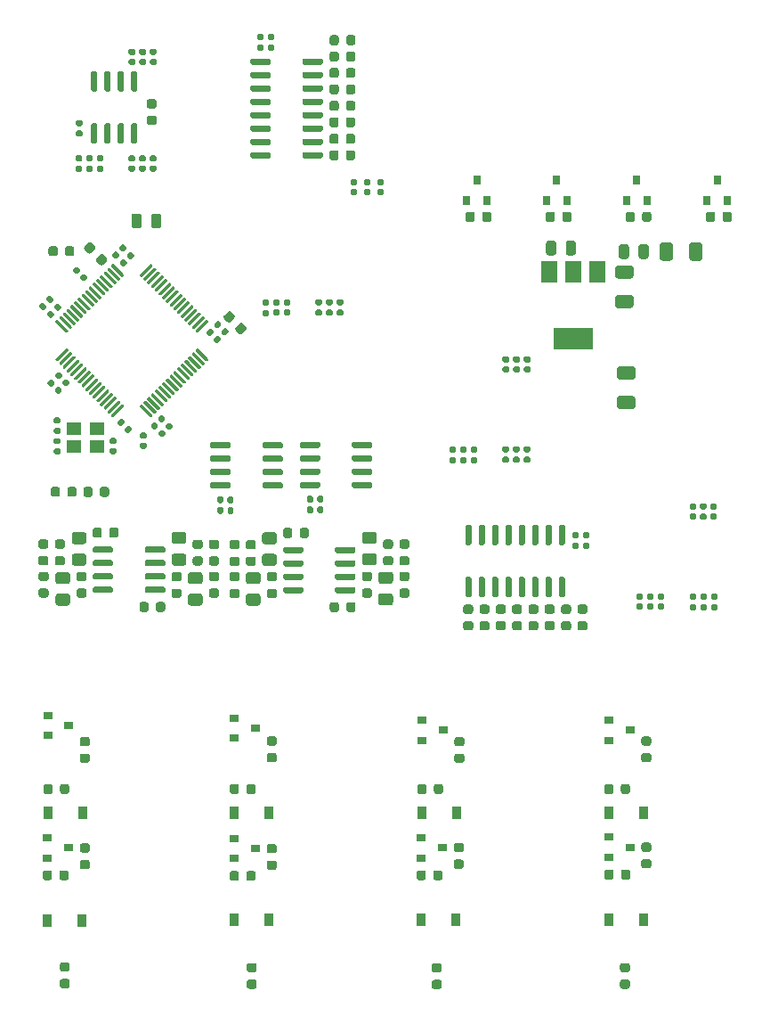
<source format=gbr>
G04 #@! TF.GenerationSoftware,KiCad,Pcbnew,5.1.6-c6e7f7d~87~ubuntu18.04.1*
G04 #@! TF.CreationDate,2020-08-19T10:21:35-04:00*
G04 #@! TF.ProjectId,quad_adsr,71756164-5f61-4647-9372-2e6b69636164,rev?*
G04 #@! TF.SameCoordinates,Original*
G04 #@! TF.FileFunction,Paste,Bot*
G04 #@! TF.FilePolarity,Positive*
%FSLAX46Y46*%
G04 Gerber Fmt 4.6, Leading zero omitted, Abs format (unit mm)*
G04 Created by KiCad (PCBNEW 5.1.6-c6e7f7d~87~ubuntu18.04.1) date 2020-08-19 10:21:35*
%MOMM*%
%LPD*%
G01*
G04 APERTURE LIST*
%ADD10R,0.900000X0.800000*%
%ADD11R,0.900000X1.200000*%
%ADD12R,1.500000X2.000000*%
%ADD13R,3.800000X2.000000*%
%ADD14R,0.800000X0.900000*%
%ADD15R,1.400000X1.200000*%
G04 APERTURE END LIST*
D10*
X133953000Y-118872000D03*
X131953000Y-117922000D03*
X131953000Y-119822000D03*
G36*
G01*
X81742060Y-61498840D02*
X81397060Y-61498840D01*
G75*
G02*
X81249560Y-61351340I0J147500D01*
G01*
X81249560Y-61056340D01*
G75*
G02*
X81397060Y-60908840I147500J0D01*
G01*
X81742060Y-60908840D01*
G75*
G02*
X81889560Y-61056340I0J-147500D01*
G01*
X81889560Y-61351340D01*
G75*
G02*
X81742060Y-61498840I-147500J0D01*
G01*
G37*
G36*
G01*
X81742060Y-62468840D02*
X81397060Y-62468840D01*
G75*
G02*
X81249560Y-62321340I0J147500D01*
G01*
X81249560Y-62026340D01*
G75*
G02*
X81397060Y-61878840I147500J0D01*
G01*
X81742060Y-61878840D01*
G75*
G02*
X81889560Y-62026340I0J-147500D01*
G01*
X81889560Y-62321340D01*
G75*
G02*
X81742060Y-62468840I-147500J0D01*
G01*
G37*
G36*
G01*
X82841960Y-61200160D02*
X83141960Y-61200160D01*
G75*
G02*
X83291960Y-61350160I0J-150000D01*
G01*
X83291960Y-63000160D01*
G75*
G02*
X83141960Y-63150160I-150000J0D01*
G01*
X82841960Y-63150160D01*
G75*
G02*
X82691960Y-63000160I0J150000D01*
G01*
X82691960Y-61350160D01*
G75*
G02*
X82841960Y-61200160I150000J0D01*
G01*
G37*
G36*
G01*
X84111960Y-61200160D02*
X84411960Y-61200160D01*
G75*
G02*
X84561960Y-61350160I0J-150000D01*
G01*
X84561960Y-63000160D01*
G75*
G02*
X84411960Y-63150160I-150000J0D01*
G01*
X84111960Y-63150160D01*
G75*
G02*
X83961960Y-63000160I0J150000D01*
G01*
X83961960Y-61350160D01*
G75*
G02*
X84111960Y-61200160I150000J0D01*
G01*
G37*
G36*
G01*
X85381960Y-61200160D02*
X85681960Y-61200160D01*
G75*
G02*
X85831960Y-61350160I0J-150000D01*
G01*
X85831960Y-63000160D01*
G75*
G02*
X85681960Y-63150160I-150000J0D01*
G01*
X85381960Y-63150160D01*
G75*
G02*
X85231960Y-63000160I0J150000D01*
G01*
X85231960Y-61350160D01*
G75*
G02*
X85381960Y-61200160I150000J0D01*
G01*
G37*
G36*
G01*
X86651960Y-61200160D02*
X86951960Y-61200160D01*
G75*
G02*
X87101960Y-61350160I0J-150000D01*
G01*
X87101960Y-63000160D01*
G75*
G02*
X86951960Y-63150160I-150000J0D01*
G01*
X86651960Y-63150160D01*
G75*
G02*
X86501960Y-63000160I0J150000D01*
G01*
X86501960Y-61350160D01*
G75*
G02*
X86651960Y-61200160I150000J0D01*
G01*
G37*
G36*
G01*
X86651960Y-56250160D02*
X86951960Y-56250160D01*
G75*
G02*
X87101960Y-56400160I0J-150000D01*
G01*
X87101960Y-58050160D01*
G75*
G02*
X86951960Y-58200160I-150000J0D01*
G01*
X86651960Y-58200160D01*
G75*
G02*
X86501960Y-58050160I0J150000D01*
G01*
X86501960Y-56400160D01*
G75*
G02*
X86651960Y-56250160I150000J0D01*
G01*
G37*
G36*
G01*
X85381960Y-56250160D02*
X85681960Y-56250160D01*
G75*
G02*
X85831960Y-56400160I0J-150000D01*
G01*
X85831960Y-58050160D01*
G75*
G02*
X85681960Y-58200160I-150000J0D01*
G01*
X85381960Y-58200160D01*
G75*
G02*
X85231960Y-58050160I0J150000D01*
G01*
X85231960Y-56400160D01*
G75*
G02*
X85381960Y-56250160I150000J0D01*
G01*
G37*
G36*
G01*
X84111960Y-56250160D02*
X84411960Y-56250160D01*
G75*
G02*
X84561960Y-56400160I0J-150000D01*
G01*
X84561960Y-58050160D01*
G75*
G02*
X84411960Y-58200160I-150000J0D01*
G01*
X84111960Y-58200160D01*
G75*
G02*
X83961960Y-58050160I0J150000D01*
G01*
X83961960Y-56400160D01*
G75*
G02*
X84111960Y-56250160I150000J0D01*
G01*
G37*
G36*
G01*
X82841960Y-56250160D02*
X83141960Y-56250160D01*
G75*
G02*
X83291960Y-56400160I0J-150000D01*
G01*
X83291960Y-58050160D01*
G75*
G02*
X83141960Y-58200160I-150000J0D01*
G01*
X82841960Y-58200160D01*
G75*
G02*
X82691960Y-58050160I0J150000D01*
G01*
X82691960Y-56400160D01*
G75*
G02*
X82841960Y-56250160I150000J0D01*
G01*
G37*
G36*
G01*
X88201790Y-60497100D02*
X88714290Y-60497100D01*
G75*
G02*
X88933040Y-60715850I0J-218750D01*
G01*
X88933040Y-61153350D01*
G75*
G02*
X88714290Y-61372100I-218750J0D01*
G01*
X88201790Y-61372100D01*
G75*
G02*
X87983040Y-61153350I0J218750D01*
G01*
X87983040Y-60715850D01*
G75*
G02*
X88201790Y-60497100I218750J0D01*
G01*
G37*
G36*
G01*
X88201790Y-58922100D02*
X88714290Y-58922100D01*
G75*
G02*
X88933040Y-59140850I0J-218750D01*
G01*
X88933040Y-59578350D01*
G75*
G02*
X88714290Y-59797100I-218750J0D01*
G01*
X88201790Y-59797100D01*
G75*
G02*
X87983040Y-59578350I0J218750D01*
G01*
X87983040Y-59140850D01*
G75*
G02*
X88201790Y-58922100I218750J0D01*
G01*
G37*
G36*
G01*
X80222740Y-73621610D02*
X80222740Y-73109110D01*
G75*
G02*
X80441490Y-72890360I218750J0D01*
G01*
X80878990Y-72890360D01*
G75*
G02*
X81097740Y-73109110I0J-218750D01*
G01*
X81097740Y-73621610D01*
G75*
G02*
X80878990Y-73840360I-218750J0D01*
G01*
X80441490Y-73840360D01*
G75*
G02*
X80222740Y-73621610I0J218750D01*
G01*
G37*
G36*
G01*
X78647740Y-73621610D02*
X78647740Y-73109110D01*
G75*
G02*
X78866490Y-72890360I218750J0D01*
G01*
X79303990Y-72890360D01*
G75*
G02*
X79522740Y-73109110I0J-218750D01*
G01*
X79522740Y-73621610D01*
G75*
G02*
X79303990Y-73840360I-218750J0D01*
G01*
X78866490Y-73840360D01*
G75*
G02*
X78647740Y-73621610I0J218750D01*
G01*
G37*
D11*
X135227600Y-136906000D03*
X131927600Y-136906000D03*
X135278400Y-126746000D03*
X131978400Y-126746000D03*
X117396800Y-136906000D03*
X114096800Y-136906000D03*
X117447600Y-126746000D03*
X114147600Y-126746000D03*
X99616800Y-136906000D03*
X96316800Y-136906000D03*
X99616800Y-126746000D03*
X96316800Y-126746000D03*
X81836800Y-136956800D03*
X78536800Y-136956800D03*
X81940400Y-126746000D03*
X78640400Y-126746000D03*
G36*
G01*
X132968840Y-87112600D02*
X134218840Y-87112600D01*
G75*
G02*
X134468840Y-87362600I0J-250000D01*
G01*
X134468840Y-88112600D01*
G75*
G02*
X134218840Y-88362600I-250000J0D01*
G01*
X132968840Y-88362600D01*
G75*
G02*
X132718840Y-88112600I0J250000D01*
G01*
X132718840Y-87362600D01*
G75*
G02*
X132968840Y-87112600I250000J0D01*
G01*
G37*
G36*
G01*
X132968840Y-84312600D02*
X134218840Y-84312600D01*
G75*
G02*
X134468840Y-84562600I0J-250000D01*
G01*
X134468840Y-85312600D01*
G75*
G02*
X134218840Y-85562600I-250000J0D01*
G01*
X132968840Y-85562600D01*
G75*
G02*
X132718840Y-85312600I0J250000D01*
G01*
X132718840Y-84562600D01*
G75*
G02*
X132968840Y-84312600I250000J0D01*
G01*
G37*
G36*
G01*
X139589000Y-74031000D02*
X139589000Y-72781000D01*
G75*
G02*
X139839000Y-72531000I250000J0D01*
G01*
X140589000Y-72531000D01*
G75*
G02*
X140839000Y-72781000I0J-250000D01*
G01*
X140839000Y-74031000D01*
G75*
G02*
X140589000Y-74281000I-250000J0D01*
G01*
X139839000Y-74281000D01*
G75*
G02*
X139589000Y-74031000I0J250000D01*
G01*
G37*
G36*
G01*
X136789000Y-74031000D02*
X136789000Y-72781000D01*
G75*
G02*
X137039000Y-72531000I250000J0D01*
G01*
X137789000Y-72531000D01*
G75*
G02*
X138039000Y-72781000I0J-250000D01*
G01*
X138039000Y-74031000D01*
G75*
G02*
X137789000Y-74281000I-250000J0D01*
G01*
X137039000Y-74281000D01*
G75*
G02*
X136789000Y-74031000I0J250000D01*
G01*
G37*
G36*
G01*
X81651118Y-75275607D02*
X81407166Y-75519558D01*
G75*
G02*
X81198570Y-75519558I-104298J104298D01*
G01*
X80989974Y-75310962D01*
G75*
G02*
X80989974Y-75102366I104298J104298D01*
G01*
X81233926Y-74858414D01*
G75*
G02*
X81442522Y-74858414I104298J-104298D01*
G01*
X81651118Y-75067010D01*
G75*
G02*
X81651118Y-75275606I-104298J-104298D01*
G01*
G37*
G36*
G01*
X82337012Y-75961501D02*
X82093060Y-76205452D01*
G75*
G02*
X81884464Y-76205452I-104298J104298D01*
G01*
X81675868Y-75996856D01*
G75*
G02*
X81675868Y-75788260I104298J104298D01*
G01*
X81919820Y-75544308D01*
G75*
G02*
X82128416Y-75544308I104298J-104298D01*
G01*
X82337012Y-75752904D01*
G75*
G02*
X82337012Y-75961500I-104298J-104298D01*
G01*
G37*
G36*
G01*
X87493060Y-91566640D02*
X87838060Y-91566640D01*
G75*
G02*
X87985560Y-91714140I0J-147500D01*
G01*
X87985560Y-92009140D01*
G75*
G02*
X87838060Y-92156640I-147500J0D01*
G01*
X87493060Y-92156640D01*
G75*
G02*
X87345560Y-92009140I0J147500D01*
G01*
X87345560Y-91714140D01*
G75*
G02*
X87493060Y-91566640I147500J0D01*
G01*
G37*
G36*
G01*
X87493060Y-90596640D02*
X87838060Y-90596640D01*
G75*
G02*
X87985560Y-90744140I0J-147500D01*
G01*
X87985560Y-91039140D01*
G75*
G02*
X87838060Y-91186640I-147500J0D01*
G01*
X87493060Y-91186640D01*
G75*
G02*
X87345560Y-91039140I0J147500D01*
G01*
X87345560Y-90744140D01*
G75*
G02*
X87493060Y-90596640I147500J0D01*
G01*
G37*
G36*
G01*
X82840180Y-95974190D02*
X82840180Y-96486690D01*
G75*
G02*
X82621430Y-96705440I-218750J0D01*
G01*
X82183930Y-96705440D01*
G75*
G02*
X81965180Y-96486690I0J218750D01*
G01*
X81965180Y-95974190D01*
G75*
G02*
X82183930Y-95755440I218750J0D01*
G01*
X82621430Y-95755440D01*
G75*
G02*
X82840180Y-95974190I0J-218750D01*
G01*
G37*
G36*
G01*
X84415180Y-95974190D02*
X84415180Y-96486690D01*
G75*
G02*
X84196430Y-96705440I-218750J0D01*
G01*
X83758930Y-96705440D01*
G75*
G02*
X83540180Y-96486690I0J218750D01*
G01*
X83540180Y-95974190D01*
G75*
G02*
X83758930Y-95755440I218750J0D01*
G01*
X84196430Y-95755440D01*
G75*
G02*
X84415180Y-95974190I0J-218750D01*
G01*
G37*
G36*
G01*
X140746700Y-98287200D02*
X141091700Y-98287200D01*
G75*
G02*
X141239200Y-98434700I0J-147500D01*
G01*
X141239200Y-98729700D01*
G75*
G02*
X141091700Y-98877200I-147500J0D01*
G01*
X140746700Y-98877200D01*
G75*
G02*
X140599200Y-98729700I0J147500D01*
G01*
X140599200Y-98434700D01*
G75*
G02*
X140746700Y-98287200I147500J0D01*
G01*
G37*
G36*
G01*
X140746700Y-97317200D02*
X141091700Y-97317200D01*
G75*
G02*
X141239200Y-97464700I0J-147500D01*
G01*
X141239200Y-97759700D01*
G75*
G02*
X141091700Y-97907200I-147500J0D01*
G01*
X140746700Y-97907200D01*
G75*
G02*
X140599200Y-97759700I0J147500D01*
G01*
X140599200Y-97464700D01*
G75*
G02*
X140746700Y-97317200I147500J0D01*
G01*
G37*
G36*
G01*
X140126500Y-97907200D02*
X139781500Y-97907200D01*
G75*
G02*
X139634000Y-97759700I0J147500D01*
G01*
X139634000Y-97464700D01*
G75*
G02*
X139781500Y-97317200I147500J0D01*
G01*
X140126500Y-97317200D01*
G75*
G02*
X140274000Y-97464700I0J-147500D01*
G01*
X140274000Y-97759700D01*
G75*
G02*
X140126500Y-97907200I-147500J0D01*
G01*
G37*
G36*
G01*
X140126500Y-98877200D02*
X139781500Y-98877200D01*
G75*
G02*
X139634000Y-98729700I0J147500D01*
G01*
X139634000Y-98434700D01*
G75*
G02*
X139781500Y-98287200I147500J0D01*
G01*
X140126500Y-98287200D01*
G75*
G02*
X140274000Y-98434700I0J-147500D01*
G01*
X140274000Y-98729700D01*
G75*
G02*
X140126500Y-98877200I-147500J0D01*
G01*
G37*
G36*
G01*
X136062500Y-106467000D02*
X135717500Y-106467000D01*
G75*
G02*
X135570000Y-106319500I0J147500D01*
G01*
X135570000Y-106024500D01*
G75*
G02*
X135717500Y-105877000I147500J0D01*
G01*
X136062500Y-105877000D01*
G75*
G02*
X136210000Y-106024500I0J-147500D01*
G01*
X136210000Y-106319500D01*
G75*
G02*
X136062500Y-106467000I-147500J0D01*
G01*
G37*
G36*
G01*
X136062500Y-107437000D02*
X135717500Y-107437000D01*
G75*
G02*
X135570000Y-107289500I0J147500D01*
G01*
X135570000Y-106994500D01*
G75*
G02*
X135717500Y-106847000I147500J0D01*
G01*
X136062500Y-106847000D01*
G75*
G02*
X136210000Y-106994500I0J-147500D01*
G01*
X136210000Y-107289500D01*
G75*
G02*
X136062500Y-107437000I-147500J0D01*
G01*
G37*
G36*
G01*
X136733500Y-106847000D02*
X137078500Y-106847000D01*
G75*
G02*
X137226000Y-106994500I0J-147500D01*
G01*
X137226000Y-107289500D01*
G75*
G02*
X137078500Y-107437000I-147500J0D01*
G01*
X136733500Y-107437000D01*
G75*
G02*
X136586000Y-107289500I0J147500D01*
G01*
X136586000Y-106994500D01*
G75*
G02*
X136733500Y-106847000I147500J0D01*
G01*
G37*
G36*
G01*
X136733500Y-105877000D02*
X137078500Y-105877000D01*
G75*
G02*
X137226000Y-106024500I0J-147500D01*
G01*
X137226000Y-106319500D01*
G75*
G02*
X137078500Y-106467000I-147500J0D01*
G01*
X136733500Y-106467000D01*
G75*
G02*
X136586000Y-106319500I0J147500D01*
G01*
X136586000Y-106024500D01*
G75*
G02*
X136733500Y-105877000I147500J0D01*
G01*
G37*
G36*
G01*
X139781500Y-106870000D02*
X140126500Y-106870000D01*
G75*
G02*
X140274000Y-107017500I0J-147500D01*
G01*
X140274000Y-107312500D01*
G75*
G02*
X140126500Y-107460000I-147500J0D01*
G01*
X139781500Y-107460000D01*
G75*
G02*
X139634000Y-107312500I0J147500D01*
G01*
X139634000Y-107017500D01*
G75*
G02*
X139781500Y-106870000I147500J0D01*
G01*
G37*
G36*
G01*
X139781500Y-105900000D02*
X140126500Y-105900000D01*
G75*
G02*
X140274000Y-106047500I0J-147500D01*
G01*
X140274000Y-106342500D01*
G75*
G02*
X140126500Y-106490000I-147500J0D01*
G01*
X139781500Y-106490000D01*
G75*
G02*
X139634000Y-106342500I0J147500D01*
G01*
X139634000Y-106047500D01*
G75*
G02*
X139781500Y-105900000I147500J0D01*
G01*
G37*
G36*
G01*
X141142500Y-106490000D02*
X140797500Y-106490000D01*
G75*
G02*
X140650000Y-106342500I0J147500D01*
G01*
X140650000Y-106047500D01*
G75*
G02*
X140797500Y-105900000I147500J0D01*
G01*
X141142500Y-105900000D01*
G75*
G02*
X141290000Y-106047500I0J-147500D01*
G01*
X141290000Y-106342500D01*
G75*
G02*
X141142500Y-106490000I-147500J0D01*
G01*
G37*
G36*
G01*
X141142500Y-107460000D02*
X140797500Y-107460000D01*
G75*
G02*
X140650000Y-107312500I0J147500D01*
G01*
X140650000Y-107017500D01*
G75*
G02*
X140797500Y-106870000I147500J0D01*
G01*
X141142500Y-106870000D01*
G75*
G02*
X141290000Y-107017500I0J-147500D01*
G01*
X141290000Y-107312500D01*
G75*
G02*
X141142500Y-107460000I-147500J0D01*
G01*
G37*
G36*
G01*
X122992100Y-84317200D02*
X123337100Y-84317200D01*
G75*
G02*
X123484600Y-84464700I0J-147500D01*
G01*
X123484600Y-84759700D01*
G75*
G02*
X123337100Y-84907200I-147500J0D01*
G01*
X122992100Y-84907200D01*
G75*
G02*
X122844600Y-84759700I0J147500D01*
G01*
X122844600Y-84464700D01*
G75*
G02*
X122992100Y-84317200I147500J0D01*
G01*
G37*
G36*
G01*
X122992100Y-83347200D02*
X123337100Y-83347200D01*
G75*
G02*
X123484600Y-83494700I0J-147500D01*
G01*
X123484600Y-83789700D01*
G75*
G02*
X123337100Y-83937200I-147500J0D01*
G01*
X122992100Y-83937200D01*
G75*
G02*
X122844600Y-83789700I0J147500D01*
G01*
X122844600Y-83494700D01*
G75*
G02*
X122992100Y-83347200I147500J0D01*
G01*
G37*
G36*
G01*
X121976100Y-84317200D02*
X122321100Y-84317200D01*
G75*
G02*
X122468600Y-84464700I0J-147500D01*
G01*
X122468600Y-84759700D01*
G75*
G02*
X122321100Y-84907200I-147500J0D01*
G01*
X121976100Y-84907200D01*
G75*
G02*
X121828600Y-84759700I0J147500D01*
G01*
X121828600Y-84464700D01*
G75*
G02*
X121976100Y-84317200I147500J0D01*
G01*
G37*
G36*
G01*
X121976100Y-83347200D02*
X122321100Y-83347200D01*
G75*
G02*
X122468600Y-83494700I0J-147500D01*
G01*
X122468600Y-83789700D01*
G75*
G02*
X122321100Y-83937200I-147500J0D01*
G01*
X121976100Y-83937200D01*
G75*
G02*
X121828600Y-83789700I0J147500D01*
G01*
X121828600Y-83494700D01*
G75*
G02*
X121976100Y-83347200I147500J0D01*
G01*
G37*
G36*
G01*
X118282500Y-92543000D02*
X117937500Y-92543000D01*
G75*
G02*
X117790000Y-92395500I0J147500D01*
G01*
X117790000Y-92100500D01*
G75*
G02*
X117937500Y-91953000I147500J0D01*
G01*
X118282500Y-91953000D01*
G75*
G02*
X118430000Y-92100500I0J-147500D01*
G01*
X118430000Y-92395500D01*
G75*
G02*
X118282500Y-92543000I-147500J0D01*
G01*
G37*
G36*
G01*
X118282500Y-93513000D02*
X117937500Y-93513000D01*
G75*
G02*
X117790000Y-93365500I0J147500D01*
G01*
X117790000Y-93070500D01*
G75*
G02*
X117937500Y-92923000I147500J0D01*
G01*
X118282500Y-92923000D01*
G75*
G02*
X118430000Y-93070500I0J-147500D01*
G01*
X118430000Y-93365500D01*
G75*
G02*
X118282500Y-93513000I-147500J0D01*
G01*
G37*
G36*
G01*
X118953500Y-92923000D02*
X119298500Y-92923000D01*
G75*
G02*
X119446000Y-93070500I0J-147500D01*
G01*
X119446000Y-93365500D01*
G75*
G02*
X119298500Y-93513000I-147500J0D01*
G01*
X118953500Y-93513000D01*
G75*
G02*
X118806000Y-93365500I0J147500D01*
G01*
X118806000Y-93070500D01*
G75*
G02*
X118953500Y-92923000I147500J0D01*
G01*
G37*
G36*
G01*
X118953500Y-91953000D02*
X119298500Y-91953000D01*
G75*
G02*
X119446000Y-92100500I0J-147500D01*
G01*
X119446000Y-92395500D01*
G75*
G02*
X119298500Y-92543000I-147500J0D01*
G01*
X118953500Y-92543000D01*
G75*
G02*
X118806000Y-92395500I0J147500D01*
G01*
X118806000Y-92100500D01*
G75*
G02*
X118953500Y-91953000I147500J0D01*
G01*
G37*
G36*
G01*
X121950700Y-92877000D02*
X122295700Y-92877000D01*
G75*
G02*
X122443200Y-93024500I0J-147500D01*
G01*
X122443200Y-93319500D01*
G75*
G02*
X122295700Y-93467000I-147500J0D01*
G01*
X121950700Y-93467000D01*
G75*
G02*
X121803200Y-93319500I0J147500D01*
G01*
X121803200Y-93024500D01*
G75*
G02*
X121950700Y-92877000I147500J0D01*
G01*
G37*
G36*
G01*
X121950700Y-91907000D02*
X122295700Y-91907000D01*
G75*
G02*
X122443200Y-92054500I0J-147500D01*
G01*
X122443200Y-92349500D01*
G75*
G02*
X122295700Y-92497000I-147500J0D01*
G01*
X121950700Y-92497000D01*
G75*
G02*
X121803200Y-92349500I0J147500D01*
G01*
X121803200Y-92054500D01*
G75*
G02*
X121950700Y-91907000I147500J0D01*
G01*
G37*
G36*
G01*
X123311700Y-92497000D02*
X122966700Y-92497000D01*
G75*
G02*
X122819200Y-92349500I0J147500D01*
G01*
X122819200Y-92054500D01*
G75*
G02*
X122966700Y-91907000I147500J0D01*
G01*
X123311700Y-91907000D01*
G75*
G02*
X123459200Y-92054500I0J-147500D01*
G01*
X123459200Y-92349500D01*
G75*
G02*
X123311700Y-92497000I-147500J0D01*
G01*
G37*
G36*
G01*
X123311700Y-93467000D02*
X122966700Y-93467000D01*
G75*
G02*
X122819200Y-93319500I0J147500D01*
G01*
X122819200Y-93024500D01*
G75*
G02*
X122966700Y-92877000I147500J0D01*
G01*
X123311700Y-92877000D01*
G75*
G02*
X123459200Y-93024500I0J-147500D01*
G01*
X123459200Y-93319500D01*
G75*
G02*
X123311700Y-93467000I-147500J0D01*
G01*
G37*
G36*
G01*
X108793500Y-67477000D02*
X109138500Y-67477000D01*
G75*
G02*
X109286000Y-67624500I0J-147500D01*
G01*
X109286000Y-67919500D01*
G75*
G02*
X109138500Y-68067000I-147500J0D01*
G01*
X108793500Y-68067000D01*
G75*
G02*
X108646000Y-67919500I0J147500D01*
G01*
X108646000Y-67624500D01*
G75*
G02*
X108793500Y-67477000I147500J0D01*
G01*
G37*
G36*
G01*
X108793500Y-66507000D02*
X109138500Y-66507000D01*
G75*
G02*
X109286000Y-66654500I0J-147500D01*
G01*
X109286000Y-66949500D01*
G75*
G02*
X109138500Y-67097000I-147500J0D01*
G01*
X108793500Y-67097000D01*
G75*
G02*
X108646000Y-66949500I0J147500D01*
G01*
X108646000Y-66654500D01*
G75*
G02*
X108793500Y-66507000I147500J0D01*
G01*
G37*
G36*
G01*
X107868500Y-67097000D02*
X107523500Y-67097000D01*
G75*
G02*
X107376000Y-66949500I0J147500D01*
G01*
X107376000Y-66654500D01*
G75*
G02*
X107523500Y-66507000I147500J0D01*
G01*
X107868500Y-66507000D01*
G75*
G02*
X108016000Y-66654500I0J-147500D01*
G01*
X108016000Y-66949500D01*
G75*
G02*
X107868500Y-67097000I-147500J0D01*
G01*
G37*
G36*
G01*
X107868500Y-68067000D02*
X107523500Y-68067000D01*
G75*
G02*
X107376000Y-67919500I0J147500D01*
G01*
X107376000Y-67624500D01*
G75*
G02*
X107523500Y-67477000I147500J0D01*
G01*
X107868500Y-67477000D01*
G75*
G02*
X108016000Y-67624500I0J-147500D01*
G01*
X108016000Y-67919500D01*
G75*
G02*
X107868500Y-68067000I-147500J0D01*
G01*
G37*
G36*
G01*
X100502500Y-78527000D02*
X100157500Y-78527000D01*
G75*
G02*
X100010000Y-78379500I0J147500D01*
G01*
X100010000Y-78084500D01*
G75*
G02*
X100157500Y-77937000I147500J0D01*
G01*
X100502500Y-77937000D01*
G75*
G02*
X100650000Y-78084500I0J-147500D01*
G01*
X100650000Y-78379500D01*
G75*
G02*
X100502500Y-78527000I-147500J0D01*
G01*
G37*
G36*
G01*
X100502500Y-79497000D02*
X100157500Y-79497000D01*
G75*
G02*
X100010000Y-79349500I0J147500D01*
G01*
X100010000Y-79054500D01*
G75*
G02*
X100157500Y-78907000I147500J0D01*
G01*
X100502500Y-78907000D01*
G75*
G02*
X100650000Y-79054500I0J-147500D01*
G01*
X100650000Y-79349500D01*
G75*
G02*
X100502500Y-79497000I-147500J0D01*
G01*
G37*
G36*
G01*
X101173500Y-78907000D02*
X101518500Y-78907000D01*
G75*
G02*
X101666000Y-79054500I0J-147500D01*
G01*
X101666000Y-79349500D01*
G75*
G02*
X101518500Y-79497000I-147500J0D01*
G01*
X101173500Y-79497000D01*
G75*
G02*
X101026000Y-79349500I0J147500D01*
G01*
X101026000Y-79054500D01*
G75*
G02*
X101173500Y-78907000I147500J0D01*
G01*
G37*
G36*
G01*
X101173500Y-77937000D02*
X101518500Y-77937000D01*
G75*
G02*
X101666000Y-78084500I0J-147500D01*
G01*
X101666000Y-78379500D01*
G75*
G02*
X101518500Y-78527000I-147500J0D01*
G01*
X101173500Y-78527000D01*
G75*
G02*
X101026000Y-78379500I0J147500D01*
G01*
X101026000Y-78084500D01*
G75*
G02*
X101173500Y-77937000I147500J0D01*
G01*
G37*
G36*
G01*
X104170700Y-78907000D02*
X104515700Y-78907000D01*
G75*
G02*
X104663200Y-79054500I0J-147500D01*
G01*
X104663200Y-79349500D01*
G75*
G02*
X104515700Y-79497000I-147500J0D01*
G01*
X104170700Y-79497000D01*
G75*
G02*
X104023200Y-79349500I0J147500D01*
G01*
X104023200Y-79054500D01*
G75*
G02*
X104170700Y-78907000I147500J0D01*
G01*
G37*
G36*
G01*
X104170700Y-77937000D02*
X104515700Y-77937000D01*
G75*
G02*
X104663200Y-78084500I0J-147500D01*
G01*
X104663200Y-78379500D01*
G75*
G02*
X104515700Y-78527000I-147500J0D01*
G01*
X104170700Y-78527000D01*
G75*
G02*
X104023200Y-78379500I0J147500D01*
G01*
X104023200Y-78084500D01*
G75*
G02*
X104170700Y-77937000I147500J0D01*
G01*
G37*
G36*
G01*
X105531700Y-78527000D02*
X105186700Y-78527000D01*
G75*
G02*
X105039200Y-78379500I0J147500D01*
G01*
X105039200Y-78084500D01*
G75*
G02*
X105186700Y-77937000I147500J0D01*
G01*
X105531700Y-77937000D01*
G75*
G02*
X105679200Y-78084500I0J-147500D01*
G01*
X105679200Y-78379500D01*
G75*
G02*
X105531700Y-78527000I-147500J0D01*
G01*
G37*
G36*
G01*
X105531700Y-79497000D02*
X105186700Y-79497000D01*
G75*
G02*
X105039200Y-79349500I0J147500D01*
G01*
X105039200Y-79054500D01*
G75*
G02*
X105186700Y-78907000I147500J0D01*
G01*
X105531700Y-78907000D01*
G75*
G02*
X105679200Y-79054500I0J-147500D01*
G01*
X105679200Y-79349500D01*
G75*
G02*
X105531700Y-79497000I-147500J0D01*
G01*
G37*
G36*
G01*
X87432100Y-55107200D02*
X87777100Y-55107200D01*
G75*
G02*
X87924600Y-55254700I0J-147500D01*
G01*
X87924600Y-55549700D01*
G75*
G02*
X87777100Y-55697200I-147500J0D01*
G01*
X87432100Y-55697200D01*
G75*
G02*
X87284600Y-55549700I0J147500D01*
G01*
X87284600Y-55254700D01*
G75*
G02*
X87432100Y-55107200I147500J0D01*
G01*
G37*
G36*
G01*
X87432100Y-54137200D02*
X87777100Y-54137200D01*
G75*
G02*
X87924600Y-54284700I0J-147500D01*
G01*
X87924600Y-54579700D01*
G75*
G02*
X87777100Y-54727200I-147500J0D01*
G01*
X87432100Y-54727200D01*
G75*
G02*
X87284600Y-54579700I0J147500D01*
G01*
X87284600Y-54284700D01*
G75*
G02*
X87432100Y-54137200I147500J0D01*
G01*
G37*
G36*
G01*
X86416100Y-55107200D02*
X86761100Y-55107200D01*
G75*
G02*
X86908600Y-55254700I0J-147500D01*
G01*
X86908600Y-55549700D01*
G75*
G02*
X86761100Y-55697200I-147500J0D01*
G01*
X86416100Y-55697200D01*
G75*
G02*
X86268600Y-55549700I0J147500D01*
G01*
X86268600Y-55254700D01*
G75*
G02*
X86416100Y-55107200I147500J0D01*
G01*
G37*
G36*
G01*
X86416100Y-54137200D02*
X86761100Y-54137200D01*
G75*
G02*
X86908600Y-54284700I0J-147500D01*
G01*
X86908600Y-54579700D01*
G75*
G02*
X86761100Y-54727200I-147500J0D01*
G01*
X86416100Y-54727200D01*
G75*
G02*
X86268600Y-54579700I0J147500D01*
G01*
X86268600Y-54284700D01*
G75*
G02*
X86416100Y-54137200I147500J0D01*
G01*
G37*
G36*
G01*
X82722500Y-64857000D02*
X82377500Y-64857000D01*
G75*
G02*
X82230000Y-64709500I0J147500D01*
G01*
X82230000Y-64414500D01*
G75*
G02*
X82377500Y-64267000I147500J0D01*
G01*
X82722500Y-64267000D01*
G75*
G02*
X82870000Y-64414500I0J-147500D01*
G01*
X82870000Y-64709500D01*
G75*
G02*
X82722500Y-64857000I-147500J0D01*
G01*
G37*
G36*
G01*
X82722500Y-65827000D02*
X82377500Y-65827000D01*
G75*
G02*
X82230000Y-65679500I0J147500D01*
G01*
X82230000Y-65384500D01*
G75*
G02*
X82377500Y-65237000I147500J0D01*
G01*
X82722500Y-65237000D01*
G75*
G02*
X82870000Y-65384500I0J-147500D01*
G01*
X82870000Y-65679500D01*
G75*
G02*
X82722500Y-65827000I-147500J0D01*
G01*
G37*
G36*
G01*
X83393500Y-65237000D02*
X83738500Y-65237000D01*
G75*
G02*
X83886000Y-65384500I0J-147500D01*
G01*
X83886000Y-65679500D01*
G75*
G02*
X83738500Y-65827000I-147500J0D01*
G01*
X83393500Y-65827000D01*
G75*
G02*
X83246000Y-65679500I0J147500D01*
G01*
X83246000Y-65384500D01*
G75*
G02*
X83393500Y-65237000I147500J0D01*
G01*
G37*
G36*
G01*
X83393500Y-64267000D02*
X83738500Y-64267000D01*
G75*
G02*
X83886000Y-64414500I0J-147500D01*
G01*
X83886000Y-64709500D01*
G75*
G02*
X83738500Y-64857000I-147500J0D01*
G01*
X83393500Y-64857000D01*
G75*
G02*
X83246000Y-64709500I0J147500D01*
G01*
X83246000Y-64414500D01*
G75*
G02*
X83393500Y-64267000I147500J0D01*
G01*
G37*
G36*
G01*
X86390700Y-65237000D02*
X86735700Y-65237000D01*
G75*
G02*
X86883200Y-65384500I0J-147500D01*
G01*
X86883200Y-65679500D01*
G75*
G02*
X86735700Y-65827000I-147500J0D01*
G01*
X86390700Y-65827000D01*
G75*
G02*
X86243200Y-65679500I0J147500D01*
G01*
X86243200Y-65384500D01*
G75*
G02*
X86390700Y-65237000I147500J0D01*
G01*
G37*
G36*
G01*
X86390700Y-64267000D02*
X86735700Y-64267000D01*
G75*
G02*
X86883200Y-64414500I0J-147500D01*
G01*
X86883200Y-64709500D01*
G75*
G02*
X86735700Y-64857000I-147500J0D01*
G01*
X86390700Y-64857000D01*
G75*
G02*
X86243200Y-64709500I0J147500D01*
G01*
X86243200Y-64414500D01*
G75*
G02*
X86390700Y-64267000I147500J0D01*
G01*
G37*
G36*
G01*
X87751700Y-64857000D02*
X87406700Y-64857000D01*
G75*
G02*
X87259200Y-64709500I0J147500D01*
G01*
X87259200Y-64414500D01*
G75*
G02*
X87406700Y-64267000I147500J0D01*
G01*
X87751700Y-64267000D01*
G75*
G02*
X87899200Y-64414500I0J-147500D01*
G01*
X87899200Y-64709500D01*
G75*
G02*
X87751700Y-64857000I-147500J0D01*
G01*
G37*
G36*
G01*
X87751700Y-65827000D02*
X87406700Y-65827000D01*
G75*
G02*
X87259200Y-65679500I0J147500D01*
G01*
X87259200Y-65384500D01*
G75*
G02*
X87406700Y-65237000I147500J0D01*
G01*
X87751700Y-65237000D01*
G75*
G02*
X87899200Y-65384500I0J-147500D01*
G01*
X87899200Y-65679500D01*
G75*
G02*
X87751700Y-65827000I-147500J0D01*
G01*
G37*
G36*
G01*
X78191621Y-78282428D02*
X78435572Y-78526380D01*
G75*
G02*
X78435572Y-78734976I-104298J-104298D01*
G01*
X78226976Y-78943572D01*
G75*
G02*
X78018380Y-78943572I-104298J104298D01*
G01*
X77774428Y-78699620D01*
G75*
G02*
X77774428Y-78491024I104298J104298D01*
G01*
X77983024Y-78282428D01*
G75*
G02*
X78191620Y-78282428I104298J-104298D01*
G01*
G37*
G36*
G01*
X78877515Y-77596534D02*
X79121466Y-77840486D01*
G75*
G02*
X79121466Y-78049082I-104298J-104298D01*
G01*
X78912870Y-78257678D01*
G75*
G02*
X78704274Y-78257678I-104298J104298D01*
G01*
X78460322Y-78013726D01*
G75*
G02*
X78460322Y-77805130I104298J104298D01*
G01*
X78668918Y-77596534D01*
G75*
G02*
X78877514Y-77596534I104298J-104298D01*
G01*
G37*
G36*
G01*
X78940874Y-79031775D02*
X79184825Y-79275727D01*
G75*
G02*
X79184825Y-79484323I-104298J-104298D01*
G01*
X78976229Y-79692919D01*
G75*
G02*
X78767633Y-79692919I-104298J104298D01*
G01*
X78523681Y-79448967D01*
G75*
G02*
X78523681Y-79240371I104298J104298D01*
G01*
X78732277Y-79031775D01*
G75*
G02*
X78940873Y-79031775I104298J-104298D01*
G01*
G37*
G36*
G01*
X79626768Y-78345881D02*
X79870719Y-78589833D01*
G75*
G02*
X79870719Y-78798429I-104298J-104298D01*
G01*
X79662123Y-79007025D01*
G75*
G02*
X79453527Y-79007025I-104298J104298D01*
G01*
X79209575Y-78763073D01*
G75*
G02*
X79209575Y-78554477I104298J104298D01*
G01*
X79418171Y-78345881D01*
G75*
G02*
X79626767Y-78345881I104298J-104298D01*
G01*
G37*
G36*
G01*
X79304100Y-90129000D02*
X79649100Y-90129000D01*
G75*
G02*
X79796600Y-90276500I0J-147500D01*
G01*
X79796600Y-90571500D01*
G75*
G02*
X79649100Y-90719000I-147500J0D01*
G01*
X79304100Y-90719000D01*
G75*
G02*
X79156600Y-90571500I0J147500D01*
G01*
X79156600Y-90276500D01*
G75*
G02*
X79304100Y-90129000I147500J0D01*
G01*
G37*
G36*
G01*
X79304100Y-89159000D02*
X79649100Y-89159000D01*
G75*
G02*
X79796600Y-89306500I0J-147500D01*
G01*
X79796600Y-89601500D01*
G75*
G02*
X79649100Y-89749000I-147500J0D01*
G01*
X79304100Y-89749000D01*
G75*
G02*
X79156600Y-89601500I0J147500D01*
G01*
X79156600Y-89306500D01*
G75*
G02*
X79304100Y-89159000I147500J0D01*
G01*
G37*
G36*
G01*
X88330397Y-89127327D02*
X87340447Y-88137377D01*
G75*
G02*
X87340447Y-88031311I53033J53033D01*
G01*
X87446513Y-87925245D01*
G75*
G02*
X87552579Y-87925245I53033J-53033D01*
G01*
X88542529Y-88915195D01*
G75*
G02*
X88542529Y-89021261I-53033J-53033D01*
G01*
X88436463Y-89127327D01*
G75*
G02*
X88330397Y-89127327I-53033J53033D01*
G01*
G37*
G36*
G01*
X88683950Y-88773774D02*
X87694000Y-87783824D01*
G75*
G02*
X87694000Y-87677758I53033J53033D01*
G01*
X87800066Y-87571692D01*
G75*
G02*
X87906132Y-87571692I53033J-53033D01*
G01*
X88896082Y-88561642D01*
G75*
G02*
X88896082Y-88667708I-53033J-53033D01*
G01*
X88790016Y-88773774D01*
G75*
G02*
X88683950Y-88773774I-53033J53033D01*
G01*
G37*
G36*
G01*
X89037503Y-88420221D02*
X88047553Y-87430271D01*
G75*
G02*
X88047553Y-87324205I53033J53033D01*
G01*
X88153619Y-87218139D01*
G75*
G02*
X88259685Y-87218139I53033J-53033D01*
G01*
X89249635Y-88208089D01*
G75*
G02*
X89249635Y-88314155I-53033J-53033D01*
G01*
X89143569Y-88420221D01*
G75*
G02*
X89037503Y-88420221I-53033J53033D01*
G01*
G37*
G36*
G01*
X89391057Y-88066667D02*
X88401107Y-87076717D01*
G75*
G02*
X88401107Y-86970651I53033J53033D01*
G01*
X88507173Y-86864585D01*
G75*
G02*
X88613239Y-86864585I53033J-53033D01*
G01*
X89603189Y-87854535D01*
G75*
G02*
X89603189Y-87960601I-53033J-53033D01*
G01*
X89497123Y-88066667D01*
G75*
G02*
X89391057Y-88066667I-53033J53033D01*
G01*
G37*
G36*
G01*
X89744610Y-87713114D02*
X88754660Y-86723164D01*
G75*
G02*
X88754660Y-86617098I53033J53033D01*
G01*
X88860726Y-86511032D01*
G75*
G02*
X88966792Y-86511032I53033J-53033D01*
G01*
X89956742Y-87500982D01*
G75*
G02*
X89956742Y-87607048I-53033J-53033D01*
G01*
X89850676Y-87713114D01*
G75*
G02*
X89744610Y-87713114I-53033J53033D01*
G01*
G37*
G36*
G01*
X90098164Y-87359560D02*
X89108214Y-86369610D01*
G75*
G02*
X89108214Y-86263544I53033J53033D01*
G01*
X89214280Y-86157478D01*
G75*
G02*
X89320346Y-86157478I53033J-53033D01*
G01*
X90310296Y-87147428D01*
G75*
G02*
X90310296Y-87253494I-53033J-53033D01*
G01*
X90204230Y-87359560D01*
G75*
G02*
X90098164Y-87359560I-53033J53033D01*
G01*
G37*
G36*
G01*
X90451717Y-87006007D02*
X89461767Y-86016057D01*
G75*
G02*
X89461767Y-85909991I53033J53033D01*
G01*
X89567833Y-85803925D01*
G75*
G02*
X89673899Y-85803925I53033J-53033D01*
G01*
X90663849Y-86793875D01*
G75*
G02*
X90663849Y-86899941I-53033J-53033D01*
G01*
X90557783Y-87006007D01*
G75*
G02*
X90451717Y-87006007I-53033J53033D01*
G01*
G37*
G36*
G01*
X90805270Y-86652454D02*
X89815320Y-85662504D01*
G75*
G02*
X89815320Y-85556438I53033J53033D01*
G01*
X89921386Y-85450372D01*
G75*
G02*
X90027452Y-85450372I53033J-53033D01*
G01*
X91017402Y-86440322D01*
G75*
G02*
X91017402Y-86546388I-53033J-53033D01*
G01*
X90911336Y-86652454D01*
G75*
G02*
X90805270Y-86652454I-53033J53033D01*
G01*
G37*
G36*
G01*
X91158824Y-86298900D02*
X90168874Y-85308950D01*
G75*
G02*
X90168874Y-85202884I53033J53033D01*
G01*
X90274940Y-85096818D01*
G75*
G02*
X90381006Y-85096818I53033J-53033D01*
G01*
X91370956Y-86086768D01*
G75*
G02*
X91370956Y-86192834I-53033J-53033D01*
G01*
X91264890Y-86298900D01*
G75*
G02*
X91158824Y-86298900I-53033J53033D01*
G01*
G37*
G36*
G01*
X91512377Y-85945347D02*
X90522427Y-84955397D01*
G75*
G02*
X90522427Y-84849331I53033J53033D01*
G01*
X90628493Y-84743265D01*
G75*
G02*
X90734559Y-84743265I53033J-53033D01*
G01*
X91724509Y-85733215D01*
G75*
G02*
X91724509Y-85839281I-53033J-53033D01*
G01*
X91618443Y-85945347D01*
G75*
G02*
X91512377Y-85945347I-53033J53033D01*
G01*
G37*
G36*
G01*
X91865930Y-85591794D02*
X90875980Y-84601844D01*
G75*
G02*
X90875980Y-84495778I53033J53033D01*
G01*
X90982046Y-84389712D01*
G75*
G02*
X91088112Y-84389712I53033J-53033D01*
G01*
X92078062Y-85379662D01*
G75*
G02*
X92078062Y-85485728I-53033J-53033D01*
G01*
X91971996Y-85591794D01*
G75*
G02*
X91865930Y-85591794I-53033J53033D01*
G01*
G37*
G36*
G01*
X92219484Y-85238240D02*
X91229534Y-84248290D01*
G75*
G02*
X91229534Y-84142224I53033J53033D01*
G01*
X91335600Y-84036158D01*
G75*
G02*
X91441666Y-84036158I53033J-53033D01*
G01*
X92431616Y-85026108D01*
G75*
G02*
X92431616Y-85132174I-53033J-53033D01*
G01*
X92325550Y-85238240D01*
G75*
G02*
X92219484Y-85238240I-53033J53033D01*
G01*
G37*
G36*
G01*
X92573037Y-84884687D02*
X91583087Y-83894737D01*
G75*
G02*
X91583087Y-83788671I53033J53033D01*
G01*
X91689153Y-83682605D01*
G75*
G02*
X91795219Y-83682605I53033J-53033D01*
G01*
X92785169Y-84672555D01*
G75*
G02*
X92785169Y-84778621I-53033J-53033D01*
G01*
X92679103Y-84884687D01*
G75*
G02*
X92573037Y-84884687I-53033J53033D01*
G01*
G37*
G36*
G01*
X92926591Y-84531133D02*
X91936641Y-83541183D01*
G75*
G02*
X91936641Y-83435117I53033J53033D01*
G01*
X92042707Y-83329051D01*
G75*
G02*
X92148773Y-83329051I53033J-53033D01*
G01*
X93138723Y-84319001D01*
G75*
G02*
X93138723Y-84425067I-53033J-53033D01*
G01*
X93032657Y-84531133D01*
G75*
G02*
X92926591Y-84531133I-53033J53033D01*
G01*
G37*
G36*
G01*
X93280144Y-84177580D02*
X92290194Y-83187630D01*
G75*
G02*
X92290194Y-83081564I53033J53033D01*
G01*
X92396260Y-82975498D01*
G75*
G02*
X92502326Y-82975498I53033J-53033D01*
G01*
X93492276Y-83965448D01*
G75*
G02*
X93492276Y-84071514I-53033J-53033D01*
G01*
X93386210Y-84177580D01*
G75*
G02*
X93280144Y-84177580I-53033J53033D01*
G01*
G37*
G36*
G01*
X93633697Y-83824027D02*
X92643747Y-82834077D01*
G75*
G02*
X92643747Y-82728011I53033J53033D01*
G01*
X92749813Y-82621945D01*
G75*
G02*
X92855879Y-82621945I53033J-53033D01*
G01*
X93845829Y-83611895D01*
G75*
G02*
X93845829Y-83717961I-53033J-53033D01*
G01*
X93739763Y-83824027D01*
G75*
G02*
X93633697Y-83824027I-53033J53033D01*
G01*
G37*
G36*
G01*
X92749813Y-81101665D02*
X92643747Y-80995599D01*
G75*
G02*
X92643747Y-80889533I53033J53033D01*
G01*
X93633697Y-79899583D01*
G75*
G02*
X93739763Y-79899583I53033J-53033D01*
G01*
X93845829Y-80005649D01*
G75*
G02*
X93845829Y-80111715I-53033J-53033D01*
G01*
X92855879Y-81101665D01*
G75*
G02*
X92749813Y-81101665I-53033J53033D01*
G01*
G37*
G36*
G01*
X92396260Y-80748112D02*
X92290194Y-80642046D01*
G75*
G02*
X92290194Y-80535980I53033J53033D01*
G01*
X93280144Y-79546030D01*
G75*
G02*
X93386210Y-79546030I53033J-53033D01*
G01*
X93492276Y-79652096D01*
G75*
G02*
X93492276Y-79758162I-53033J-53033D01*
G01*
X92502326Y-80748112D01*
G75*
G02*
X92396260Y-80748112I-53033J53033D01*
G01*
G37*
G36*
G01*
X92042707Y-80394559D02*
X91936641Y-80288493D01*
G75*
G02*
X91936641Y-80182427I53033J53033D01*
G01*
X92926591Y-79192477D01*
G75*
G02*
X93032657Y-79192477I53033J-53033D01*
G01*
X93138723Y-79298543D01*
G75*
G02*
X93138723Y-79404609I-53033J-53033D01*
G01*
X92148773Y-80394559D01*
G75*
G02*
X92042707Y-80394559I-53033J53033D01*
G01*
G37*
G36*
G01*
X91689153Y-80041005D02*
X91583087Y-79934939D01*
G75*
G02*
X91583087Y-79828873I53033J53033D01*
G01*
X92573037Y-78838923D01*
G75*
G02*
X92679103Y-78838923I53033J-53033D01*
G01*
X92785169Y-78944989D01*
G75*
G02*
X92785169Y-79051055I-53033J-53033D01*
G01*
X91795219Y-80041005D01*
G75*
G02*
X91689153Y-80041005I-53033J53033D01*
G01*
G37*
G36*
G01*
X91335600Y-79687452D02*
X91229534Y-79581386D01*
G75*
G02*
X91229534Y-79475320I53033J53033D01*
G01*
X92219484Y-78485370D01*
G75*
G02*
X92325550Y-78485370I53033J-53033D01*
G01*
X92431616Y-78591436D01*
G75*
G02*
X92431616Y-78697502I-53033J-53033D01*
G01*
X91441666Y-79687452D01*
G75*
G02*
X91335600Y-79687452I-53033J53033D01*
G01*
G37*
G36*
G01*
X90982046Y-79333898D02*
X90875980Y-79227832D01*
G75*
G02*
X90875980Y-79121766I53033J53033D01*
G01*
X91865930Y-78131816D01*
G75*
G02*
X91971996Y-78131816I53033J-53033D01*
G01*
X92078062Y-78237882D01*
G75*
G02*
X92078062Y-78343948I-53033J-53033D01*
G01*
X91088112Y-79333898D01*
G75*
G02*
X90982046Y-79333898I-53033J53033D01*
G01*
G37*
G36*
G01*
X90628493Y-78980345D02*
X90522427Y-78874279D01*
G75*
G02*
X90522427Y-78768213I53033J53033D01*
G01*
X91512377Y-77778263D01*
G75*
G02*
X91618443Y-77778263I53033J-53033D01*
G01*
X91724509Y-77884329D01*
G75*
G02*
X91724509Y-77990395I-53033J-53033D01*
G01*
X90734559Y-78980345D01*
G75*
G02*
X90628493Y-78980345I-53033J53033D01*
G01*
G37*
G36*
G01*
X90274940Y-78626792D02*
X90168874Y-78520726D01*
G75*
G02*
X90168874Y-78414660I53033J53033D01*
G01*
X91158824Y-77424710D01*
G75*
G02*
X91264890Y-77424710I53033J-53033D01*
G01*
X91370956Y-77530776D01*
G75*
G02*
X91370956Y-77636842I-53033J-53033D01*
G01*
X90381006Y-78626792D01*
G75*
G02*
X90274940Y-78626792I-53033J53033D01*
G01*
G37*
G36*
G01*
X89921386Y-78273238D02*
X89815320Y-78167172D01*
G75*
G02*
X89815320Y-78061106I53033J53033D01*
G01*
X90805270Y-77071156D01*
G75*
G02*
X90911336Y-77071156I53033J-53033D01*
G01*
X91017402Y-77177222D01*
G75*
G02*
X91017402Y-77283288I-53033J-53033D01*
G01*
X90027452Y-78273238D01*
G75*
G02*
X89921386Y-78273238I-53033J53033D01*
G01*
G37*
G36*
G01*
X89567833Y-77919685D02*
X89461767Y-77813619D01*
G75*
G02*
X89461767Y-77707553I53033J53033D01*
G01*
X90451717Y-76717603D01*
G75*
G02*
X90557783Y-76717603I53033J-53033D01*
G01*
X90663849Y-76823669D01*
G75*
G02*
X90663849Y-76929735I-53033J-53033D01*
G01*
X89673899Y-77919685D01*
G75*
G02*
X89567833Y-77919685I-53033J53033D01*
G01*
G37*
G36*
G01*
X89214280Y-77566132D02*
X89108214Y-77460066D01*
G75*
G02*
X89108214Y-77354000I53033J53033D01*
G01*
X90098164Y-76364050D01*
G75*
G02*
X90204230Y-76364050I53033J-53033D01*
G01*
X90310296Y-76470116D01*
G75*
G02*
X90310296Y-76576182I-53033J-53033D01*
G01*
X89320346Y-77566132D01*
G75*
G02*
X89214280Y-77566132I-53033J53033D01*
G01*
G37*
G36*
G01*
X88860726Y-77212578D02*
X88754660Y-77106512D01*
G75*
G02*
X88754660Y-77000446I53033J53033D01*
G01*
X89744610Y-76010496D01*
G75*
G02*
X89850676Y-76010496I53033J-53033D01*
G01*
X89956742Y-76116562D01*
G75*
G02*
X89956742Y-76222628I-53033J-53033D01*
G01*
X88966792Y-77212578D01*
G75*
G02*
X88860726Y-77212578I-53033J53033D01*
G01*
G37*
G36*
G01*
X88507173Y-76859025D02*
X88401107Y-76752959D01*
G75*
G02*
X88401107Y-76646893I53033J53033D01*
G01*
X89391057Y-75656943D01*
G75*
G02*
X89497123Y-75656943I53033J-53033D01*
G01*
X89603189Y-75763009D01*
G75*
G02*
X89603189Y-75869075I-53033J-53033D01*
G01*
X88613239Y-76859025D01*
G75*
G02*
X88507173Y-76859025I-53033J53033D01*
G01*
G37*
G36*
G01*
X88153619Y-76505471D02*
X88047553Y-76399405D01*
G75*
G02*
X88047553Y-76293339I53033J53033D01*
G01*
X89037503Y-75303389D01*
G75*
G02*
X89143569Y-75303389I53033J-53033D01*
G01*
X89249635Y-75409455D01*
G75*
G02*
X89249635Y-75515521I-53033J-53033D01*
G01*
X88259685Y-76505471D01*
G75*
G02*
X88153619Y-76505471I-53033J53033D01*
G01*
G37*
G36*
G01*
X87800066Y-76151918D02*
X87694000Y-76045852D01*
G75*
G02*
X87694000Y-75939786I53033J53033D01*
G01*
X88683950Y-74949836D01*
G75*
G02*
X88790016Y-74949836I53033J-53033D01*
G01*
X88896082Y-75055902D01*
G75*
G02*
X88896082Y-75161968I-53033J-53033D01*
G01*
X87906132Y-76151918D01*
G75*
G02*
X87800066Y-76151918I-53033J53033D01*
G01*
G37*
G36*
G01*
X87446513Y-75798365D02*
X87340447Y-75692299D01*
G75*
G02*
X87340447Y-75586233I53033J53033D01*
G01*
X88330397Y-74596283D01*
G75*
G02*
X88436463Y-74596283I53033J-53033D01*
G01*
X88542529Y-74702349D01*
G75*
G02*
X88542529Y-74808415I-53033J-53033D01*
G01*
X87552579Y-75798365D01*
G75*
G02*
X87446513Y-75798365I-53033J53033D01*
G01*
G37*
G36*
G01*
X85608035Y-75798365D02*
X84618085Y-74808415D01*
G75*
G02*
X84618085Y-74702349I53033J53033D01*
G01*
X84724151Y-74596283D01*
G75*
G02*
X84830217Y-74596283I53033J-53033D01*
G01*
X85820167Y-75586233D01*
G75*
G02*
X85820167Y-75692299I-53033J-53033D01*
G01*
X85714101Y-75798365D01*
G75*
G02*
X85608035Y-75798365I-53033J53033D01*
G01*
G37*
G36*
G01*
X85254482Y-76151918D02*
X84264532Y-75161968D01*
G75*
G02*
X84264532Y-75055902I53033J53033D01*
G01*
X84370598Y-74949836D01*
G75*
G02*
X84476664Y-74949836I53033J-53033D01*
G01*
X85466614Y-75939786D01*
G75*
G02*
X85466614Y-76045852I-53033J-53033D01*
G01*
X85360548Y-76151918D01*
G75*
G02*
X85254482Y-76151918I-53033J53033D01*
G01*
G37*
G36*
G01*
X84900929Y-76505471D02*
X83910979Y-75515521D01*
G75*
G02*
X83910979Y-75409455I53033J53033D01*
G01*
X84017045Y-75303389D01*
G75*
G02*
X84123111Y-75303389I53033J-53033D01*
G01*
X85113061Y-76293339D01*
G75*
G02*
X85113061Y-76399405I-53033J-53033D01*
G01*
X85006995Y-76505471D01*
G75*
G02*
X84900929Y-76505471I-53033J53033D01*
G01*
G37*
G36*
G01*
X84547375Y-76859025D02*
X83557425Y-75869075D01*
G75*
G02*
X83557425Y-75763009I53033J53033D01*
G01*
X83663491Y-75656943D01*
G75*
G02*
X83769557Y-75656943I53033J-53033D01*
G01*
X84759507Y-76646893D01*
G75*
G02*
X84759507Y-76752959I-53033J-53033D01*
G01*
X84653441Y-76859025D01*
G75*
G02*
X84547375Y-76859025I-53033J53033D01*
G01*
G37*
G36*
G01*
X84193822Y-77212578D02*
X83203872Y-76222628D01*
G75*
G02*
X83203872Y-76116562I53033J53033D01*
G01*
X83309938Y-76010496D01*
G75*
G02*
X83416004Y-76010496I53033J-53033D01*
G01*
X84405954Y-77000446D01*
G75*
G02*
X84405954Y-77106512I-53033J-53033D01*
G01*
X84299888Y-77212578D01*
G75*
G02*
X84193822Y-77212578I-53033J53033D01*
G01*
G37*
G36*
G01*
X83840268Y-77566132D02*
X82850318Y-76576182D01*
G75*
G02*
X82850318Y-76470116I53033J53033D01*
G01*
X82956384Y-76364050D01*
G75*
G02*
X83062450Y-76364050I53033J-53033D01*
G01*
X84052400Y-77354000D01*
G75*
G02*
X84052400Y-77460066I-53033J-53033D01*
G01*
X83946334Y-77566132D01*
G75*
G02*
X83840268Y-77566132I-53033J53033D01*
G01*
G37*
G36*
G01*
X83486715Y-77919685D02*
X82496765Y-76929735D01*
G75*
G02*
X82496765Y-76823669I53033J53033D01*
G01*
X82602831Y-76717603D01*
G75*
G02*
X82708897Y-76717603I53033J-53033D01*
G01*
X83698847Y-77707553D01*
G75*
G02*
X83698847Y-77813619I-53033J-53033D01*
G01*
X83592781Y-77919685D01*
G75*
G02*
X83486715Y-77919685I-53033J53033D01*
G01*
G37*
G36*
G01*
X83133162Y-78273238D02*
X82143212Y-77283288D01*
G75*
G02*
X82143212Y-77177222I53033J53033D01*
G01*
X82249278Y-77071156D01*
G75*
G02*
X82355344Y-77071156I53033J-53033D01*
G01*
X83345294Y-78061106D01*
G75*
G02*
X83345294Y-78167172I-53033J-53033D01*
G01*
X83239228Y-78273238D01*
G75*
G02*
X83133162Y-78273238I-53033J53033D01*
G01*
G37*
G36*
G01*
X82779608Y-78626792D02*
X81789658Y-77636842D01*
G75*
G02*
X81789658Y-77530776I53033J53033D01*
G01*
X81895724Y-77424710D01*
G75*
G02*
X82001790Y-77424710I53033J-53033D01*
G01*
X82991740Y-78414660D01*
G75*
G02*
X82991740Y-78520726I-53033J-53033D01*
G01*
X82885674Y-78626792D01*
G75*
G02*
X82779608Y-78626792I-53033J53033D01*
G01*
G37*
G36*
G01*
X82426055Y-78980345D02*
X81436105Y-77990395D01*
G75*
G02*
X81436105Y-77884329I53033J53033D01*
G01*
X81542171Y-77778263D01*
G75*
G02*
X81648237Y-77778263I53033J-53033D01*
G01*
X82638187Y-78768213D01*
G75*
G02*
X82638187Y-78874279I-53033J-53033D01*
G01*
X82532121Y-78980345D01*
G75*
G02*
X82426055Y-78980345I-53033J53033D01*
G01*
G37*
G36*
G01*
X82072502Y-79333898D02*
X81082552Y-78343948D01*
G75*
G02*
X81082552Y-78237882I53033J53033D01*
G01*
X81188618Y-78131816D01*
G75*
G02*
X81294684Y-78131816I53033J-53033D01*
G01*
X82284634Y-79121766D01*
G75*
G02*
X82284634Y-79227832I-53033J-53033D01*
G01*
X82178568Y-79333898D01*
G75*
G02*
X82072502Y-79333898I-53033J53033D01*
G01*
G37*
G36*
G01*
X81718948Y-79687452D02*
X80728998Y-78697502D01*
G75*
G02*
X80728998Y-78591436I53033J53033D01*
G01*
X80835064Y-78485370D01*
G75*
G02*
X80941130Y-78485370I53033J-53033D01*
G01*
X81931080Y-79475320D01*
G75*
G02*
X81931080Y-79581386I-53033J-53033D01*
G01*
X81825014Y-79687452D01*
G75*
G02*
X81718948Y-79687452I-53033J53033D01*
G01*
G37*
G36*
G01*
X81365395Y-80041005D02*
X80375445Y-79051055D01*
G75*
G02*
X80375445Y-78944989I53033J53033D01*
G01*
X80481511Y-78838923D01*
G75*
G02*
X80587577Y-78838923I53033J-53033D01*
G01*
X81577527Y-79828873D01*
G75*
G02*
X81577527Y-79934939I-53033J-53033D01*
G01*
X81471461Y-80041005D01*
G75*
G02*
X81365395Y-80041005I-53033J53033D01*
G01*
G37*
G36*
G01*
X81011841Y-80394559D02*
X80021891Y-79404609D01*
G75*
G02*
X80021891Y-79298543I53033J53033D01*
G01*
X80127957Y-79192477D01*
G75*
G02*
X80234023Y-79192477I53033J-53033D01*
G01*
X81223973Y-80182427D01*
G75*
G02*
X81223973Y-80288493I-53033J-53033D01*
G01*
X81117907Y-80394559D01*
G75*
G02*
X81011841Y-80394559I-53033J53033D01*
G01*
G37*
G36*
G01*
X80658288Y-80748112D02*
X79668338Y-79758162D01*
G75*
G02*
X79668338Y-79652096I53033J53033D01*
G01*
X79774404Y-79546030D01*
G75*
G02*
X79880470Y-79546030I53033J-53033D01*
G01*
X80870420Y-80535980D01*
G75*
G02*
X80870420Y-80642046I-53033J-53033D01*
G01*
X80764354Y-80748112D01*
G75*
G02*
X80658288Y-80748112I-53033J53033D01*
G01*
G37*
G36*
G01*
X80304735Y-81101665D02*
X79314785Y-80111715D01*
G75*
G02*
X79314785Y-80005649I53033J53033D01*
G01*
X79420851Y-79899583D01*
G75*
G02*
X79526917Y-79899583I53033J-53033D01*
G01*
X80516867Y-80889533D01*
G75*
G02*
X80516867Y-80995599I-53033J-53033D01*
G01*
X80410801Y-81101665D01*
G75*
G02*
X80304735Y-81101665I-53033J53033D01*
G01*
G37*
G36*
G01*
X79420851Y-83824027D02*
X79314785Y-83717961D01*
G75*
G02*
X79314785Y-83611895I53033J53033D01*
G01*
X80304735Y-82621945D01*
G75*
G02*
X80410801Y-82621945I53033J-53033D01*
G01*
X80516867Y-82728011D01*
G75*
G02*
X80516867Y-82834077I-53033J-53033D01*
G01*
X79526917Y-83824027D01*
G75*
G02*
X79420851Y-83824027I-53033J53033D01*
G01*
G37*
G36*
G01*
X79774404Y-84177580D02*
X79668338Y-84071514D01*
G75*
G02*
X79668338Y-83965448I53033J53033D01*
G01*
X80658288Y-82975498D01*
G75*
G02*
X80764354Y-82975498I53033J-53033D01*
G01*
X80870420Y-83081564D01*
G75*
G02*
X80870420Y-83187630I-53033J-53033D01*
G01*
X79880470Y-84177580D01*
G75*
G02*
X79774404Y-84177580I-53033J53033D01*
G01*
G37*
G36*
G01*
X80127957Y-84531133D02*
X80021891Y-84425067D01*
G75*
G02*
X80021891Y-84319001I53033J53033D01*
G01*
X81011841Y-83329051D01*
G75*
G02*
X81117907Y-83329051I53033J-53033D01*
G01*
X81223973Y-83435117D01*
G75*
G02*
X81223973Y-83541183I-53033J-53033D01*
G01*
X80234023Y-84531133D01*
G75*
G02*
X80127957Y-84531133I-53033J53033D01*
G01*
G37*
G36*
G01*
X80481511Y-84884687D02*
X80375445Y-84778621D01*
G75*
G02*
X80375445Y-84672555I53033J53033D01*
G01*
X81365395Y-83682605D01*
G75*
G02*
X81471461Y-83682605I53033J-53033D01*
G01*
X81577527Y-83788671D01*
G75*
G02*
X81577527Y-83894737I-53033J-53033D01*
G01*
X80587577Y-84884687D01*
G75*
G02*
X80481511Y-84884687I-53033J53033D01*
G01*
G37*
G36*
G01*
X80835064Y-85238240D02*
X80728998Y-85132174D01*
G75*
G02*
X80728998Y-85026108I53033J53033D01*
G01*
X81718948Y-84036158D01*
G75*
G02*
X81825014Y-84036158I53033J-53033D01*
G01*
X81931080Y-84142224D01*
G75*
G02*
X81931080Y-84248290I-53033J-53033D01*
G01*
X80941130Y-85238240D01*
G75*
G02*
X80835064Y-85238240I-53033J53033D01*
G01*
G37*
G36*
G01*
X81188618Y-85591794D02*
X81082552Y-85485728D01*
G75*
G02*
X81082552Y-85379662I53033J53033D01*
G01*
X82072502Y-84389712D01*
G75*
G02*
X82178568Y-84389712I53033J-53033D01*
G01*
X82284634Y-84495778D01*
G75*
G02*
X82284634Y-84601844I-53033J-53033D01*
G01*
X81294684Y-85591794D01*
G75*
G02*
X81188618Y-85591794I-53033J53033D01*
G01*
G37*
G36*
G01*
X81542171Y-85945347D02*
X81436105Y-85839281D01*
G75*
G02*
X81436105Y-85733215I53033J53033D01*
G01*
X82426055Y-84743265D01*
G75*
G02*
X82532121Y-84743265I53033J-53033D01*
G01*
X82638187Y-84849331D01*
G75*
G02*
X82638187Y-84955397I-53033J-53033D01*
G01*
X81648237Y-85945347D01*
G75*
G02*
X81542171Y-85945347I-53033J53033D01*
G01*
G37*
G36*
G01*
X81895724Y-86298900D02*
X81789658Y-86192834D01*
G75*
G02*
X81789658Y-86086768I53033J53033D01*
G01*
X82779608Y-85096818D01*
G75*
G02*
X82885674Y-85096818I53033J-53033D01*
G01*
X82991740Y-85202884D01*
G75*
G02*
X82991740Y-85308950I-53033J-53033D01*
G01*
X82001790Y-86298900D01*
G75*
G02*
X81895724Y-86298900I-53033J53033D01*
G01*
G37*
G36*
G01*
X82249278Y-86652454D02*
X82143212Y-86546388D01*
G75*
G02*
X82143212Y-86440322I53033J53033D01*
G01*
X83133162Y-85450372D01*
G75*
G02*
X83239228Y-85450372I53033J-53033D01*
G01*
X83345294Y-85556438D01*
G75*
G02*
X83345294Y-85662504I-53033J-53033D01*
G01*
X82355344Y-86652454D01*
G75*
G02*
X82249278Y-86652454I-53033J53033D01*
G01*
G37*
G36*
G01*
X82602831Y-87006007D02*
X82496765Y-86899941D01*
G75*
G02*
X82496765Y-86793875I53033J53033D01*
G01*
X83486715Y-85803925D01*
G75*
G02*
X83592781Y-85803925I53033J-53033D01*
G01*
X83698847Y-85909991D01*
G75*
G02*
X83698847Y-86016057I-53033J-53033D01*
G01*
X82708897Y-87006007D01*
G75*
G02*
X82602831Y-87006007I-53033J53033D01*
G01*
G37*
G36*
G01*
X82956384Y-87359560D02*
X82850318Y-87253494D01*
G75*
G02*
X82850318Y-87147428I53033J53033D01*
G01*
X83840268Y-86157478D01*
G75*
G02*
X83946334Y-86157478I53033J-53033D01*
G01*
X84052400Y-86263544D01*
G75*
G02*
X84052400Y-86369610I-53033J-53033D01*
G01*
X83062450Y-87359560D01*
G75*
G02*
X82956384Y-87359560I-53033J53033D01*
G01*
G37*
G36*
G01*
X83309938Y-87713114D02*
X83203872Y-87607048D01*
G75*
G02*
X83203872Y-87500982I53033J53033D01*
G01*
X84193822Y-86511032D01*
G75*
G02*
X84299888Y-86511032I53033J-53033D01*
G01*
X84405954Y-86617098D01*
G75*
G02*
X84405954Y-86723164I-53033J-53033D01*
G01*
X83416004Y-87713114D01*
G75*
G02*
X83309938Y-87713114I-53033J53033D01*
G01*
G37*
G36*
G01*
X83663491Y-88066667D02*
X83557425Y-87960601D01*
G75*
G02*
X83557425Y-87854535I53033J53033D01*
G01*
X84547375Y-86864585D01*
G75*
G02*
X84653441Y-86864585I53033J-53033D01*
G01*
X84759507Y-86970651D01*
G75*
G02*
X84759507Y-87076717I-53033J-53033D01*
G01*
X83769557Y-88066667D01*
G75*
G02*
X83663491Y-88066667I-53033J53033D01*
G01*
G37*
G36*
G01*
X84017045Y-88420221D02*
X83910979Y-88314155D01*
G75*
G02*
X83910979Y-88208089I53033J53033D01*
G01*
X84900929Y-87218139D01*
G75*
G02*
X85006995Y-87218139I53033J-53033D01*
G01*
X85113061Y-87324205D01*
G75*
G02*
X85113061Y-87430271I-53033J-53033D01*
G01*
X84123111Y-88420221D01*
G75*
G02*
X84017045Y-88420221I-53033J53033D01*
G01*
G37*
G36*
G01*
X84370598Y-88773774D02*
X84264532Y-88667708D01*
G75*
G02*
X84264532Y-88561642I53033J53033D01*
G01*
X85254482Y-87571692D01*
G75*
G02*
X85360548Y-87571692I53033J-53033D01*
G01*
X85466614Y-87677758D01*
G75*
G02*
X85466614Y-87783824I-53033J-53033D01*
G01*
X84476664Y-88773774D01*
G75*
G02*
X84370598Y-88773774I-53033J53033D01*
G01*
G37*
G36*
G01*
X84724151Y-89127327D02*
X84618085Y-89021261D01*
G75*
G02*
X84618085Y-88915195I53033J53033D01*
G01*
X85608035Y-87925245D01*
G75*
G02*
X85714101Y-87925245I53033J-53033D01*
G01*
X85820167Y-88031311D01*
G75*
G02*
X85820167Y-88137377I-53033J-53033D01*
G01*
X84830217Y-89127327D01*
G75*
G02*
X84724151Y-89127327I-53033J53033D01*
G01*
G37*
G36*
G01*
X105908200Y-105712400D02*
X105908200Y-105412400D01*
G75*
G02*
X106058200Y-105262400I150000J0D01*
G01*
X107708200Y-105262400D01*
G75*
G02*
X107858200Y-105412400I0J-150000D01*
G01*
X107858200Y-105712400D01*
G75*
G02*
X107708200Y-105862400I-150000J0D01*
G01*
X106058200Y-105862400D01*
G75*
G02*
X105908200Y-105712400I0J150000D01*
G01*
G37*
G36*
G01*
X105908200Y-104442400D02*
X105908200Y-104142400D01*
G75*
G02*
X106058200Y-103992400I150000J0D01*
G01*
X107708200Y-103992400D01*
G75*
G02*
X107858200Y-104142400I0J-150000D01*
G01*
X107858200Y-104442400D01*
G75*
G02*
X107708200Y-104592400I-150000J0D01*
G01*
X106058200Y-104592400D01*
G75*
G02*
X105908200Y-104442400I0J150000D01*
G01*
G37*
G36*
G01*
X105908200Y-103172400D02*
X105908200Y-102872400D01*
G75*
G02*
X106058200Y-102722400I150000J0D01*
G01*
X107708200Y-102722400D01*
G75*
G02*
X107858200Y-102872400I0J-150000D01*
G01*
X107858200Y-103172400D01*
G75*
G02*
X107708200Y-103322400I-150000J0D01*
G01*
X106058200Y-103322400D01*
G75*
G02*
X105908200Y-103172400I0J150000D01*
G01*
G37*
G36*
G01*
X105908200Y-101902400D02*
X105908200Y-101602400D01*
G75*
G02*
X106058200Y-101452400I150000J0D01*
G01*
X107708200Y-101452400D01*
G75*
G02*
X107858200Y-101602400I0J-150000D01*
G01*
X107858200Y-101902400D01*
G75*
G02*
X107708200Y-102052400I-150000J0D01*
G01*
X106058200Y-102052400D01*
G75*
G02*
X105908200Y-101902400I0J150000D01*
G01*
G37*
G36*
G01*
X100958200Y-101902400D02*
X100958200Y-101602400D01*
G75*
G02*
X101108200Y-101452400I150000J0D01*
G01*
X102758200Y-101452400D01*
G75*
G02*
X102908200Y-101602400I0J-150000D01*
G01*
X102908200Y-101902400D01*
G75*
G02*
X102758200Y-102052400I-150000J0D01*
G01*
X101108200Y-102052400D01*
G75*
G02*
X100958200Y-101902400I0J150000D01*
G01*
G37*
G36*
G01*
X100958200Y-103172400D02*
X100958200Y-102872400D01*
G75*
G02*
X101108200Y-102722400I150000J0D01*
G01*
X102758200Y-102722400D01*
G75*
G02*
X102908200Y-102872400I0J-150000D01*
G01*
X102908200Y-103172400D01*
G75*
G02*
X102758200Y-103322400I-150000J0D01*
G01*
X101108200Y-103322400D01*
G75*
G02*
X100958200Y-103172400I0J150000D01*
G01*
G37*
G36*
G01*
X100958200Y-104442400D02*
X100958200Y-104142400D01*
G75*
G02*
X101108200Y-103992400I150000J0D01*
G01*
X102758200Y-103992400D01*
G75*
G02*
X102908200Y-104142400I0J-150000D01*
G01*
X102908200Y-104442400D01*
G75*
G02*
X102758200Y-104592400I-150000J0D01*
G01*
X101108200Y-104592400D01*
G75*
G02*
X100958200Y-104442400I0J150000D01*
G01*
G37*
G36*
G01*
X100958200Y-105712400D02*
X100958200Y-105412400D01*
G75*
G02*
X101108200Y-105262400I150000J0D01*
G01*
X102758200Y-105262400D01*
G75*
G02*
X102908200Y-105412400I0J-150000D01*
G01*
X102908200Y-105712400D01*
G75*
G02*
X102758200Y-105862400I-150000J0D01*
G01*
X101108200Y-105862400D01*
G75*
G02*
X100958200Y-105712400I0J150000D01*
G01*
G37*
G36*
G01*
X107494200Y-95730200D02*
X107494200Y-95430200D01*
G75*
G02*
X107644200Y-95280200I150000J0D01*
G01*
X109294200Y-95280200D01*
G75*
G02*
X109444200Y-95430200I0J-150000D01*
G01*
X109444200Y-95730200D01*
G75*
G02*
X109294200Y-95880200I-150000J0D01*
G01*
X107644200Y-95880200D01*
G75*
G02*
X107494200Y-95730200I0J150000D01*
G01*
G37*
G36*
G01*
X107494200Y-94460200D02*
X107494200Y-94160200D01*
G75*
G02*
X107644200Y-94010200I150000J0D01*
G01*
X109294200Y-94010200D01*
G75*
G02*
X109444200Y-94160200I0J-150000D01*
G01*
X109444200Y-94460200D01*
G75*
G02*
X109294200Y-94610200I-150000J0D01*
G01*
X107644200Y-94610200D01*
G75*
G02*
X107494200Y-94460200I0J150000D01*
G01*
G37*
G36*
G01*
X107494200Y-93190200D02*
X107494200Y-92890200D01*
G75*
G02*
X107644200Y-92740200I150000J0D01*
G01*
X109294200Y-92740200D01*
G75*
G02*
X109444200Y-92890200I0J-150000D01*
G01*
X109444200Y-93190200D01*
G75*
G02*
X109294200Y-93340200I-150000J0D01*
G01*
X107644200Y-93340200D01*
G75*
G02*
X107494200Y-93190200I0J150000D01*
G01*
G37*
G36*
G01*
X107494200Y-91920200D02*
X107494200Y-91620200D01*
G75*
G02*
X107644200Y-91470200I150000J0D01*
G01*
X109294200Y-91470200D01*
G75*
G02*
X109444200Y-91620200I0J-150000D01*
G01*
X109444200Y-91920200D01*
G75*
G02*
X109294200Y-92070200I-150000J0D01*
G01*
X107644200Y-92070200D01*
G75*
G02*
X107494200Y-91920200I0J150000D01*
G01*
G37*
G36*
G01*
X102544200Y-91920200D02*
X102544200Y-91620200D01*
G75*
G02*
X102694200Y-91470200I150000J0D01*
G01*
X104344200Y-91470200D01*
G75*
G02*
X104494200Y-91620200I0J-150000D01*
G01*
X104494200Y-91920200D01*
G75*
G02*
X104344200Y-92070200I-150000J0D01*
G01*
X102694200Y-92070200D01*
G75*
G02*
X102544200Y-91920200I0J150000D01*
G01*
G37*
G36*
G01*
X102544200Y-93190200D02*
X102544200Y-92890200D01*
G75*
G02*
X102694200Y-92740200I150000J0D01*
G01*
X104344200Y-92740200D01*
G75*
G02*
X104494200Y-92890200I0J-150000D01*
G01*
X104494200Y-93190200D01*
G75*
G02*
X104344200Y-93340200I-150000J0D01*
G01*
X102694200Y-93340200D01*
G75*
G02*
X102544200Y-93190200I0J150000D01*
G01*
G37*
G36*
G01*
X102544200Y-94460200D02*
X102544200Y-94160200D01*
G75*
G02*
X102694200Y-94010200I150000J0D01*
G01*
X104344200Y-94010200D01*
G75*
G02*
X104494200Y-94160200I0J-150000D01*
G01*
X104494200Y-94460200D01*
G75*
G02*
X104344200Y-94610200I-150000J0D01*
G01*
X102694200Y-94610200D01*
G75*
G02*
X102544200Y-94460200I0J150000D01*
G01*
G37*
G36*
G01*
X102544200Y-95730200D02*
X102544200Y-95430200D01*
G75*
G02*
X102694200Y-95280200I150000J0D01*
G01*
X104344200Y-95280200D01*
G75*
G02*
X104494200Y-95430200I0J-150000D01*
G01*
X104494200Y-95730200D01*
G75*
G02*
X104344200Y-95880200I-150000J0D01*
G01*
X102694200Y-95880200D01*
G75*
G02*
X102544200Y-95730200I0J150000D01*
G01*
G37*
G36*
G01*
X98985200Y-95755600D02*
X98985200Y-95455600D01*
G75*
G02*
X99135200Y-95305600I150000J0D01*
G01*
X100785200Y-95305600D01*
G75*
G02*
X100935200Y-95455600I0J-150000D01*
G01*
X100935200Y-95755600D01*
G75*
G02*
X100785200Y-95905600I-150000J0D01*
G01*
X99135200Y-95905600D01*
G75*
G02*
X98985200Y-95755600I0J150000D01*
G01*
G37*
G36*
G01*
X98985200Y-94485600D02*
X98985200Y-94185600D01*
G75*
G02*
X99135200Y-94035600I150000J0D01*
G01*
X100785200Y-94035600D01*
G75*
G02*
X100935200Y-94185600I0J-150000D01*
G01*
X100935200Y-94485600D01*
G75*
G02*
X100785200Y-94635600I-150000J0D01*
G01*
X99135200Y-94635600D01*
G75*
G02*
X98985200Y-94485600I0J150000D01*
G01*
G37*
G36*
G01*
X98985200Y-93215600D02*
X98985200Y-92915600D01*
G75*
G02*
X99135200Y-92765600I150000J0D01*
G01*
X100785200Y-92765600D01*
G75*
G02*
X100935200Y-92915600I0J-150000D01*
G01*
X100935200Y-93215600D01*
G75*
G02*
X100785200Y-93365600I-150000J0D01*
G01*
X99135200Y-93365600D01*
G75*
G02*
X98985200Y-93215600I0J150000D01*
G01*
G37*
G36*
G01*
X98985200Y-91945600D02*
X98985200Y-91645600D01*
G75*
G02*
X99135200Y-91495600I150000J0D01*
G01*
X100785200Y-91495600D01*
G75*
G02*
X100935200Y-91645600I0J-150000D01*
G01*
X100935200Y-91945600D01*
G75*
G02*
X100785200Y-92095600I-150000J0D01*
G01*
X99135200Y-92095600D01*
G75*
G02*
X98985200Y-91945600I0J150000D01*
G01*
G37*
G36*
G01*
X94035200Y-91945600D02*
X94035200Y-91645600D01*
G75*
G02*
X94185200Y-91495600I150000J0D01*
G01*
X95835200Y-91495600D01*
G75*
G02*
X95985200Y-91645600I0J-150000D01*
G01*
X95985200Y-91945600D01*
G75*
G02*
X95835200Y-92095600I-150000J0D01*
G01*
X94185200Y-92095600D01*
G75*
G02*
X94035200Y-91945600I0J150000D01*
G01*
G37*
G36*
G01*
X94035200Y-93215600D02*
X94035200Y-92915600D01*
G75*
G02*
X94185200Y-92765600I150000J0D01*
G01*
X95835200Y-92765600D01*
G75*
G02*
X95985200Y-92915600I0J-150000D01*
G01*
X95985200Y-93215600D01*
G75*
G02*
X95835200Y-93365600I-150000J0D01*
G01*
X94185200Y-93365600D01*
G75*
G02*
X94035200Y-93215600I0J150000D01*
G01*
G37*
G36*
G01*
X94035200Y-94485600D02*
X94035200Y-94185600D01*
G75*
G02*
X94185200Y-94035600I150000J0D01*
G01*
X95835200Y-94035600D01*
G75*
G02*
X95985200Y-94185600I0J-150000D01*
G01*
X95985200Y-94485600D01*
G75*
G02*
X95835200Y-94635600I-150000J0D01*
G01*
X94185200Y-94635600D01*
G75*
G02*
X94035200Y-94485600I0J150000D01*
G01*
G37*
G36*
G01*
X94035200Y-95755600D02*
X94035200Y-95455600D01*
G75*
G02*
X94185200Y-95305600I150000J0D01*
G01*
X95835200Y-95305600D01*
G75*
G02*
X95985200Y-95455600I0J-150000D01*
G01*
X95985200Y-95755600D01*
G75*
G02*
X95835200Y-95905600I-150000J0D01*
G01*
X94185200Y-95905600D01*
G75*
G02*
X94035200Y-95755600I0J150000D01*
G01*
G37*
G36*
G01*
X87795000Y-105687000D02*
X87795000Y-105387000D01*
G75*
G02*
X87945000Y-105237000I150000J0D01*
G01*
X89595000Y-105237000D01*
G75*
G02*
X89745000Y-105387000I0J-150000D01*
G01*
X89745000Y-105687000D01*
G75*
G02*
X89595000Y-105837000I-150000J0D01*
G01*
X87945000Y-105837000D01*
G75*
G02*
X87795000Y-105687000I0J150000D01*
G01*
G37*
G36*
G01*
X87795000Y-104417000D02*
X87795000Y-104117000D01*
G75*
G02*
X87945000Y-103967000I150000J0D01*
G01*
X89595000Y-103967000D01*
G75*
G02*
X89745000Y-104117000I0J-150000D01*
G01*
X89745000Y-104417000D01*
G75*
G02*
X89595000Y-104567000I-150000J0D01*
G01*
X87945000Y-104567000D01*
G75*
G02*
X87795000Y-104417000I0J150000D01*
G01*
G37*
G36*
G01*
X87795000Y-103147000D02*
X87795000Y-102847000D01*
G75*
G02*
X87945000Y-102697000I150000J0D01*
G01*
X89595000Y-102697000D01*
G75*
G02*
X89745000Y-102847000I0J-150000D01*
G01*
X89745000Y-103147000D01*
G75*
G02*
X89595000Y-103297000I-150000J0D01*
G01*
X87945000Y-103297000D01*
G75*
G02*
X87795000Y-103147000I0J150000D01*
G01*
G37*
G36*
G01*
X87795000Y-101877000D02*
X87795000Y-101577000D01*
G75*
G02*
X87945000Y-101427000I150000J0D01*
G01*
X89595000Y-101427000D01*
G75*
G02*
X89745000Y-101577000I0J-150000D01*
G01*
X89745000Y-101877000D01*
G75*
G02*
X89595000Y-102027000I-150000J0D01*
G01*
X87945000Y-102027000D01*
G75*
G02*
X87795000Y-101877000I0J150000D01*
G01*
G37*
G36*
G01*
X82845000Y-101877000D02*
X82845000Y-101577000D01*
G75*
G02*
X82995000Y-101427000I150000J0D01*
G01*
X84645000Y-101427000D01*
G75*
G02*
X84795000Y-101577000I0J-150000D01*
G01*
X84795000Y-101877000D01*
G75*
G02*
X84645000Y-102027000I-150000J0D01*
G01*
X82995000Y-102027000D01*
G75*
G02*
X82845000Y-101877000I0J150000D01*
G01*
G37*
G36*
G01*
X82845000Y-103147000D02*
X82845000Y-102847000D01*
G75*
G02*
X82995000Y-102697000I150000J0D01*
G01*
X84645000Y-102697000D01*
G75*
G02*
X84795000Y-102847000I0J-150000D01*
G01*
X84795000Y-103147000D01*
G75*
G02*
X84645000Y-103297000I-150000J0D01*
G01*
X82995000Y-103297000D01*
G75*
G02*
X82845000Y-103147000I0J150000D01*
G01*
G37*
G36*
G01*
X82845000Y-104417000D02*
X82845000Y-104117000D01*
G75*
G02*
X82995000Y-103967000I150000J0D01*
G01*
X84645000Y-103967000D01*
G75*
G02*
X84795000Y-104117000I0J-150000D01*
G01*
X84795000Y-104417000D01*
G75*
G02*
X84645000Y-104567000I-150000J0D01*
G01*
X82995000Y-104567000D01*
G75*
G02*
X82845000Y-104417000I0J150000D01*
G01*
G37*
G36*
G01*
X82845000Y-105687000D02*
X82845000Y-105387000D01*
G75*
G02*
X82995000Y-105237000I150000J0D01*
G01*
X84645000Y-105237000D01*
G75*
G02*
X84795000Y-105387000I0J-150000D01*
G01*
X84795000Y-105687000D01*
G75*
G02*
X84645000Y-105837000I-150000J0D01*
G01*
X82995000Y-105837000D01*
G75*
G02*
X82845000Y-105687000I0J150000D01*
G01*
G37*
D12*
X126269720Y-75350840D03*
X130869720Y-75350840D03*
X128569720Y-75350840D03*
D13*
X128569720Y-81650840D03*
G36*
G01*
X127632600Y-101306500D02*
X127332600Y-101306500D01*
G75*
G02*
X127182600Y-101156500I0J150000D01*
G01*
X127182600Y-99506500D01*
G75*
G02*
X127332600Y-99356500I150000J0D01*
G01*
X127632600Y-99356500D01*
G75*
G02*
X127782600Y-99506500I0J-150000D01*
G01*
X127782600Y-101156500D01*
G75*
G02*
X127632600Y-101306500I-150000J0D01*
G01*
G37*
G36*
G01*
X126362600Y-101306500D02*
X126062600Y-101306500D01*
G75*
G02*
X125912600Y-101156500I0J150000D01*
G01*
X125912600Y-99506500D01*
G75*
G02*
X126062600Y-99356500I150000J0D01*
G01*
X126362600Y-99356500D01*
G75*
G02*
X126512600Y-99506500I0J-150000D01*
G01*
X126512600Y-101156500D01*
G75*
G02*
X126362600Y-101306500I-150000J0D01*
G01*
G37*
G36*
G01*
X125092600Y-101306500D02*
X124792600Y-101306500D01*
G75*
G02*
X124642600Y-101156500I0J150000D01*
G01*
X124642600Y-99506500D01*
G75*
G02*
X124792600Y-99356500I150000J0D01*
G01*
X125092600Y-99356500D01*
G75*
G02*
X125242600Y-99506500I0J-150000D01*
G01*
X125242600Y-101156500D01*
G75*
G02*
X125092600Y-101306500I-150000J0D01*
G01*
G37*
G36*
G01*
X123822600Y-101306500D02*
X123522600Y-101306500D01*
G75*
G02*
X123372600Y-101156500I0J150000D01*
G01*
X123372600Y-99506500D01*
G75*
G02*
X123522600Y-99356500I150000J0D01*
G01*
X123822600Y-99356500D01*
G75*
G02*
X123972600Y-99506500I0J-150000D01*
G01*
X123972600Y-101156500D01*
G75*
G02*
X123822600Y-101306500I-150000J0D01*
G01*
G37*
G36*
G01*
X122552600Y-101306500D02*
X122252600Y-101306500D01*
G75*
G02*
X122102600Y-101156500I0J150000D01*
G01*
X122102600Y-99506500D01*
G75*
G02*
X122252600Y-99356500I150000J0D01*
G01*
X122552600Y-99356500D01*
G75*
G02*
X122702600Y-99506500I0J-150000D01*
G01*
X122702600Y-101156500D01*
G75*
G02*
X122552600Y-101306500I-150000J0D01*
G01*
G37*
G36*
G01*
X121282600Y-101306500D02*
X120982600Y-101306500D01*
G75*
G02*
X120832600Y-101156500I0J150000D01*
G01*
X120832600Y-99506500D01*
G75*
G02*
X120982600Y-99356500I150000J0D01*
G01*
X121282600Y-99356500D01*
G75*
G02*
X121432600Y-99506500I0J-150000D01*
G01*
X121432600Y-101156500D01*
G75*
G02*
X121282600Y-101306500I-150000J0D01*
G01*
G37*
G36*
G01*
X120012600Y-101306500D02*
X119712600Y-101306500D01*
G75*
G02*
X119562600Y-101156500I0J150000D01*
G01*
X119562600Y-99506500D01*
G75*
G02*
X119712600Y-99356500I150000J0D01*
G01*
X120012600Y-99356500D01*
G75*
G02*
X120162600Y-99506500I0J-150000D01*
G01*
X120162600Y-101156500D01*
G75*
G02*
X120012600Y-101306500I-150000J0D01*
G01*
G37*
G36*
G01*
X118742600Y-101306500D02*
X118442600Y-101306500D01*
G75*
G02*
X118292600Y-101156500I0J150000D01*
G01*
X118292600Y-99506500D01*
G75*
G02*
X118442600Y-99356500I150000J0D01*
G01*
X118742600Y-99356500D01*
G75*
G02*
X118892600Y-99506500I0J-150000D01*
G01*
X118892600Y-101156500D01*
G75*
G02*
X118742600Y-101306500I-150000J0D01*
G01*
G37*
G36*
G01*
X118742600Y-106256500D02*
X118442600Y-106256500D01*
G75*
G02*
X118292600Y-106106500I0J150000D01*
G01*
X118292600Y-104456500D01*
G75*
G02*
X118442600Y-104306500I150000J0D01*
G01*
X118742600Y-104306500D01*
G75*
G02*
X118892600Y-104456500I0J-150000D01*
G01*
X118892600Y-106106500D01*
G75*
G02*
X118742600Y-106256500I-150000J0D01*
G01*
G37*
G36*
G01*
X120012600Y-106256500D02*
X119712600Y-106256500D01*
G75*
G02*
X119562600Y-106106500I0J150000D01*
G01*
X119562600Y-104456500D01*
G75*
G02*
X119712600Y-104306500I150000J0D01*
G01*
X120012600Y-104306500D01*
G75*
G02*
X120162600Y-104456500I0J-150000D01*
G01*
X120162600Y-106106500D01*
G75*
G02*
X120012600Y-106256500I-150000J0D01*
G01*
G37*
G36*
G01*
X121282600Y-106256500D02*
X120982600Y-106256500D01*
G75*
G02*
X120832600Y-106106500I0J150000D01*
G01*
X120832600Y-104456500D01*
G75*
G02*
X120982600Y-104306500I150000J0D01*
G01*
X121282600Y-104306500D01*
G75*
G02*
X121432600Y-104456500I0J-150000D01*
G01*
X121432600Y-106106500D01*
G75*
G02*
X121282600Y-106256500I-150000J0D01*
G01*
G37*
G36*
G01*
X122552600Y-106256500D02*
X122252600Y-106256500D01*
G75*
G02*
X122102600Y-106106500I0J150000D01*
G01*
X122102600Y-104456500D01*
G75*
G02*
X122252600Y-104306500I150000J0D01*
G01*
X122552600Y-104306500D01*
G75*
G02*
X122702600Y-104456500I0J-150000D01*
G01*
X122702600Y-106106500D01*
G75*
G02*
X122552600Y-106256500I-150000J0D01*
G01*
G37*
G36*
G01*
X123822600Y-106256500D02*
X123522600Y-106256500D01*
G75*
G02*
X123372600Y-106106500I0J150000D01*
G01*
X123372600Y-104456500D01*
G75*
G02*
X123522600Y-104306500I150000J0D01*
G01*
X123822600Y-104306500D01*
G75*
G02*
X123972600Y-104456500I0J-150000D01*
G01*
X123972600Y-106106500D01*
G75*
G02*
X123822600Y-106256500I-150000J0D01*
G01*
G37*
G36*
G01*
X125092600Y-106256500D02*
X124792600Y-106256500D01*
G75*
G02*
X124642600Y-106106500I0J150000D01*
G01*
X124642600Y-104456500D01*
G75*
G02*
X124792600Y-104306500I150000J0D01*
G01*
X125092600Y-104306500D01*
G75*
G02*
X125242600Y-104456500I0J-150000D01*
G01*
X125242600Y-106106500D01*
G75*
G02*
X125092600Y-106256500I-150000J0D01*
G01*
G37*
G36*
G01*
X126362600Y-106256500D02*
X126062600Y-106256500D01*
G75*
G02*
X125912600Y-106106500I0J150000D01*
G01*
X125912600Y-104456500D01*
G75*
G02*
X126062600Y-104306500I150000J0D01*
G01*
X126362600Y-104306500D01*
G75*
G02*
X126512600Y-104456500I0J-150000D01*
G01*
X126512600Y-106106500D01*
G75*
G02*
X126362600Y-106256500I-150000J0D01*
G01*
G37*
G36*
G01*
X127632600Y-106256500D02*
X127332600Y-106256500D01*
G75*
G02*
X127182600Y-106106500I0J150000D01*
G01*
X127182600Y-104456500D01*
G75*
G02*
X127332600Y-104306500I150000J0D01*
G01*
X127632600Y-104306500D01*
G75*
G02*
X127782600Y-104456500I0J-150000D01*
G01*
X127782600Y-106106500D01*
G75*
G02*
X127632600Y-106256500I-150000J0D01*
G01*
G37*
G36*
G01*
X99796700Y-55196600D02*
X99796700Y-55496600D01*
G75*
G02*
X99646700Y-55646600I-150000J0D01*
G01*
X97996700Y-55646600D01*
G75*
G02*
X97846700Y-55496600I0J150000D01*
G01*
X97846700Y-55196600D01*
G75*
G02*
X97996700Y-55046600I150000J0D01*
G01*
X99646700Y-55046600D01*
G75*
G02*
X99796700Y-55196600I0J-150000D01*
G01*
G37*
G36*
G01*
X99796700Y-56466600D02*
X99796700Y-56766600D01*
G75*
G02*
X99646700Y-56916600I-150000J0D01*
G01*
X97996700Y-56916600D01*
G75*
G02*
X97846700Y-56766600I0J150000D01*
G01*
X97846700Y-56466600D01*
G75*
G02*
X97996700Y-56316600I150000J0D01*
G01*
X99646700Y-56316600D01*
G75*
G02*
X99796700Y-56466600I0J-150000D01*
G01*
G37*
G36*
G01*
X99796700Y-57736600D02*
X99796700Y-58036600D01*
G75*
G02*
X99646700Y-58186600I-150000J0D01*
G01*
X97996700Y-58186600D01*
G75*
G02*
X97846700Y-58036600I0J150000D01*
G01*
X97846700Y-57736600D01*
G75*
G02*
X97996700Y-57586600I150000J0D01*
G01*
X99646700Y-57586600D01*
G75*
G02*
X99796700Y-57736600I0J-150000D01*
G01*
G37*
G36*
G01*
X99796700Y-59006600D02*
X99796700Y-59306600D01*
G75*
G02*
X99646700Y-59456600I-150000J0D01*
G01*
X97996700Y-59456600D01*
G75*
G02*
X97846700Y-59306600I0J150000D01*
G01*
X97846700Y-59006600D01*
G75*
G02*
X97996700Y-58856600I150000J0D01*
G01*
X99646700Y-58856600D01*
G75*
G02*
X99796700Y-59006600I0J-150000D01*
G01*
G37*
G36*
G01*
X99796700Y-60276600D02*
X99796700Y-60576600D01*
G75*
G02*
X99646700Y-60726600I-150000J0D01*
G01*
X97996700Y-60726600D01*
G75*
G02*
X97846700Y-60576600I0J150000D01*
G01*
X97846700Y-60276600D01*
G75*
G02*
X97996700Y-60126600I150000J0D01*
G01*
X99646700Y-60126600D01*
G75*
G02*
X99796700Y-60276600I0J-150000D01*
G01*
G37*
G36*
G01*
X99796700Y-61546600D02*
X99796700Y-61846600D01*
G75*
G02*
X99646700Y-61996600I-150000J0D01*
G01*
X97996700Y-61996600D01*
G75*
G02*
X97846700Y-61846600I0J150000D01*
G01*
X97846700Y-61546600D01*
G75*
G02*
X97996700Y-61396600I150000J0D01*
G01*
X99646700Y-61396600D01*
G75*
G02*
X99796700Y-61546600I0J-150000D01*
G01*
G37*
G36*
G01*
X99796700Y-62816600D02*
X99796700Y-63116600D01*
G75*
G02*
X99646700Y-63266600I-150000J0D01*
G01*
X97996700Y-63266600D01*
G75*
G02*
X97846700Y-63116600I0J150000D01*
G01*
X97846700Y-62816600D01*
G75*
G02*
X97996700Y-62666600I150000J0D01*
G01*
X99646700Y-62666600D01*
G75*
G02*
X99796700Y-62816600I0J-150000D01*
G01*
G37*
G36*
G01*
X99796700Y-64086600D02*
X99796700Y-64386600D01*
G75*
G02*
X99646700Y-64536600I-150000J0D01*
G01*
X97996700Y-64536600D01*
G75*
G02*
X97846700Y-64386600I0J150000D01*
G01*
X97846700Y-64086600D01*
G75*
G02*
X97996700Y-63936600I150000J0D01*
G01*
X99646700Y-63936600D01*
G75*
G02*
X99796700Y-64086600I0J-150000D01*
G01*
G37*
G36*
G01*
X104746700Y-64086600D02*
X104746700Y-64386600D01*
G75*
G02*
X104596700Y-64536600I-150000J0D01*
G01*
X102946700Y-64536600D01*
G75*
G02*
X102796700Y-64386600I0J150000D01*
G01*
X102796700Y-64086600D01*
G75*
G02*
X102946700Y-63936600I150000J0D01*
G01*
X104596700Y-63936600D01*
G75*
G02*
X104746700Y-64086600I0J-150000D01*
G01*
G37*
G36*
G01*
X104746700Y-62816600D02*
X104746700Y-63116600D01*
G75*
G02*
X104596700Y-63266600I-150000J0D01*
G01*
X102946700Y-63266600D01*
G75*
G02*
X102796700Y-63116600I0J150000D01*
G01*
X102796700Y-62816600D01*
G75*
G02*
X102946700Y-62666600I150000J0D01*
G01*
X104596700Y-62666600D01*
G75*
G02*
X104746700Y-62816600I0J-150000D01*
G01*
G37*
G36*
G01*
X104746700Y-61546600D02*
X104746700Y-61846600D01*
G75*
G02*
X104596700Y-61996600I-150000J0D01*
G01*
X102946700Y-61996600D01*
G75*
G02*
X102796700Y-61846600I0J150000D01*
G01*
X102796700Y-61546600D01*
G75*
G02*
X102946700Y-61396600I150000J0D01*
G01*
X104596700Y-61396600D01*
G75*
G02*
X104746700Y-61546600I0J-150000D01*
G01*
G37*
G36*
G01*
X104746700Y-60276600D02*
X104746700Y-60576600D01*
G75*
G02*
X104596700Y-60726600I-150000J0D01*
G01*
X102946700Y-60726600D01*
G75*
G02*
X102796700Y-60576600I0J150000D01*
G01*
X102796700Y-60276600D01*
G75*
G02*
X102946700Y-60126600I150000J0D01*
G01*
X104596700Y-60126600D01*
G75*
G02*
X104746700Y-60276600I0J-150000D01*
G01*
G37*
G36*
G01*
X104746700Y-59006600D02*
X104746700Y-59306600D01*
G75*
G02*
X104596700Y-59456600I-150000J0D01*
G01*
X102946700Y-59456600D01*
G75*
G02*
X102796700Y-59306600I0J150000D01*
G01*
X102796700Y-59006600D01*
G75*
G02*
X102946700Y-58856600I150000J0D01*
G01*
X104596700Y-58856600D01*
G75*
G02*
X104746700Y-59006600I0J-150000D01*
G01*
G37*
G36*
G01*
X104746700Y-57736600D02*
X104746700Y-58036600D01*
G75*
G02*
X104596700Y-58186600I-150000J0D01*
G01*
X102946700Y-58186600D01*
G75*
G02*
X102796700Y-58036600I0J150000D01*
G01*
X102796700Y-57736600D01*
G75*
G02*
X102946700Y-57586600I150000J0D01*
G01*
X104596700Y-57586600D01*
G75*
G02*
X104746700Y-57736600I0J-150000D01*
G01*
G37*
G36*
G01*
X104746700Y-56466600D02*
X104746700Y-56766600D01*
G75*
G02*
X104596700Y-56916600I-150000J0D01*
G01*
X102946700Y-56916600D01*
G75*
G02*
X102796700Y-56766600I0J150000D01*
G01*
X102796700Y-56466600D01*
G75*
G02*
X102946700Y-56316600I150000J0D01*
G01*
X104596700Y-56316600D01*
G75*
G02*
X104746700Y-56466600I0J-150000D01*
G01*
G37*
G36*
G01*
X104746700Y-55196600D02*
X104746700Y-55496600D01*
G75*
G02*
X104596700Y-55646600I-150000J0D01*
G01*
X102946700Y-55646600D01*
G75*
G02*
X102796700Y-55496600I0J150000D01*
G01*
X102796700Y-55196600D01*
G75*
G02*
X102946700Y-55046600I150000J0D01*
G01*
X104596700Y-55046600D01*
G75*
G02*
X104746700Y-55196600I0J-150000D01*
G01*
G37*
G36*
G01*
X80446460Y-96481610D02*
X80446460Y-95969110D01*
G75*
G02*
X80665210Y-95750360I218750J0D01*
G01*
X81102710Y-95750360D01*
G75*
G02*
X81321460Y-95969110I0J-218750D01*
G01*
X81321460Y-96481610D01*
G75*
G02*
X81102710Y-96700360I-218750J0D01*
G01*
X80665210Y-96700360D01*
G75*
G02*
X80446460Y-96481610I0J218750D01*
G01*
G37*
G36*
G01*
X78871460Y-96481610D02*
X78871460Y-95969110D01*
G75*
G02*
X79090210Y-95750360I218750J0D01*
G01*
X79527710Y-95750360D01*
G75*
G02*
X79746460Y-95969110I0J-218750D01*
G01*
X79746460Y-96481610D01*
G75*
G02*
X79527710Y-96700360I-218750J0D01*
G01*
X79090210Y-96700360D01*
G75*
G02*
X78871460Y-96481610I0J218750D01*
G01*
G37*
G36*
G01*
X109196850Y-104704500D02*
X108684350Y-104704500D01*
G75*
G02*
X108465600Y-104485750I0J218750D01*
G01*
X108465600Y-104048250D01*
G75*
G02*
X108684350Y-103829500I218750J0D01*
G01*
X109196850Y-103829500D01*
G75*
G02*
X109415600Y-104048250I0J-218750D01*
G01*
X109415600Y-104485750D01*
G75*
G02*
X109196850Y-104704500I-218750J0D01*
G01*
G37*
G36*
G01*
X109196850Y-106279500D02*
X108684350Y-106279500D01*
G75*
G02*
X108465600Y-106060750I0J218750D01*
G01*
X108465600Y-105623250D01*
G75*
G02*
X108684350Y-105404500I218750J0D01*
G01*
X109196850Y-105404500D01*
G75*
G02*
X109415600Y-105623250I0J-218750D01*
G01*
X109415600Y-106060750D01*
G75*
G02*
X109196850Y-106279500I-218750J0D01*
G01*
G37*
G36*
G01*
X91086650Y-104729900D02*
X90574150Y-104729900D01*
G75*
G02*
X90355400Y-104511150I0J218750D01*
G01*
X90355400Y-104073650D01*
G75*
G02*
X90574150Y-103854900I218750J0D01*
G01*
X91086650Y-103854900D01*
G75*
G02*
X91305400Y-104073650I0J-218750D01*
G01*
X91305400Y-104511150D01*
G75*
G02*
X91086650Y-104729900I-218750J0D01*
G01*
G37*
G36*
G01*
X91086650Y-106304900D02*
X90574150Y-106304900D01*
G75*
G02*
X90355400Y-106086150I0J218750D01*
G01*
X90355400Y-105648650D01*
G75*
G02*
X90574150Y-105429900I218750J0D01*
G01*
X91086650Y-105429900D01*
G75*
G02*
X91305400Y-105648650I0J-218750D01*
G01*
X91305400Y-106086150D01*
G75*
G02*
X91086650Y-106304900I-218750J0D01*
G01*
G37*
G36*
G01*
X112240350Y-105404500D02*
X112752850Y-105404500D01*
G75*
G02*
X112971600Y-105623250I0J-218750D01*
G01*
X112971600Y-106060750D01*
G75*
G02*
X112752850Y-106279500I-218750J0D01*
G01*
X112240350Y-106279500D01*
G75*
G02*
X112021600Y-106060750I0J218750D01*
G01*
X112021600Y-105623250D01*
G75*
G02*
X112240350Y-105404500I218750J0D01*
G01*
G37*
G36*
G01*
X112240350Y-103829500D02*
X112752850Y-103829500D01*
G75*
G02*
X112971600Y-104048250I0J-218750D01*
G01*
X112971600Y-104485750D01*
G75*
G02*
X112752850Y-104704500I-218750J0D01*
G01*
X112240350Y-104704500D01*
G75*
G02*
X112021600Y-104485750I0J218750D01*
G01*
X112021600Y-104048250D01*
G75*
G02*
X112240350Y-103829500I218750J0D01*
G01*
G37*
G36*
G01*
X94130150Y-105404500D02*
X94642650Y-105404500D01*
G75*
G02*
X94861400Y-105623250I0J-218750D01*
G01*
X94861400Y-106060750D01*
G75*
G02*
X94642650Y-106279500I-218750J0D01*
G01*
X94130150Y-106279500D01*
G75*
G02*
X93911400Y-106060750I0J218750D01*
G01*
X93911400Y-105623250D01*
G75*
G02*
X94130150Y-105404500I218750J0D01*
G01*
G37*
G36*
G01*
X94130150Y-103829500D02*
X94642650Y-103829500D01*
G75*
G02*
X94861400Y-104048250I0J-218750D01*
G01*
X94861400Y-104485750D01*
G75*
G02*
X94642650Y-104704500I-218750J0D01*
G01*
X94130150Y-104704500D01*
G75*
G02*
X93911400Y-104485750I0J218750D01*
G01*
X93911400Y-104048250D01*
G75*
G02*
X94130150Y-103829500I218750J0D01*
G01*
G37*
G36*
G01*
X92580750Y-102356300D02*
X93093250Y-102356300D01*
G75*
G02*
X93312000Y-102575050I0J-218750D01*
G01*
X93312000Y-103012550D01*
G75*
G02*
X93093250Y-103231300I-218750J0D01*
G01*
X92580750Y-103231300D01*
G75*
G02*
X92362000Y-103012550I0J218750D01*
G01*
X92362000Y-102575050D01*
G75*
G02*
X92580750Y-102356300I218750J0D01*
G01*
G37*
G36*
G01*
X92580750Y-100781300D02*
X93093250Y-100781300D01*
G75*
G02*
X93312000Y-101000050I0J-218750D01*
G01*
X93312000Y-101437550D01*
G75*
G02*
X93093250Y-101656300I-218750J0D01*
G01*
X92580750Y-101656300D01*
G75*
G02*
X92362000Y-101437550I0J218750D01*
G01*
X92362000Y-101000050D01*
G75*
G02*
X92580750Y-100781300I218750J0D01*
G01*
G37*
G36*
G01*
X110690950Y-102330900D02*
X111203450Y-102330900D01*
G75*
G02*
X111422200Y-102549650I0J-218750D01*
G01*
X111422200Y-102987150D01*
G75*
G02*
X111203450Y-103205900I-218750J0D01*
G01*
X110690950Y-103205900D01*
G75*
G02*
X110472200Y-102987150I0J218750D01*
G01*
X110472200Y-102549650D01*
G75*
G02*
X110690950Y-102330900I218750J0D01*
G01*
G37*
G36*
G01*
X110690950Y-100755900D02*
X111203450Y-100755900D01*
G75*
G02*
X111422200Y-100974650I0J-218750D01*
G01*
X111422200Y-101412150D01*
G75*
G02*
X111203450Y-101630900I-218750J0D01*
G01*
X110690950Y-101630900D01*
G75*
G02*
X110472200Y-101412150I0J218750D01*
G01*
X110472200Y-100974650D01*
G75*
G02*
X110690950Y-100755900I218750J0D01*
G01*
G37*
G36*
G01*
X94642650Y-101656300D02*
X94130150Y-101656300D01*
G75*
G02*
X93911400Y-101437550I0J218750D01*
G01*
X93911400Y-101000050D01*
G75*
G02*
X94130150Y-100781300I218750J0D01*
G01*
X94642650Y-100781300D01*
G75*
G02*
X94861400Y-101000050I0J-218750D01*
G01*
X94861400Y-101437550D01*
G75*
G02*
X94642650Y-101656300I-218750J0D01*
G01*
G37*
G36*
G01*
X94642650Y-103231300D02*
X94130150Y-103231300D01*
G75*
G02*
X93911400Y-103012550I0J218750D01*
G01*
X93911400Y-102575050D01*
G75*
G02*
X94130150Y-102356300I218750J0D01*
G01*
X94642650Y-102356300D01*
G75*
G02*
X94861400Y-102575050I0J-218750D01*
G01*
X94861400Y-103012550D01*
G75*
G02*
X94642650Y-103231300I-218750J0D01*
G01*
G37*
G36*
G01*
X112752850Y-101630900D02*
X112240350Y-101630900D01*
G75*
G02*
X112021600Y-101412150I0J218750D01*
G01*
X112021600Y-100974650D01*
G75*
G02*
X112240350Y-100755900I218750J0D01*
G01*
X112752850Y-100755900D01*
G75*
G02*
X112971600Y-100974650I0J-218750D01*
G01*
X112971600Y-101412150D01*
G75*
G02*
X112752850Y-101630900I-218750J0D01*
G01*
G37*
G36*
G01*
X112752850Y-103205900D02*
X112240350Y-103205900D01*
G75*
G02*
X112021600Y-102987150I0J218750D01*
G01*
X112021600Y-102549650D01*
G75*
G02*
X112240350Y-102330900I218750J0D01*
G01*
X112752850Y-102330900D01*
G75*
G02*
X112971600Y-102549650I0J-218750D01*
G01*
X112971600Y-102987150D01*
G75*
G02*
X112752850Y-103205900I-218750J0D01*
G01*
G37*
G36*
G01*
X100154450Y-104729900D02*
X99641950Y-104729900D01*
G75*
G02*
X99423200Y-104511150I0J218750D01*
G01*
X99423200Y-104073650D01*
G75*
G02*
X99641950Y-103854900I218750J0D01*
G01*
X100154450Y-103854900D01*
G75*
G02*
X100373200Y-104073650I0J-218750D01*
G01*
X100373200Y-104511150D01*
G75*
G02*
X100154450Y-104729900I-218750J0D01*
G01*
G37*
G36*
G01*
X100154450Y-106304900D02*
X99641950Y-106304900D01*
G75*
G02*
X99423200Y-106086150I0J218750D01*
G01*
X99423200Y-105648650D01*
G75*
G02*
X99641950Y-105429900I218750J0D01*
G01*
X100154450Y-105429900D01*
G75*
G02*
X100373200Y-105648650I0J-218750D01*
G01*
X100373200Y-106086150D01*
G75*
G02*
X100154450Y-106304900I-218750J0D01*
G01*
G37*
G36*
G01*
X82044250Y-104704500D02*
X81531750Y-104704500D01*
G75*
G02*
X81313000Y-104485750I0J218750D01*
G01*
X81313000Y-104048250D01*
G75*
G02*
X81531750Y-103829500I218750J0D01*
G01*
X82044250Y-103829500D01*
G75*
G02*
X82263000Y-104048250I0J-218750D01*
G01*
X82263000Y-104485750D01*
G75*
G02*
X82044250Y-104704500I-218750J0D01*
G01*
G37*
G36*
G01*
X82044250Y-106279500D02*
X81531750Y-106279500D01*
G75*
G02*
X81313000Y-106060750I0J218750D01*
G01*
X81313000Y-105623250D01*
G75*
G02*
X81531750Y-105404500I218750J0D01*
G01*
X82044250Y-105404500D01*
G75*
G02*
X82263000Y-105623250I0J-218750D01*
G01*
X82263000Y-106060750D01*
G75*
G02*
X82044250Y-106279500I-218750J0D01*
G01*
G37*
G36*
G01*
X96085950Y-105429900D02*
X96598450Y-105429900D01*
G75*
G02*
X96817200Y-105648650I0J-218750D01*
G01*
X96817200Y-106086150D01*
G75*
G02*
X96598450Y-106304900I-218750J0D01*
G01*
X96085950Y-106304900D01*
G75*
G02*
X95867200Y-106086150I0J218750D01*
G01*
X95867200Y-105648650D01*
G75*
G02*
X96085950Y-105429900I218750J0D01*
G01*
G37*
G36*
G01*
X96085950Y-103854900D02*
X96598450Y-103854900D01*
G75*
G02*
X96817200Y-104073650I0J-218750D01*
G01*
X96817200Y-104511150D01*
G75*
G02*
X96598450Y-104729900I-218750J0D01*
G01*
X96085950Y-104729900D01*
G75*
G02*
X95867200Y-104511150I0J218750D01*
G01*
X95867200Y-104073650D01*
G75*
G02*
X96085950Y-103854900I218750J0D01*
G01*
G37*
G36*
G01*
X77924950Y-105404500D02*
X78437450Y-105404500D01*
G75*
G02*
X78656200Y-105623250I0J-218750D01*
G01*
X78656200Y-106060750D01*
G75*
G02*
X78437450Y-106279500I-218750J0D01*
G01*
X77924950Y-106279500D01*
G75*
G02*
X77706200Y-106060750I0J218750D01*
G01*
X77706200Y-105623250D01*
G75*
G02*
X77924950Y-105404500I218750J0D01*
G01*
G37*
G36*
G01*
X77924950Y-103829500D02*
X78437450Y-103829500D01*
G75*
G02*
X78656200Y-104048250I0J-218750D01*
G01*
X78656200Y-104485750D01*
G75*
G02*
X78437450Y-104704500I-218750J0D01*
G01*
X77924950Y-104704500D01*
G75*
G02*
X77706200Y-104485750I0J218750D01*
G01*
X77706200Y-104048250D01*
G75*
G02*
X77924950Y-103829500I218750J0D01*
G01*
G37*
G36*
G01*
X79474350Y-102330900D02*
X79986850Y-102330900D01*
G75*
G02*
X80205600Y-102549650I0J-218750D01*
G01*
X80205600Y-102987150D01*
G75*
G02*
X79986850Y-103205900I-218750J0D01*
G01*
X79474350Y-103205900D01*
G75*
G02*
X79255600Y-102987150I0J218750D01*
G01*
X79255600Y-102549650D01*
G75*
G02*
X79474350Y-102330900I218750J0D01*
G01*
G37*
G36*
G01*
X79474350Y-100755900D02*
X79986850Y-100755900D01*
G75*
G02*
X80205600Y-100974650I0J-218750D01*
G01*
X80205600Y-101412150D01*
G75*
G02*
X79986850Y-101630900I-218750J0D01*
G01*
X79474350Y-101630900D01*
G75*
G02*
X79255600Y-101412150I0J218750D01*
G01*
X79255600Y-100974650D01*
G75*
G02*
X79474350Y-100755900I218750J0D01*
G01*
G37*
G36*
G01*
X97635350Y-102381700D02*
X98147850Y-102381700D01*
G75*
G02*
X98366600Y-102600450I0J-218750D01*
G01*
X98366600Y-103037950D01*
G75*
G02*
X98147850Y-103256700I-218750J0D01*
G01*
X97635350Y-103256700D01*
G75*
G02*
X97416600Y-103037950I0J218750D01*
G01*
X97416600Y-102600450D01*
G75*
G02*
X97635350Y-102381700I218750J0D01*
G01*
G37*
G36*
G01*
X97635350Y-100806700D02*
X98147850Y-100806700D01*
G75*
G02*
X98366600Y-101025450I0J-218750D01*
G01*
X98366600Y-101462950D01*
G75*
G02*
X98147850Y-101681700I-218750J0D01*
G01*
X97635350Y-101681700D01*
G75*
G02*
X97416600Y-101462950I0J218750D01*
G01*
X97416600Y-101025450D01*
G75*
G02*
X97635350Y-100806700I218750J0D01*
G01*
G37*
G36*
G01*
X78412050Y-101630900D02*
X77899550Y-101630900D01*
G75*
G02*
X77680800Y-101412150I0J218750D01*
G01*
X77680800Y-100974650D01*
G75*
G02*
X77899550Y-100755900I218750J0D01*
G01*
X78412050Y-100755900D01*
G75*
G02*
X78630800Y-100974650I0J-218750D01*
G01*
X78630800Y-101412150D01*
G75*
G02*
X78412050Y-101630900I-218750J0D01*
G01*
G37*
G36*
G01*
X78412050Y-103205900D02*
X77899550Y-103205900D01*
G75*
G02*
X77680800Y-102987150I0J218750D01*
G01*
X77680800Y-102549650D01*
G75*
G02*
X77899550Y-102330900I218750J0D01*
G01*
X78412050Y-102330900D01*
G75*
G02*
X78630800Y-102549650I0J-218750D01*
G01*
X78630800Y-102987150D01*
G75*
G02*
X78412050Y-103205900I-218750J0D01*
G01*
G37*
G36*
G01*
X96598450Y-101681700D02*
X96085950Y-101681700D01*
G75*
G02*
X95867200Y-101462950I0J218750D01*
G01*
X95867200Y-101025450D01*
G75*
G02*
X96085950Y-100806700I218750J0D01*
G01*
X96598450Y-100806700D01*
G75*
G02*
X96817200Y-101025450I0J-218750D01*
G01*
X96817200Y-101462950D01*
G75*
G02*
X96598450Y-101681700I-218750J0D01*
G01*
G37*
G36*
G01*
X96598450Y-103256700D02*
X96085950Y-103256700D01*
G75*
G02*
X95867200Y-103037950I0J218750D01*
G01*
X95867200Y-102600450D01*
G75*
G02*
X96085950Y-102381700I218750J0D01*
G01*
X96598450Y-102381700D01*
G75*
G02*
X96817200Y-102600450I0J-218750D01*
G01*
X96817200Y-103037950D01*
G75*
G02*
X96598450Y-103256700I-218750J0D01*
G01*
G37*
G36*
G01*
X135765250Y-130422000D02*
X135252750Y-130422000D01*
G75*
G02*
X135034000Y-130203250I0J218750D01*
G01*
X135034000Y-129765750D01*
G75*
G02*
X135252750Y-129547000I218750J0D01*
G01*
X135765250Y-129547000D01*
G75*
G02*
X135984000Y-129765750I0J-218750D01*
G01*
X135984000Y-130203250D01*
G75*
G02*
X135765250Y-130422000I-218750J0D01*
G01*
G37*
G36*
G01*
X135765250Y-131997000D02*
X135252750Y-131997000D01*
G75*
G02*
X135034000Y-131778250I0J218750D01*
G01*
X135034000Y-131340750D01*
G75*
G02*
X135252750Y-131122000I218750J0D01*
G01*
X135765250Y-131122000D01*
G75*
G02*
X135984000Y-131340750I0J-218750D01*
G01*
X135984000Y-131778250D01*
G75*
G02*
X135765250Y-131997000I-218750J0D01*
G01*
G37*
G36*
G01*
X133103000Y-132844250D02*
X133103000Y-132331750D01*
G75*
G02*
X133321750Y-132113000I218750J0D01*
G01*
X133759250Y-132113000D01*
G75*
G02*
X133978000Y-132331750I0J-218750D01*
G01*
X133978000Y-132844250D01*
G75*
G02*
X133759250Y-133063000I-218750J0D01*
G01*
X133321750Y-133063000D01*
G75*
G02*
X133103000Y-132844250I0J218750D01*
G01*
G37*
G36*
G01*
X131528000Y-132844250D02*
X131528000Y-132331750D01*
G75*
G02*
X131746750Y-132113000I218750J0D01*
G01*
X132184250Y-132113000D01*
G75*
G02*
X132403000Y-132331750I0J-218750D01*
G01*
X132403000Y-132844250D01*
G75*
G02*
X132184250Y-133063000I-218750J0D01*
G01*
X131746750Y-133063000D01*
G75*
G02*
X131528000Y-132844250I0J218750D01*
G01*
G37*
G36*
G01*
X135765250Y-120338000D02*
X135252750Y-120338000D01*
G75*
G02*
X135034000Y-120119250I0J218750D01*
G01*
X135034000Y-119681750D01*
G75*
G02*
X135252750Y-119463000I218750J0D01*
G01*
X135765250Y-119463000D01*
G75*
G02*
X135984000Y-119681750I0J-218750D01*
G01*
X135984000Y-120119250D01*
G75*
G02*
X135765250Y-120338000I-218750J0D01*
G01*
G37*
G36*
G01*
X135765250Y-121913000D02*
X135252750Y-121913000D01*
G75*
G02*
X135034000Y-121694250I0J218750D01*
G01*
X135034000Y-121256750D01*
G75*
G02*
X135252750Y-121038000I218750J0D01*
G01*
X135765250Y-121038000D01*
G75*
G02*
X135984000Y-121256750I0J-218750D01*
G01*
X135984000Y-121694250D01*
G75*
G02*
X135765250Y-121913000I-218750J0D01*
G01*
G37*
G36*
G01*
X133090500Y-124716250D02*
X133090500Y-124203750D01*
G75*
G02*
X133309250Y-123985000I218750J0D01*
G01*
X133746750Y-123985000D01*
G75*
G02*
X133965500Y-124203750I0J-218750D01*
G01*
X133965500Y-124716250D01*
G75*
G02*
X133746750Y-124935000I-218750J0D01*
G01*
X133309250Y-124935000D01*
G75*
G02*
X133090500Y-124716250I0J218750D01*
G01*
G37*
G36*
G01*
X131515500Y-124716250D02*
X131515500Y-124203750D01*
G75*
G02*
X131734250Y-123985000I218750J0D01*
G01*
X132171750Y-123985000D01*
G75*
G02*
X132390500Y-124203750I0J-218750D01*
G01*
X132390500Y-124716250D01*
G75*
G02*
X132171750Y-124935000I-218750J0D01*
G01*
X131734250Y-124935000D01*
G75*
G02*
X131515500Y-124716250I0J218750D01*
G01*
G37*
G36*
G01*
X117921750Y-130460000D02*
X117409250Y-130460000D01*
G75*
G02*
X117190500Y-130241250I0J218750D01*
G01*
X117190500Y-129803750D01*
G75*
G02*
X117409250Y-129585000I218750J0D01*
G01*
X117921750Y-129585000D01*
G75*
G02*
X118140500Y-129803750I0J-218750D01*
G01*
X118140500Y-130241250D01*
G75*
G02*
X117921750Y-130460000I-218750J0D01*
G01*
G37*
G36*
G01*
X117921750Y-132035000D02*
X117409250Y-132035000D01*
G75*
G02*
X117190500Y-131816250I0J218750D01*
G01*
X117190500Y-131378750D01*
G75*
G02*
X117409250Y-131160000I218750J0D01*
G01*
X117921750Y-131160000D01*
G75*
G02*
X118140500Y-131378750I0J-218750D01*
G01*
X118140500Y-131816250D01*
G75*
G02*
X117921750Y-132035000I-218750J0D01*
G01*
G37*
G36*
G01*
X115247000Y-132907750D02*
X115247000Y-132395250D01*
G75*
G02*
X115465750Y-132176500I218750J0D01*
G01*
X115903250Y-132176500D01*
G75*
G02*
X116122000Y-132395250I0J-218750D01*
G01*
X116122000Y-132907750D01*
G75*
G02*
X115903250Y-133126500I-218750J0D01*
G01*
X115465750Y-133126500D01*
G75*
G02*
X115247000Y-132907750I0J218750D01*
G01*
G37*
G36*
G01*
X113672000Y-132907750D02*
X113672000Y-132395250D01*
G75*
G02*
X113890750Y-132176500I218750J0D01*
G01*
X114328250Y-132176500D01*
G75*
G02*
X114547000Y-132395250I0J-218750D01*
G01*
X114547000Y-132907750D01*
G75*
G02*
X114328250Y-133126500I-218750J0D01*
G01*
X113890750Y-133126500D01*
G75*
G02*
X113672000Y-132907750I0J218750D01*
G01*
G37*
G36*
G01*
X117985250Y-120401500D02*
X117472750Y-120401500D01*
G75*
G02*
X117254000Y-120182750I0J218750D01*
G01*
X117254000Y-119745250D01*
G75*
G02*
X117472750Y-119526500I218750J0D01*
G01*
X117985250Y-119526500D01*
G75*
G02*
X118204000Y-119745250I0J-218750D01*
G01*
X118204000Y-120182750D01*
G75*
G02*
X117985250Y-120401500I-218750J0D01*
G01*
G37*
G36*
G01*
X117985250Y-121976500D02*
X117472750Y-121976500D01*
G75*
G02*
X117254000Y-121757750I0J218750D01*
G01*
X117254000Y-121320250D01*
G75*
G02*
X117472750Y-121101500I218750J0D01*
G01*
X117985250Y-121101500D01*
G75*
G02*
X118204000Y-121320250I0J-218750D01*
G01*
X118204000Y-121757750D01*
G75*
G02*
X117985250Y-121976500I-218750J0D01*
G01*
G37*
G36*
G01*
X115310500Y-124716250D02*
X115310500Y-124203750D01*
G75*
G02*
X115529250Y-123985000I218750J0D01*
G01*
X115966750Y-123985000D01*
G75*
G02*
X116185500Y-124203750I0J-218750D01*
G01*
X116185500Y-124716250D01*
G75*
G02*
X115966750Y-124935000I-218750J0D01*
G01*
X115529250Y-124935000D01*
G75*
G02*
X115310500Y-124716250I0J218750D01*
G01*
G37*
G36*
G01*
X113735500Y-124716250D02*
X113735500Y-124203750D01*
G75*
G02*
X113954250Y-123985000I218750J0D01*
G01*
X114391750Y-123985000D01*
G75*
G02*
X114610500Y-124203750I0J-218750D01*
G01*
X114610500Y-124716250D01*
G75*
G02*
X114391750Y-124935000I-218750J0D01*
G01*
X113954250Y-124935000D01*
G75*
G02*
X113735500Y-124716250I0J218750D01*
G01*
G37*
G36*
G01*
X100141750Y-130561500D02*
X99629250Y-130561500D01*
G75*
G02*
X99410500Y-130342750I0J218750D01*
G01*
X99410500Y-129905250D01*
G75*
G02*
X99629250Y-129686500I218750J0D01*
G01*
X100141750Y-129686500D01*
G75*
G02*
X100360500Y-129905250I0J-218750D01*
G01*
X100360500Y-130342750D01*
G75*
G02*
X100141750Y-130561500I-218750J0D01*
G01*
G37*
G36*
G01*
X100141750Y-132136500D02*
X99629250Y-132136500D01*
G75*
G02*
X99410500Y-131917750I0J218750D01*
G01*
X99410500Y-131480250D01*
G75*
G02*
X99629250Y-131261500I218750J0D01*
G01*
X100141750Y-131261500D01*
G75*
G02*
X100360500Y-131480250I0J-218750D01*
G01*
X100360500Y-131917750D01*
G75*
G02*
X100141750Y-132136500I-218750J0D01*
G01*
G37*
G36*
G01*
X97467000Y-132971250D02*
X97467000Y-132458750D01*
G75*
G02*
X97685750Y-132240000I218750J0D01*
G01*
X98123250Y-132240000D01*
G75*
G02*
X98342000Y-132458750I0J-218750D01*
G01*
X98342000Y-132971250D01*
G75*
G02*
X98123250Y-133190000I-218750J0D01*
G01*
X97685750Y-133190000D01*
G75*
G02*
X97467000Y-132971250I0J218750D01*
G01*
G37*
G36*
G01*
X95892000Y-132971250D02*
X95892000Y-132458750D01*
G75*
G02*
X96110750Y-132240000I218750J0D01*
G01*
X96548250Y-132240000D01*
G75*
G02*
X96767000Y-132458750I0J-218750D01*
G01*
X96767000Y-132971250D01*
G75*
G02*
X96548250Y-133190000I-218750J0D01*
G01*
X96110750Y-133190000D01*
G75*
G02*
X95892000Y-132971250I0J218750D01*
G01*
G37*
G36*
G01*
X100141750Y-120338000D02*
X99629250Y-120338000D01*
G75*
G02*
X99410500Y-120119250I0J218750D01*
G01*
X99410500Y-119681750D01*
G75*
G02*
X99629250Y-119463000I218750J0D01*
G01*
X100141750Y-119463000D01*
G75*
G02*
X100360500Y-119681750I0J-218750D01*
G01*
X100360500Y-120119250D01*
G75*
G02*
X100141750Y-120338000I-218750J0D01*
G01*
G37*
G36*
G01*
X100141750Y-121913000D02*
X99629250Y-121913000D01*
G75*
G02*
X99410500Y-121694250I0J218750D01*
G01*
X99410500Y-121256750D01*
G75*
G02*
X99629250Y-121038000I218750J0D01*
G01*
X100141750Y-121038000D01*
G75*
G02*
X100360500Y-121256750I0J-218750D01*
G01*
X100360500Y-121694250D01*
G75*
G02*
X100141750Y-121913000I-218750J0D01*
G01*
G37*
G36*
G01*
X97467000Y-124716250D02*
X97467000Y-124203750D01*
G75*
G02*
X97685750Y-123985000I218750J0D01*
G01*
X98123250Y-123985000D01*
G75*
G02*
X98342000Y-124203750I0J-218750D01*
G01*
X98342000Y-124716250D01*
G75*
G02*
X98123250Y-124935000I-218750J0D01*
G01*
X97685750Y-124935000D01*
G75*
G02*
X97467000Y-124716250I0J218750D01*
G01*
G37*
G36*
G01*
X95892000Y-124716250D02*
X95892000Y-124203750D01*
G75*
G02*
X96110750Y-123985000I218750J0D01*
G01*
X96548250Y-123985000D01*
G75*
G02*
X96767000Y-124203750I0J-218750D01*
G01*
X96767000Y-124716250D01*
G75*
G02*
X96548250Y-124935000I-218750J0D01*
G01*
X96110750Y-124935000D01*
G75*
G02*
X95892000Y-124716250I0J218750D01*
G01*
G37*
G36*
G01*
X82361750Y-130498000D02*
X81849250Y-130498000D01*
G75*
G02*
X81630500Y-130279250I0J218750D01*
G01*
X81630500Y-129841750D01*
G75*
G02*
X81849250Y-129623000I218750J0D01*
G01*
X82361750Y-129623000D01*
G75*
G02*
X82580500Y-129841750I0J-218750D01*
G01*
X82580500Y-130279250D01*
G75*
G02*
X82361750Y-130498000I-218750J0D01*
G01*
G37*
G36*
G01*
X82361750Y-132073000D02*
X81849250Y-132073000D01*
G75*
G02*
X81630500Y-131854250I0J218750D01*
G01*
X81630500Y-131416750D01*
G75*
G02*
X81849250Y-131198000I218750J0D01*
G01*
X82361750Y-131198000D01*
G75*
G02*
X82580500Y-131416750I0J-218750D01*
G01*
X82580500Y-131854250D01*
G75*
G02*
X82361750Y-132073000I-218750J0D01*
G01*
G37*
G36*
G01*
X79687000Y-132907750D02*
X79687000Y-132395250D01*
G75*
G02*
X79905750Y-132176500I218750J0D01*
G01*
X80343250Y-132176500D01*
G75*
G02*
X80562000Y-132395250I0J-218750D01*
G01*
X80562000Y-132907750D01*
G75*
G02*
X80343250Y-133126500I-218750J0D01*
G01*
X79905750Y-133126500D01*
G75*
G02*
X79687000Y-132907750I0J218750D01*
G01*
G37*
G36*
G01*
X78112000Y-132907750D02*
X78112000Y-132395250D01*
G75*
G02*
X78330750Y-132176500I218750J0D01*
G01*
X78768250Y-132176500D01*
G75*
G02*
X78987000Y-132395250I0J-218750D01*
G01*
X78987000Y-132907750D01*
G75*
G02*
X78768250Y-133126500I-218750J0D01*
G01*
X78330750Y-133126500D01*
G75*
G02*
X78112000Y-132907750I0J218750D01*
G01*
G37*
G36*
G01*
X82361750Y-120389000D02*
X81849250Y-120389000D01*
G75*
G02*
X81630500Y-120170250I0J218750D01*
G01*
X81630500Y-119732750D01*
G75*
G02*
X81849250Y-119514000I218750J0D01*
G01*
X82361750Y-119514000D01*
G75*
G02*
X82580500Y-119732750I0J-218750D01*
G01*
X82580500Y-120170250D01*
G75*
G02*
X82361750Y-120389000I-218750J0D01*
G01*
G37*
G36*
G01*
X82361750Y-121964000D02*
X81849250Y-121964000D01*
G75*
G02*
X81630500Y-121745250I0J218750D01*
G01*
X81630500Y-121307750D01*
G75*
G02*
X81849250Y-121089000I218750J0D01*
G01*
X82361750Y-121089000D01*
G75*
G02*
X82580500Y-121307750I0J-218750D01*
G01*
X82580500Y-121745250D01*
G75*
G02*
X82361750Y-121964000I-218750J0D01*
G01*
G37*
G36*
G01*
X79750500Y-124716250D02*
X79750500Y-124203750D01*
G75*
G02*
X79969250Y-123985000I218750J0D01*
G01*
X80406750Y-123985000D01*
G75*
G02*
X80625500Y-124203750I0J-218750D01*
G01*
X80625500Y-124716250D01*
G75*
G02*
X80406750Y-124935000I-218750J0D01*
G01*
X79969250Y-124935000D01*
G75*
G02*
X79750500Y-124716250I0J218750D01*
G01*
G37*
G36*
G01*
X78175500Y-124716250D02*
X78175500Y-124203750D01*
G75*
G02*
X78394250Y-123985000I218750J0D01*
G01*
X78831750Y-123985000D01*
G75*
G02*
X79050500Y-124203750I0J-218750D01*
G01*
X79050500Y-124716250D01*
G75*
G02*
X78831750Y-124935000I-218750J0D01*
G01*
X78394250Y-124935000D01*
G75*
G02*
X78175500Y-124716250I0J218750D01*
G01*
G37*
G36*
G01*
X133733250Y-141864500D02*
X133220750Y-141864500D01*
G75*
G02*
X133002000Y-141645750I0J218750D01*
G01*
X133002000Y-141208250D01*
G75*
G02*
X133220750Y-140989500I218750J0D01*
G01*
X133733250Y-140989500D01*
G75*
G02*
X133952000Y-141208250I0J-218750D01*
G01*
X133952000Y-141645750D01*
G75*
G02*
X133733250Y-141864500I-218750J0D01*
G01*
G37*
G36*
G01*
X133733250Y-143439500D02*
X133220750Y-143439500D01*
G75*
G02*
X133002000Y-143220750I0J218750D01*
G01*
X133002000Y-142783250D01*
G75*
G02*
X133220750Y-142564500I218750J0D01*
G01*
X133733250Y-142564500D01*
G75*
G02*
X133952000Y-142783250I0J-218750D01*
G01*
X133952000Y-143220750D01*
G75*
G02*
X133733250Y-143439500I-218750J0D01*
G01*
G37*
G36*
G01*
X115826250Y-141890000D02*
X115313750Y-141890000D01*
G75*
G02*
X115095000Y-141671250I0J218750D01*
G01*
X115095000Y-141233750D01*
G75*
G02*
X115313750Y-141015000I218750J0D01*
G01*
X115826250Y-141015000D01*
G75*
G02*
X116045000Y-141233750I0J-218750D01*
G01*
X116045000Y-141671250D01*
G75*
G02*
X115826250Y-141890000I-218750J0D01*
G01*
G37*
G36*
G01*
X115826250Y-143465000D02*
X115313750Y-143465000D01*
G75*
G02*
X115095000Y-143246250I0J218750D01*
G01*
X115095000Y-142808750D01*
G75*
G02*
X115313750Y-142590000I218750J0D01*
G01*
X115826250Y-142590000D01*
G75*
G02*
X116045000Y-142808750I0J-218750D01*
G01*
X116045000Y-143246250D01*
G75*
G02*
X115826250Y-143465000I-218750J0D01*
G01*
G37*
G36*
G01*
X98236750Y-141864500D02*
X97724250Y-141864500D01*
G75*
G02*
X97505500Y-141645750I0J218750D01*
G01*
X97505500Y-141208250D01*
G75*
G02*
X97724250Y-140989500I218750J0D01*
G01*
X98236750Y-140989500D01*
G75*
G02*
X98455500Y-141208250I0J-218750D01*
G01*
X98455500Y-141645750D01*
G75*
G02*
X98236750Y-141864500I-218750J0D01*
G01*
G37*
G36*
G01*
X98236750Y-143439500D02*
X97724250Y-143439500D01*
G75*
G02*
X97505500Y-143220750I0J218750D01*
G01*
X97505500Y-142783250D01*
G75*
G02*
X97724250Y-142564500I218750J0D01*
G01*
X98236750Y-142564500D01*
G75*
G02*
X98455500Y-142783250I0J-218750D01*
G01*
X98455500Y-143220750D01*
G75*
G02*
X98236750Y-143439500I-218750J0D01*
G01*
G37*
G36*
G01*
X80456750Y-141801000D02*
X79944250Y-141801000D01*
G75*
G02*
X79725500Y-141582250I0J218750D01*
G01*
X79725500Y-141144750D01*
G75*
G02*
X79944250Y-140926000I218750J0D01*
G01*
X80456750Y-140926000D01*
G75*
G02*
X80675500Y-141144750I0J-218750D01*
G01*
X80675500Y-141582250D01*
G75*
G02*
X80456750Y-141801000I-218750J0D01*
G01*
G37*
G36*
G01*
X80456750Y-143376000D02*
X79944250Y-143376000D01*
G75*
G02*
X79725500Y-143157250I0J218750D01*
G01*
X79725500Y-142719750D01*
G75*
G02*
X79944250Y-142501000I218750J0D01*
G01*
X80456750Y-142501000D01*
G75*
G02*
X80675500Y-142719750I0J-218750D01*
G01*
X80675500Y-143157250D01*
G75*
G02*
X80456750Y-143376000I-218750J0D01*
G01*
G37*
G36*
G01*
X118823450Y-107816000D02*
X118310950Y-107816000D01*
G75*
G02*
X118092200Y-107597250I0J218750D01*
G01*
X118092200Y-107159750D01*
G75*
G02*
X118310950Y-106941000I218750J0D01*
G01*
X118823450Y-106941000D01*
G75*
G02*
X119042200Y-107159750I0J-218750D01*
G01*
X119042200Y-107597250D01*
G75*
G02*
X118823450Y-107816000I-218750J0D01*
G01*
G37*
G36*
G01*
X118823450Y-109391000D02*
X118310950Y-109391000D01*
G75*
G02*
X118092200Y-109172250I0J218750D01*
G01*
X118092200Y-108734750D01*
G75*
G02*
X118310950Y-108516000I218750J0D01*
G01*
X118823450Y-108516000D01*
G75*
G02*
X119042200Y-108734750I0J-218750D01*
G01*
X119042200Y-109172250D01*
G75*
G02*
X118823450Y-109391000I-218750J0D01*
G01*
G37*
G36*
G01*
X120372850Y-107816000D02*
X119860350Y-107816000D01*
G75*
G02*
X119641600Y-107597250I0J218750D01*
G01*
X119641600Y-107159750D01*
G75*
G02*
X119860350Y-106941000I218750J0D01*
G01*
X120372850Y-106941000D01*
G75*
G02*
X120591600Y-107159750I0J-218750D01*
G01*
X120591600Y-107597250D01*
G75*
G02*
X120372850Y-107816000I-218750J0D01*
G01*
G37*
G36*
G01*
X120372850Y-109391000D02*
X119860350Y-109391000D01*
G75*
G02*
X119641600Y-109172250I0J218750D01*
G01*
X119641600Y-108734750D01*
G75*
G02*
X119860350Y-108516000I218750J0D01*
G01*
X120372850Y-108516000D01*
G75*
G02*
X120591600Y-108734750I0J-218750D01*
G01*
X120591600Y-109172250D01*
G75*
G02*
X120372850Y-109391000I-218750J0D01*
G01*
G37*
G36*
G01*
X121922250Y-107816000D02*
X121409750Y-107816000D01*
G75*
G02*
X121191000Y-107597250I0J218750D01*
G01*
X121191000Y-107159750D01*
G75*
G02*
X121409750Y-106941000I218750J0D01*
G01*
X121922250Y-106941000D01*
G75*
G02*
X122141000Y-107159750I0J-218750D01*
G01*
X122141000Y-107597250D01*
G75*
G02*
X121922250Y-107816000I-218750J0D01*
G01*
G37*
G36*
G01*
X121922250Y-109391000D02*
X121409750Y-109391000D01*
G75*
G02*
X121191000Y-109172250I0J218750D01*
G01*
X121191000Y-108734750D01*
G75*
G02*
X121409750Y-108516000I218750J0D01*
G01*
X121922250Y-108516000D01*
G75*
G02*
X122141000Y-108734750I0J-218750D01*
G01*
X122141000Y-109172250D01*
G75*
G02*
X121922250Y-109391000I-218750J0D01*
G01*
G37*
G36*
G01*
X123471650Y-107816000D02*
X122959150Y-107816000D01*
G75*
G02*
X122740400Y-107597250I0J218750D01*
G01*
X122740400Y-107159750D01*
G75*
G02*
X122959150Y-106941000I218750J0D01*
G01*
X123471650Y-106941000D01*
G75*
G02*
X123690400Y-107159750I0J-218750D01*
G01*
X123690400Y-107597250D01*
G75*
G02*
X123471650Y-107816000I-218750J0D01*
G01*
G37*
G36*
G01*
X123471650Y-109391000D02*
X122959150Y-109391000D01*
G75*
G02*
X122740400Y-109172250I0J218750D01*
G01*
X122740400Y-108734750D01*
G75*
G02*
X122959150Y-108516000I218750J0D01*
G01*
X123471650Y-108516000D01*
G75*
G02*
X123690400Y-108734750I0J-218750D01*
G01*
X123690400Y-109172250D01*
G75*
G02*
X123471650Y-109391000I-218750J0D01*
G01*
G37*
G36*
G01*
X125021050Y-107816000D02*
X124508550Y-107816000D01*
G75*
G02*
X124289800Y-107597250I0J218750D01*
G01*
X124289800Y-107159750D01*
G75*
G02*
X124508550Y-106941000I218750J0D01*
G01*
X125021050Y-106941000D01*
G75*
G02*
X125239800Y-107159750I0J-218750D01*
G01*
X125239800Y-107597250D01*
G75*
G02*
X125021050Y-107816000I-218750J0D01*
G01*
G37*
G36*
G01*
X125021050Y-109391000D02*
X124508550Y-109391000D01*
G75*
G02*
X124289800Y-109172250I0J218750D01*
G01*
X124289800Y-108734750D01*
G75*
G02*
X124508550Y-108516000I218750J0D01*
G01*
X125021050Y-108516000D01*
G75*
G02*
X125239800Y-108734750I0J-218750D01*
G01*
X125239800Y-109172250D01*
G75*
G02*
X125021050Y-109391000I-218750J0D01*
G01*
G37*
G36*
G01*
X126570450Y-107816000D02*
X126057950Y-107816000D01*
G75*
G02*
X125839200Y-107597250I0J218750D01*
G01*
X125839200Y-107159750D01*
G75*
G02*
X126057950Y-106941000I218750J0D01*
G01*
X126570450Y-106941000D01*
G75*
G02*
X126789200Y-107159750I0J-218750D01*
G01*
X126789200Y-107597250D01*
G75*
G02*
X126570450Y-107816000I-218750J0D01*
G01*
G37*
G36*
G01*
X126570450Y-109391000D02*
X126057950Y-109391000D01*
G75*
G02*
X125839200Y-109172250I0J218750D01*
G01*
X125839200Y-108734750D01*
G75*
G02*
X126057950Y-108516000I218750J0D01*
G01*
X126570450Y-108516000D01*
G75*
G02*
X126789200Y-108734750I0J-218750D01*
G01*
X126789200Y-109172250D01*
G75*
G02*
X126570450Y-109391000I-218750J0D01*
G01*
G37*
G36*
G01*
X128132550Y-107816000D02*
X127620050Y-107816000D01*
G75*
G02*
X127401300Y-107597250I0J218750D01*
G01*
X127401300Y-107159750D01*
G75*
G02*
X127620050Y-106941000I218750J0D01*
G01*
X128132550Y-106941000D01*
G75*
G02*
X128351300Y-107159750I0J-218750D01*
G01*
X128351300Y-107597250D01*
G75*
G02*
X128132550Y-107816000I-218750J0D01*
G01*
G37*
G36*
G01*
X128132550Y-109391000D02*
X127620050Y-109391000D01*
G75*
G02*
X127401300Y-109172250I0J218750D01*
G01*
X127401300Y-108734750D01*
G75*
G02*
X127620050Y-108516000I218750J0D01*
G01*
X128132550Y-108516000D01*
G75*
G02*
X128351300Y-108734750I0J-218750D01*
G01*
X128351300Y-109172250D01*
G75*
G02*
X128132550Y-109391000I-218750J0D01*
G01*
G37*
G36*
G01*
X129694650Y-107815800D02*
X129182150Y-107815800D01*
G75*
G02*
X128963400Y-107597050I0J218750D01*
G01*
X128963400Y-107159550D01*
G75*
G02*
X129182150Y-106940800I218750J0D01*
G01*
X129694650Y-106940800D01*
G75*
G02*
X129913400Y-107159550I0J-218750D01*
G01*
X129913400Y-107597050D01*
G75*
G02*
X129694650Y-107815800I-218750J0D01*
G01*
G37*
G36*
G01*
X129694650Y-109390800D02*
X129182150Y-109390800D01*
G75*
G02*
X128963400Y-109172050I0J218750D01*
G01*
X128963400Y-108734550D01*
G75*
G02*
X129182150Y-108515800I218750J0D01*
G01*
X129694650Y-108515800D01*
G75*
G02*
X129913400Y-108734550I0J-218750D01*
G01*
X129913400Y-109172050D01*
G75*
G02*
X129694650Y-109390800I-218750J0D01*
G01*
G37*
G36*
G01*
X142055000Y-69847750D02*
X142055000Y-70360250D01*
G75*
G02*
X141836250Y-70579000I-218750J0D01*
G01*
X141398750Y-70579000D01*
G75*
G02*
X141180000Y-70360250I0J218750D01*
G01*
X141180000Y-69847750D01*
G75*
G02*
X141398750Y-69629000I218750J0D01*
G01*
X141836250Y-69629000D01*
G75*
G02*
X142055000Y-69847750I0J-218750D01*
G01*
G37*
G36*
G01*
X143630000Y-69847750D02*
X143630000Y-70360250D01*
G75*
G02*
X143411250Y-70579000I-218750J0D01*
G01*
X142973750Y-70579000D01*
G75*
G02*
X142755000Y-70360250I0J218750D01*
G01*
X142755000Y-69847750D01*
G75*
G02*
X142973750Y-69629000I218750J0D01*
G01*
X143411250Y-69629000D01*
G75*
G02*
X143630000Y-69847750I0J-218750D01*
G01*
G37*
G36*
G01*
X134409800Y-69847750D02*
X134409800Y-70360250D01*
G75*
G02*
X134191050Y-70579000I-218750J0D01*
G01*
X133753550Y-70579000D01*
G75*
G02*
X133534800Y-70360250I0J218750D01*
G01*
X133534800Y-69847750D01*
G75*
G02*
X133753550Y-69629000I218750J0D01*
G01*
X134191050Y-69629000D01*
G75*
G02*
X134409800Y-69847750I0J-218750D01*
G01*
G37*
G36*
G01*
X135984800Y-69847750D02*
X135984800Y-70360250D01*
G75*
G02*
X135766050Y-70579000I-218750J0D01*
G01*
X135328550Y-70579000D01*
G75*
G02*
X135109800Y-70360250I0J218750D01*
G01*
X135109800Y-69847750D01*
G75*
G02*
X135328550Y-69629000I218750J0D01*
G01*
X135766050Y-69629000D01*
G75*
G02*
X135984800Y-69847750I0J-218750D01*
G01*
G37*
G36*
G01*
X126815000Y-69847750D02*
X126815000Y-70360250D01*
G75*
G02*
X126596250Y-70579000I-218750J0D01*
G01*
X126158750Y-70579000D01*
G75*
G02*
X125940000Y-70360250I0J218750D01*
G01*
X125940000Y-69847750D01*
G75*
G02*
X126158750Y-69629000I218750J0D01*
G01*
X126596250Y-69629000D01*
G75*
G02*
X126815000Y-69847750I0J-218750D01*
G01*
G37*
G36*
G01*
X128390000Y-69847750D02*
X128390000Y-70360250D01*
G75*
G02*
X128171250Y-70579000I-218750J0D01*
G01*
X127733750Y-70579000D01*
G75*
G02*
X127515000Y-70360250I0J218750D01*
G01*
X127515000Y-69847750D01*
G75*
G02*
X127733750Y-69629000I218750J0D01*
G01*
X128171250Y-69629000D01*
G75*
G02*
X128390000Y-69847750I0J-218750D01*
G01*
G37*
G36*
G01*
X106241200Y-63993050D02*
X106241200Y-64505550D01*
G75*
G02*
X106022450Y-64724300I-218750J0D01*
G01*
X105584950Y-64724300D01*
G75*
G02*
X105366200Y-64505550I0J218750D01*
G01*
X105366200Y-63993050D01*
G75*
G02*
X105584950Y-63774300I218750J0D01*
G01*
X106022450Y-63774300D01*
G75*
G02*
X106241200Y-63993050I0J-218750D01*
G01*
G37*
G36*
G01*
X107816200Y-63993050D02*
X107816200Y-64505550D01*
G75*
G02*
X107597450Y-64724300I-218750J0D01*
G01*
X107159950Y-64724300D01*
G75*
G02*
X106941200Y-64505550I0J218750D01*
G01*
X106941200Y-63993050D01*
G75*
G02*
X107159950Y-63774300I218750J0D01*
G01*
X107597450Y-63774300D01*
G75*
G02*
X107816200Y-63993050I0J-218750D01*
G01*
G37*
G36*
G01*
X106241200Y-62430950D02*
X106241200Y-62943450D01*
G75*
G02*
X106022450Y-63162200I-218750J0D01*
G01*
X105584950Y-63162200D01*
G75*
G02*
X105366200Y-62943450I0J218750D01*
G01*
X105366200Y-62430950D01*
G75*
G02*
X105584950Y-62212200I218750J0D01*
G01*
X106022450Y-62212200D01*
G75*
G02*
X106241200Y-62430950I0J-218750D01*
G01*
G37*
G36*
G01*
X107816200Y-62430950D02*
X107816200Y-62943450D01*
G75*
G02*
X107597450Y-63162200I-218750J0D01*
G01*
X107159950Y-63162200D01*
G75*
G02*
X106941200Y-62943450I0J218750D01*
G01*
X106941200Y-62430950D01*
G75*
G02*
X107159950Y-62212200I218750J0D01*
G01*
X107597450Y-62212200D01*
G75*
G02*
X107816200Y-62430950I0J-218750D01*
G01*
G37*
G36*
G01*
X106241200Y-60868850D02*
X106241200Y-61381350D01*
G75*
G02*
X106022450Y-61600100I-218750J0D01*
G01*
X105584950Y-61600100D01*
G75*
G02*
X105366200Y-61381350I0J218750D01*
G01*
X105366200Y-60868850D01*
G75*
G02*
X105584950Y-60650100I218750J0D01*
G01*
X106022450Y-60650100D01*
G75*
G02*
X106241200Y-60868850I0J-218750D01*
G01*
G37*
G36*
G01*
X107816200Y-60868850D02*
X107816200Y-61381350D01*
G75*
G02*
X107597450Y-61600100I-218750J0D01*
G01*
X107159950Y-61600100D01*
G75*
G02*
X106941200Y-61381350I0J218750D01*
G01*
X106941200Y-60868850D01*
G75*
G02*
X107159950Y-60650100I218750J0D01*
G01*
X107597450Y-60650100D01*
G75*
G02*
X107816200Y-60868850I0J-218750D01*
G01*
G37*
G36*
G01*
X106253900Y-59294050D02*
X106253900Y-59806550D01*
G75*
G02*
X106035150Y-60025300I-218750J0D01*
G01*
X105597650Y-60025300D01*
G75*
G02*
X105378900Y-59806550I0J218750D01*
G01*
X105378900Y-59294050D01*
G75*
G02*
X105597650Y-59075300I218750J0D01*
G01*
X106035150Y-59075300D01*
G75*
G02*
X106253900Y-59294050I0J-218750D01*
G01*
G37*
G36*
G01*
X107828900Y-59294050D02*
X107828900Y-59806550D01*
G75*
G02*
X107610150Y-60025300I-218750J0D01*
G01*
X107172650Y-60025300D01*
G75*
G02*
X106953900Y-59806550I0J218750D01*
G01*
X106953900Y-59294050D01*
G75*
G02*
X107172650Y-59075300I218750J0D01*
G01*
X107610150Y-59075300D01*
G75*
G02*
X107828900Y-59294050I0J-218750D01*
G01*
G37*
G36*
G01*
X106253900Y-57731950D02*
X106253900Y-58244450D01*
G75*
G02*
X106035150Y-58463200I-218750J0D01*
G01*
X105597650Y-58463200D01*
G75*
G02*
X105378900Y-58244450I0J218750D01*
G01*
X105378900Y-57731950D01*
G75*
G02*
X105597650Y-57513200I218750J0D01*
G01*
X106035150Y-57513200D01*
G75*
G02*
X106253900Y-57731950I0J-218750D01*
G01*
G37*
G36*
G01*
X107828900Y-57731950D02*
X107828900Y-58244450D01*
G75*
G02*
X107610150Y-58463200I-218750J0D01*
G01*
X107172650Y-58463200D01*
G75*
G02*
X106953900Y-58244450I0J218750D01*
G01*
X106953900Y-57731950D01*
G75*
G02*
X107172650Y-57513200I218750J0D01*
G01*
X107610150Y-57513200D01*
G75*
G02*
X107828900Y-57731950I0J-218750D01*
G01*
G37*
G36*
G01*
X106253900Y-56169850D02*
X106253900Y-56682350D01*
G75*
G02*
X106035150Y-56901100I-218750J0D01*
G01*
X105597650Y-56901100D01*
G75*
G02*
X105378900Y-56682350I0J218750D01*
G01*
X105378900Y-56169850D01*
G75*
G02*
X105597650Y-55951100I218750J0D01*
G01*
X106035150Y-55951100D01*
G75*
G02*
X106253900Y-56169850I0J-218750D01*
G01*
G37*
G36*
G01*
X107828900Y-56169850D02*
X107828900Y-56682350D01*
G75*
G02*
X107610150Y-56901100I-218750J0D01*
G01*
X107172650Y-56901100D01*
G75*
G02*
X106953900Y-56682350I0J218750D01*
G01*
X106953900Y-56169850D01*
G75*
G02*
X107172650Y-55951100I218750J0D01*
G01*
X107610150Y-55951100D01*
G75*
G02*
X107828900Y-56169850I0J-218750D01*
G01*
G37*
G36*
G01*
X106253900Y-54620450D02*
X106253900Y-55132950D01*
G75*
G02*
X106035150Y-55351700I-218750J0D01*
G01*
X105597650Y-55351700D01*
G75*
G02*
X105378900Y-55132950I0J218750D01*
G01*
X105378900Y-54620450D01*
G75*
G02*
X105597650Y-54401700I218750J0D01*
G01*
X106035150Y-54401700D01*
G75*
G02*
X106253900Y-54620450I0J-218750D01*
G01*
G37*
G36*
G01*
X107828900Y-54620450D02*
X107828900Y-55132950D01*
G75*
G02*
X107610150Y-55351700I-218750J0D01*
G01*
X107172650Y-55351700D01*
G75*
G02*
X106953900Y-55132950I0J218750D01*
G01*
X106953900Y-54620450D01*
G75*
G02*
X107172650Y-54401700I218750J0D01*
G01*
X107610150Y-54401700D01*
G75*
G02*
X107828900Y-54620450I0J-218750D01*
G01*
G37*
G36*
G01*
X106266600Y-53058350D02*
X106266600Y-53570850D01*
G75*
G02*
X106047850Y-53789600I-218750J0D01*
G01*
X105610350Y-53789600D01*
G75*
G02*
X105391600Y-53570850I0J218750D01*
G01*
X105391600Y-53058350D01*
G75*
G02*
X105610350Y-52839600I218750J0D01*
G01*
X106047850Y-52839600D01*
G75*
G02*
X106266600Y-53058350I0J-218750D01*
G01*
G37*
G36*
G01*
X107841600Y-53058350D02*
X107841600Y-53570850D01*
G75*
G02*
X107622850Y-53789600I-218750J0D01*
G01*
X107185350Y-53789600D01*
G75*
G02*
X106966600Y-53570850I0J218750D01*
G01*
X106966600Y-53058350D01*
G75*
G02*
X107185350Y-52839600I218750J0D01*
G01*
X107622850Y-52839600D01*
G75*
G02*
X107841600Y-53058350I0J-218750D01*
G01*
G37*
G36*
G01*
X119195000Y-69847750D02*
X119195000Y-70360250D01*
G75*
G02*
X118976250Y-70579000I-218750J0D01*
G01*
X118538750Y-70579000D01*
G75*
G02*
X118320000Y-70360250I0J218750D01*
G01*
X118320000Y-69847750D01*
G75*
G02*
X118538750Y-69629000I218750J0D01*
G01*
X118976250Y-69629000D01*
G75*
G02*
X119195000Y-69847750I0J-218750D01*
G01*
G37*
G36*
G01*
X120770000Y-69847750D02*
X120770000Y-70360250D01*
G75*
G02*
X120551250Y-70579000I-218750J0D01*
G01*
X120113750Y-70579000D01*
G75*
G02*
X119895000Y-70360250I0J218750D01*
G01*
X119895000Y-69847750D01*
G75*
G02*
X120113750Y-69629000I218750J0D01*
G01*
X120551250Y-69629000D01*
G75*
G02*
X120770000Y-69847750I0J-218750D01*
G01*
G37*
D10*
X133953000Y-129987000D03*
X131953000Y-129037000D03*
X131953000Y-130937000D03*
X116109500Y-130050500D03*
X114109500Y-129100500D03*
X114109500Y-131000500D03*
X116173000Y-118872000D03*
X114173000Y-117922000D03*
X114173000Y-119822000D03*
X98329500Y-130109000D03*
X96329500Y-129159000D03*
X96329500Y-131059000D03*
X98329500Y-118684000D03*
X96329500Y-117734000D03*
X96329500Y-119634000D03*
X80565500Y-130048000D03*
X78565500Y-129098000D03*
X78565500Y-130998000D03*
X80581500Y-118430000D03*
X78581500Y-117480000D03*
X78581500Y-119380000D03*
D14*
X142240000Y-66573400D03*
X141290000Y-68573400D03*
X143190000Y-68573400D03*
X134609800Y-66580000D03*
X133659800Y-68580000D03*
X135559800Y-68580000D03*
X126989800Y-66580000D03*
X126039800Y-68580000D03*
X127939800Y-68580000D03*
X119377500Y-66580000D03*
X118427500Y-68580000D03*
X120327500Y-68580000D03*
D15*
X83226000Y-90246200D03*
X81026000Y-90246200D03*
X81026000Y-91946200D03*
X83226000Y-91946200D03*
G36*
G01*
X134762900Y-73862250D02*
X134762900Y-72949750D01*
G75*
G02*
X135006650Y-72706000I243750J0D01*
G01*
X135494150Y-72706000D01*
G75*
G02*
X135737900Y-72949750I0J-243750D01*
G01*
X135737900Y-73862250D01*
G75*
G02*
X135494150Y-74106000I-243750J0D01*
G01*
X135006650Y-74106000D01*
G75*
G02*
X134762900Y-73862250I0J243750D01*
G01*
G37*
G36*
G01*
X132887900Y-73862250D02*
X132887900Y-72949750D01*
G75*
G02*
X133131650Y-72706000I243750J0D01*
G01*
X133619150Y-72706000D01*
G75*
G02*
X133862900Y-72949750I0J-243750D01*
G01*
X133862900Y-73862250D01*
G75*
G02*
X133619150Y-74106000I-243750J0D01*
G01*
X133131650Y-74106000D01*
G75*
G02*
X132887900Y-73862250I0J243750D01*
G01*
G37*
G36*
G01*
X79304100Y-92084800D02*
X79649100Y-92084800D01*
G75*
G02*
X79796600Y-92232300I0J-147500D01*
G01*
X79796600Y-92527300D01*
G75*
G02*
X79649100Y-92674800I-147500J0D01*
G01*
X79304100Y-92674800D01*
G75*
G02*
X79156600Y-92527300I0J147500D01*
G01*
X79156600Y-92232300D01*
G75*
G02*
X79304100Y-92084800I147500J0D01*
G01*
G37*
G36*
G01*
X79304100Y-91114800D02*
X79649100Y-91114800D01*
G75*
G02*
X79796600Y-91262300I0J-147500D01*
G01*
X79796600Y-91557300D01*
G75*
G02*
X79649100Y-91704800I-147500J0D01*
G01*
X79304100Y-91704800D01*
G75*
G02*
X79156600Y-91557300I0J147500D01*
G01*
X79156600Y-91262300D01*
G75*
G02*
X79304100Y-91114800I147500J0D01*
G01*
G37*
G36*
G01*
X84957700Y-91679400D02*
X84612700Y-91679400D01*
G75*
G02*
X84465200Y-91531900I0J147500D01*
G01*
X84465200Y-91236900D01*
G75*
G02*
X84612700Y-91089400I147500J0D01*
G01*
X84957700Y-91089400D01*
G75*
G02*
X85105200Y-91236900I0J-147500D01*
G01*
X85105200Y-91531900D01*
G75*
G02*
X84957700Y-91679400I-147500J0D01*
G01*
G37*
G36*
G01*
X84957700Y-92649400D02*
X84612700Y-92649400D01*
G75*
G02*
X84465200Y-92501900I0J147500D01*
G01*
X84465200Y-92206900D01*
G75*
G02*
X84612700Y-92059400I147500J0D01*
G01*
X84957700Y-92059400D01*
G75*
G02*
X85105200Y-92206900I0J-147500D01*
G01*
X85105200Y-92501900D01*
G75*
G02*
X84957700Y-92649400I-147500J0D01*
G01*
G37*
G36*
G01*
X96457339Y-80589131D02*
X96819731Y-80226738D01*
G75*
G02*
X97129091Y-80226738I154680J-154680D01*
G01*
X97438450Y-80536097D01*
G75*
G02*
X97438450Y-80845457I-154680J-154680D01*
G01*
X97076057Y-81207850D01*
G75*
G02*
X96766697Y-81207850I-154680J154680D01*
G01*
X96457338Y-80898491D01*
G75*
G02*
X96457338Y-80589131I154680J154680D01*
G01*
G37*
G36*
G01*
X95343645Y-79475437D02*
X95706037Y-79113044D01*
G75*
G02*
X96015397Y-79113044I154680J-154680D01*
G01*
X96324756Y-79422403D01*
G75*
G02*
X96324756Y-79731763I-154680J-154680D01*
G01*
X95962363Y-80094156D01*
G75*
G02*
X95653003Y-80094156I-154680J154680D01*
G01*
X95343644Y-79784797D01*
G75*
G02*
X95343644Y-79475437I154680J154680D01*
G01*
G37*
G36*
G01*
X83067223Y-73183942D02*
X82704831Y-73546335D01*
G75*
G02*
X82395471Y-73546335I-154680J154680D01*
G01*
X82086112Y-73236976D01*
G75*
G02*
X82086112Y-72927616I154680J154680D01*
G01*
X82448505Y-72565223D01*
G75*
G02*
X82757865Y-72565223I154680J-154680D01*
G01*
X83067224Y-72874582D01*
G75*
G02*
X83067224Y-73183942I-154680J-154680D01*
G01*
G37*
G36*
G01*
X84180917Y-74297636D02*
X83818525Y-74660029D01*
G75*
G02*
X83509165Y-74660029I-154680J154680D01*
G01*
X83199806Y-74350670D01*
G75*
G02*
X83199806Y-74041310I154680J154680D01*
G01*
X83562199Y-73678917D01*
G75*
G02*
X83871559Y-73678917I154680J-154680D01*
G01*
X84180918Y-73988276D01*
G75*
G02*
X84180918Y-74297636I-154680J-154680D01*
G01*
G37*
G36*
G01*
X111168601Y-104969000D02*
X110268599Y-104969000D01*
G75*
G02*
X110018600Y-104719001I0J249999D01*
G01*
X110018600Y-104068999D01*
G75*
G02*
X110268599Y-103819000I249999J0D01*
G01*
X111168601Y-103819000D01*
G75*
G02*
X111418600Y-104068999I0J-249999D01*
G01*
X111418600Y-104719001D01*
G75*
G02*
X111168601Y-104969000I-249999J0D01*
G01*
G37*
G36*
G01*
X111168601Y-107019000D02*
X110268599Y-107019000D01*
G75*
G02*
X110018600Y-106769001I0J249999D01*
G01*
X110018600Y-106118999D01*
G75*
G02*
X110268599Y-105869000I249999J0D01*
G01*
X111168601Y-105869000D01*
G75*
G02*
X111418600Y-106118999I0J-249999D01*
G01*
X111418600Y-106769001D01*
G75*
G02*
X111168601Y-107019000I-249999J0D01*
G01*
G37*
G36*
G01*
X93058401Y-104994400D02*
X92158399Y-104994400D01*
G75*
G02*
X91908400Y-104744401I0J249999D01*
G01*
X91908400Y-104094399D01*
G75*
G02*
X92158399Y-103844400I249999J0D01*
G01*
X93058401Y-103844400D01*
G75*
G02*
X93308400Y-104094399I0J-249999D01*
G01*
X93308400Y-104744401D01*
G75*
G02*
X93058401Y-104994400I-249999J0D01*
G01*
G37*
G36*
G01*
X93058401Y-107044400D02*
X92158399Y-107044400D01*
G75*
G02*
X91908400Y-106794401I0J249999D01*
G01*
X91908400Y-106144399D01*
G75*
G02*
X92158399Y-105894400I249999J0D01*
G01*
X93058401Y-105894400D01*
G75*
G02*
X93308400Y-106144399I0J-249999D01*
G01*
X93308400Y-106794401D01*
G75*
G02*
X93058401Y-107044400I-249999J0D01*
G01*
G37*
G36*
G01*
X91509001Y-101184400D02*
X90608999Y-101184400D01*
G75*
G02*
X90359000Y-100934401I0J249999D01*
G01*
X90359000Y-100284399D01*
G75*
G02*
X90608999Y-100034400I249999J0D01*
G01*
X91509001Y-100034400D01*
G75*
G02*
X91759000Y-100284399I0J-249999D01*
G01*
X91759000Y-100934401D01*
G75*
G02*
X91509001Y-101184400I-249999J0D01*
G01*
G37*
G36*
G01*
X91509001Y-103234400D02*
X90608999Y-103234400D01*
G75*
G02*
X90359000Y-102984401I0J249999D01*
G01*
X90359000Y-102334399D01*
G75*
G02*
X90608999Y-102084400I249999J0D01*
G01*
X91509001Y-102084400D01*
G75*
G02*
X91759000Y-102334399I0J-249999D01*
G01*
X91759000Y-102984401D01*
G75*
G02*
X91509001Y-103234400I-249999J0D01*
G01*
G37*
G36*
G01*
X109619201Y-101166400D02*
X108719199Y-101166400D01*
G75*
G02*
X108469200Y-100916401I0J249999D01*
G01*
X108469200Y-100266399D01*
G75*
G02*
X108719199Y-100016400I249999J0D01*
G01*
X109619201Y-100016400D01*
G75*
G02*
X109869200Y-100266399I0J-249999D01*
G01*
X109869200Y-100916401D01*
G75*
G02*
X109619201Y-101166400I-249999J0D01*
G01*
G37*
G36*
G01*
X109619201Y-103216400D02*
X108719199Y-103216400D01*
G75*
G02*
X108469200Y-102966401I0J249999D01*
G01*
X108469200Y-102316399D01*
G75*
G02*
X108719199Y-102066400I249999J0D01*
G01*
X109619201Y-102066400D01*
G75*
G02*
X109869200Y-102316399I0J-249999D01*
G01*
X109869200Y-102966401D01*
G75*
G02*
X109619201Y-103216400I-249999J0D01*
G01*
G37*
G36*
G01*
X98570201Y-104994400D02*
X97670199Y-104994400D01*
G75*
G02*
X97420200Y-104744401I0J249999D01*
G01*
X97420200Y-104094399D01*
G75*
G02*
X97670199Y-103844400I249999J0D01*
G01*
X98570201Y-103844400D01*
G75*
G02*
X98820200Y-104094399I0J-249999D01*
G01*
X98820200Y-104744401D01*
G75*
G02*
X98570201Y-104994400I-249999J0D01*
G01*
G37*
G36*
G01*
X98570201Y-107044400D02*
X97670199Y-107044400D01*
G75*
G02*
X97420200Y-106794401I0J249999D01*
G01*
X97420200Y-106144399D01*
G75*
G02*
X97670199Y-105894400I249999J0D01*
G01*
X98570201Y-105894400D01*
G75*
G02*
X98820200Y-106144399I0J-249999D01*
G01*
X98820200Y-106794401D01*
G75*
G02*
X98570201Y-107044400I-249999J0D01*
G01*
G37*
G36*
G01*
X80460001Y-104994400D02*
X79559999Y-104994400D01*
G75*
G02*
X79310000Y-104744401I0J249999D01*
G01*
X79310000Y-104094399D01*
G75*
G02*
X79559999Y-103844400I249999J0D01*
G01*
X80460001Y-103844400D01*
G75*
G02*
X80710000Y-104094399I0J-249999D01*
G01*
X80710000Y-104744401D01*
G75*
G02*
X80460001Y-104994400I-249999J0D01*
G01*
G37*
G36*
G01*
X80460001Y-107044400D02*
X79559999Y-107044400D01*
G75*
G02*
X79310000Y-106794401I0J249999D01*
G01*
X79310000Y-106144399D01*
G75*
G02*
X79559999Y-105894400I249999J0D01*
G01*
X80460001Y-105894400D01*
G75*
G02*
X80710000Y-106144399I0J-249999D01*
G01*
X80710000Y-106794401D01*
G75*
G02*
X80460001Y-107044400I-249999J0D01*
G01*
G37*
G36*
G01*
X82009401Y-101191800D02*
X81109399Y-101191800D01*
G75*
G02*
X80859400Y-100941801I0J249999D01*
G01*
X80859400Y-100291799D01*
G75*
G02*
X81109399Y-100041800I249999J0D01*
G01*
X82009401Y-100041800D01*
G75*
G02*
X82259400Y-100291799I0J-249999D01*
G01*
X82259400Y-100941801D01*
G75*
G02*
X82009401Y-101191800I-249999J0D01*
G01*
G37*
G36*
G01*
X82009401Y-103241800D02*
X81109399Y-103241800D01*
G75*
G02*
X80859400Y-102991801I0J249999D01*
G01*
X80859400Y-102341799D01*
G75*
G02*
X81109399Y-102091800I249999J0D01*
G01*
X82009401Y-102091800D01*
G75*
G02*
X82259400Y-102341799I0J-249999D01*
G01*
X82259400Y-102991801D01*
G75*
G02*
X82009401Y-103241800I-249999J0D01*
G01*
G37*
G36*
G01*
X100119601Y-101217200D02*
X99219599Y-101217200D01*
G75*
G02*
X98969600Y-100967201I0J249999D01*
G01*
X98969600Y-100317199D01*
G75*
G02*
X99219599Y-100067200I249999J0D01*
G01*
X100119601Y-100067200D01*
G75*
G02*
X100369600Y-100317199I0J-249999D01*
G01*
X100369600Y-100967201D01*
G75*
G02*
X100119601Y-101217200I-249999J0D01*
G01*
G37*
G36*
G01*
X100119601Y-103267200D02*
X99219599Y-103267200D01*
G75*
G02*
X98969600Y-103017201I0J249999D01*
G01*
X98969600Y-102367199D01*
G75*
G02*
X99219599Y-102117200I249999J0D01*
G01*
X100119601Y-102117200D01*
G75*
G02*
X100369600Y-102367199I0J-249999D01*
G01*
X100369600Y-103017201D01*
G75*
G02*
X100119601Y-103267200I-249999J0D01*
G01*
G37*
G36*
G01*
X101834200Y-99870550D02*
X101834200Y-100383050D01*
G75*
G02*
X101615450Y-100601800I-218750J0D01*
G01*
X101177950Y-100601800D01*
G75*
G02*
X100959200Y-100383050I0J218750D01*
G01*
X100959200Y-99870550D01*
G75*
G02*
X101177950Y-99651800I218750J0D01*
G01*
X101615450Y-99651800D01*
G75*
G02*
X101834200Y-99870550I0J-218750D01*
G01*
G37*
G36*
G01*
X103409200Y-99870550D02*
X103409200Y-100383050D01*
G75*
G02*
X103190450Y-100601800I-218750J0D01*
G01*
X102752950Y-100601800D01*
G75*
G02*
X102534200Y-100383050I0J218750D01*
G01*
X102534200Y-99870550D01*
G75*
G02*
X102752950Y-99651800I218750J0D01*
G01*
X103190450Y-99651800D01*
G75*
G02*
X103409200Y-99870550I0J-218750D01*
G01*
G37*
G36*
G01*
X106279100Y-106931750D02*
X106279100Y-107444250D01*
G75*
G02*
X106060350Y-107663000I-218750J0D01*
G01*
X105622850Y-107663000D01*
G75*
G02*
X105404100Y-107444250I0J218750D01*
G01*
X105404100Y-106931750D01*
G75*
G02*
X105622850Y-106713000I218750J0D01*
G01*
X106060350Y-106713000D01*
G75*
G02*
X106279100Y-106931750I0J-218750D01*
G01*
G37*
G36*
G01*
X107854100Y-106931750D02*
X107854100Y-107444250D01*
G75*
G02*
X107635350Y-107663000I-218750J0D01*
G01*
X107197850Y-107663000D01*
G75*
G02*
X106979100Y-107444250I0J218750D01*
G01*
X106979100Y-106931750D01*
G75*
G02*
X107197850Y-106713000I218750J0D01*
G01*
X107635350Y-106713000D01*
G75*
G02*
X107854100Y-106931750I0J-218750D01*
G01*
G37*
G36*
G01*
X83724100Y-99845150D02*
X83724100Y-100357650D01*
G75*
G02*
X83505350Y-100576400I-218750J0D01*
G01*
X83067850Y-100576400D01*
G75*
G02*
X82849100Y-100357650I0J218750D01*
G01*
X82849100Y-99845150D01*
G75*
G02*
X83067850Y-99626400I218750J0D01*
G01*
X83505350Y-99626400D01*
G75*
G02*
X83724100Y-99845150I0J-218750D01*
G01*
G37*
G36*
G01*
X85299100Y-99845150D02*
X85299100Y-100357650D01*
G75*
G02*
X85080350Y-100576400I-218750J0D01*
G01*
X84642850Y-100576400D01*
G75*
G02*
X84424100Y-100357650I0J218750D01*
G01*
X84424100Y-99845150D01*
G75*
G02*
X84642850Y-99626400I218750J0D01*
G01*
X85080350Y-99626400D01*
G75*
G02*
X85299100Y-99845150I0J-218750D01*
G01*
G37*
G36*
G01*
X88168900Y-106906350D02*
X88168900Y-107418850D01*
G75*
G02*
X87950150Y-107637600I-218750J0D01*
G01*
X87512650Y-107637600D01*
G75*
G02*
X87293900Y-107418850I0J218750D01*
G01*
X87293900Y-106906350D01*
G75*
G02*
X87512650Y-106687600I218750J0D01*
G01*
X87950150Y-106687600D01*
G75*
G02*
X88168900Y-106906350I0J-218750D01*
G01*
G37*
G36*
G01*
X89743900Y-106906350D02*
X89743900Y-107418850D01*
G75*
G02*
X89525150Y-107637600I-218750J0D01*
G01*
X89087650Y-107637600D01*
G75*
G02*
X88868900Y-107418850I0J218750D01*
G01*
X88868900Y-106906350D01*
G75*
G02*
X89087650Y-106687600I218750J0D01*
G01*
X89525150Y-106687600D01*
G75*
G02*
X89743900Y-106906350I0J-218750D01*
G01*
G37*
G36*
G01*
X129621500Y-101051000D02*
X129966500Y-101051000D01*
G75*
G02*
X130114000Y-101198500I0J-147500D01*
G01*
X130114000Y-101493500D01*
G75*
G02*
X129966500Y-101641000I-147500J0D01*
G01*
X129621500Y-101641000D01*
G75*
G02*
X129474000Y-101493500I0J147500D01*
G01*
X129474000Y-101198500D01*
G75*
G02*
X129621500Y-101051000I147500J0D01*
G01*
G37*
G36*
G01*
X129621500Y-100081000D02*
X129966500Y-100081000D01*
G75*
G02*
X130114000Y-100228500I0J-147500D01*
G01*
X130114000Y-100523500D01*
G75*
G02*
X129966500Y-100671000I-147500J0D01*
G01*
X129621500Y-100671000D01*
G75*
G02*
X129474000Y-100523500I0J147500D01*
G01*
X129474000Y-100228500D01*
G75*
G02*
X129621500Y-100081000I147500J0D01*
G01*
G37*
G36*
G01*
X128605500Y-101051000D02*
X128950500Y-101051000D01*
G75*
G02*
X129098000Y-101198500I0J-147500D01*
G01*
X129098000Y-101493500D01*
G75*
G02*
X128950500Y-101641000I-147500J0D01*
G01*
X128605500Y-101641000D01*
G75*
G02*
X128458000Y-101493500I0J147500D01*
G01*
X128458000Y-101198500D01*
G75*
G02*
X128605500Y-101051000I147500J0D01*
G01*
G37*
G36*
G01*
X128605500Y-100081000D02*
X128950500Y-100081000D01*
G75*
G02*
X129098000Y-100228500I0J-147500D01*
G01*
X129098000Y-100523500D01*
G75*
G02*
X128950500Y-100671000I-147500J0D01*
G01*
X128605500Y-100671000D01*
G75*
G02*
X128458000Y-100523500I0J147500D01*
G01*
X128458000Y-100228500D01*
G75*
G02*
X128605500Y-100081000I147500J0D01*
G01*
G37*
G36*
G01*
X99504000Y-53195000D02*
X99504000Y-52850000D01*
G75*
G02*
X99651500Y-52702500I147500J0D01*
G01*
X99946500Y-52702500D01*
G75*
G02*
X100094000Y-52850000I0J-147500D01*
G01*
X100094000Y-53195000D01*
G75*
G02*
X99946500Y-53342500I-147500J0D01*
G01*
X99651500Y-53342500D01*
G75*
G02*
X99504000Y-53195000I0J147500D01*
G01*
G37*
G36*
G01*
X98534000Y-53195000D02*
X98534000Y-52850000D01*
G75*
G02*
X98681500Y-52702500I147500J0D01*
G01*
X98976500Y-52702500D01*
G75*
G02*
X99124000Y-52850000I0J-147500D01*
G01*
X99124000Y-53195000D01*
G75*
G02*
X98976500Y-53342500I-147500J0D01*
G01*
X98681500Y-53342500D01*
G75*
G02*
X98534000Y-53195000I0J147500D01*
G01*
G37*
G36*
G01*
X99504000Y-54211000D02*
X99504000Y-53866000D01*
G75*
G02*
X99651500Y-53718500I147500J0D01*
G01*
X99946500Y-53718500D01*
G75*
G02*
X100094000Y-53866000I0J-147500D01*
G01*
X100094000Y-54211000D01*
G75*
G02*
X99946500Y-54358500I-147500J0D01*
G01*
X99651500Y-54358500D01*
G75*
G02*
X99504000Y-54211000I0J147500D01*
G01*
G37*
G36*
G01*
X98534000Y-54211000D02*
X98534000Y-53866000D01*
G75*
G02*
X98681500Y-53718500I147500J0D01*
G01*
X98976500Y-53718500D01*
G75*
G02*
X99124000Y-53866000I0J-147500D01*
G01*
X99124000Y-54211000D01*
G75*
G02*
X98976500Y-54358500I-147500J0D01*
G01*
X98681500Y-54358500D01*
G75*
G02*
X98534000Y-54211000I0J147500D01*
G01*
G37*
G36*
G01*
X104203000Y-98114900D02*
X104203000Y-97769900D01*
G75*
G02*
X104350500Y-97622400I147500J0D01*
G01*
X104645500Y-97622400D01*
G75*
G02*
X104793000Y-97769900I0J-147500D01*
G01*
X104793000Y-98114900D01*
G75*
G02*
X104645500Y-98262400I-147500J0D01*
G01*
X104350500Y-98262400D01*
G75*
G02*
X104203000Y-98114900I0J147500D01*
G01*
G37*
G36*
G01*
X103233000Y-98114900D02*
X103233000Y-97769900D01*
G75*
G02*
X103380500Y-97622400I147500J0D01*
G01*
X103675500Y-97622400D01*
G75*
G02*
X103823000Y-97769900I0J-147500D01*
G01*
X103823000Y-98114900D01*
G75*
G02*
X103675500Y-98262400I-147500J0D01*
G01*
X103380500Y-98262400D01*
G75*
G02*
X103233000Y-98114900I0J147500D01*
G01*
G37*
G36*
G01*
X104203000Y-97098900D02*
X104203000Y-96753900D01*
G75*
G02*
X104350500Y-96606400I147500J0D01*
G01*
X104645500Y-96606400D01*
G75*
G02*
X104793000Y-96753900I0J-147500D01*
G01*
X104793000Y-97098900D01*
G75*
G02*
X104645500Y-97246400I-147500J0D01*
G01*
X104350500Y-97246400D01*
G75*
G02*
X104203000Y-97098900I0J147500D01*
G01*
G37*
G36*
G01*
X103233000Y-97098900D02*
X103233000Y-96753900D01*
G75*
G02*
X103380500Y-96606400I147500J0D01*
G01*
X103675500Y-96606400D01*
G75*
G02*
X103823000Y-96753900I0J-147500D01*
G01*
X103823000Y-97098900D01*
G75*
G02*
X103675500Y-97246400I-147500J0D01*
G01*
X103380500Y-97246400D01*
G75*
G02*
X103233000Y-97098900I0J147500D01*
G01*
G37*
G36*
G01*
X95671000Y-98165700D02*
X95671000Y-97820700D01*
G75*
G02*
X95818500Y-97673200I147500J0D01*
G01*
X96113500Y-97673200D01*
G75*
G02*
X96261000Y-97820700I0J-147500D01*
G01*
X96261000Y-98165700D01*
G75*
G02*
X96113500Y-98313200I-147500J0D01*
G01*
X95818500Y-98313200D01*
G75*
G02*
X95671000Y-98165700I0J147500D01*
G01*
G37*
G36*
G01*
X94701000Y-98165700D02*
X94701000Y-97820700D01*
G75*
G02*
X94848500Y-97673200I147500J0D01*
G01*
X95143500Y-97673200D01*
G75*
G02*
X95291000Y-97820700I0J-147500D01*
G01*
X95291000Y-98165700D01*
G75*
G02*
X95143500Y-98313200I-147500J0D01*
G01*
X94848500Y-98313200D01*
G75*
G02*
X94701000Y-98165700I0J147500D01*
G01*
G37*
G36*
G01*
X95668600Y-97149700D02*
X95668600Y-96804700D01*
G75*
G02*
X95816100Y-96657200I147500J0D01*
G01*
X96111100Y-96657200D01*
G75*
G02*
X96258600Y-96804700I0J-147500D01*
G01*
X96258600Y-97149700D01*
G75*
G02*
X96111100Y-97297200I-147500J0D01*
G01*
X95816100Y-97297200D01*
G75*
G02*
X95668600Y-97149700I0J147500D01*
G01*
G37*
G36*
G01*
X94698600Y-97149700D02*
X94698600Y-96804700D01*
G75*
G02*
X94846100Y-96657200I147500J0D01*
G01*
X95141100Y-96657200D01*
G75*
G02*
X95288600Y-96804700I0J-147500D01*
G01*
X95288600Y-97149700D01*
G75*
G02*
X95141100Y-97297200I-147500J0D01*
G01*
X94846100Y-97297200D01*
G75*
G02*
X94698600Y-97149700I0J147500D01*
G01*
G37*
G36*
G01*
X90036998Y-90337822D02*
X89793047Y-90093870D01*
G75*
G02*
X89793047Y-89885274I104298J104298D01*
G01*
X90001643Y-89676678D01*
G75*
G02*
X90210239Y-89676678I104298J-104298D01*
G01*
X90454191Y-89920630D01*
G75*
G02*
X90454191Y-90129226I-104298J-104298D01*
G01*
X90245595Y-90337822D01*
G75*
G02*
X90036999Y-90337822I-104298J104298D01*
G01*
G37*
G36*
G01*
X89351104Y-91023716D02*
X89107153Y-90779764D01*
G75*
G02*
X89107153Y-90571168I104298J104298D01*
G01*
X89315749Y-90362572D01*
G75*
G02*
X89524345Y-90362572I104298J-104298D01*
G01*
X89768297Y-90606524D01*
G75*
G02*
X89768297Y-90815120I-104298J-104298D01*
G01*
X89559701Y-91023716D01*
G75*
G02*
X89351105Y-91023716I-104298J104298D01*
G01*
G37*
G36*
G01*
X89318578Y-89619402D02*
X89074627Y-89375450D01*
G75*
G02*
X89074627Y-89166854I104298J104298D01*
G01*
X89283223Y-88958258D01*
G75*
G02*
X89491819Y-88958258I104298J-104298D01*
G01*
X89735771Y-89202210D01*
G75*
G02*
X89735771Y-89410806I-104298J-104298D01*
G01*
X89527175Y-89619402D01*
G75*
G02*
X89318579Y-89619402I-104298J104298D01*
G01*
G37*
G36*
G01*
X88632684Y-90305296D02*
X88388733Y-90061344D01*
G75*
G02*
X88388733Y-89852748I104298J104298D01*
G01*
X88597329Y-89644152D01*
G75*
G02*
X88805925Y-89644152I104298J-104298D01*
G01*
X89049877Y-89888104D01*
G75*
G02*
X89049877Y-90096700I-104298J-104298D01*
G01*
X88841281Y-90305296D01*
G75*
G02*
X88632685Y-90305296I-104298J104298D01*
G01*
G37*
G36*
G01*
X95097322Y-80939473D02*
X95341274Y-80695522D01*
G75*
G02*
X95549870Y-80695522I104298J-104298D01*
G01*
X95758466Y-80904118D01*
G75*
G02*
X95758466Y-81112714I-104298J-104298D01*
G01*
X95514514Y-81356666D01*
G75*
G02*
X95305918Y-81356666I-104298J104298D01*
G01*
X95097322Y-81148070D01*
G75*
G02*
X95097322Y-80939474I104298J104298D01*
G01*
G37*
G36*
G01*
X94411428Y-80253579D02*
X94655380Y-80009628D01*
G75*
G02*
X94863976Y-80009628I104298J-104298D01*
G01*
X95072572Y-80218224D01*
G75*
G02*
X95072572Y-80426820I-104298J-104298D01*
G01*
X94828620Y-80670772D01*
G75*
G02*
X94620024Y-80670772I-104298J104298D01*
G01*
X94411428Y-80462176D01*
G75*
G02*
X94411428Y-80253580I104298J104298D01*
G01*
G37*
G36*
G01*
X94355018Y-81665582D02*
X94598970Y-81421631D01*
G75*
G02*
X94807566Y-81421631I104298J-104298D01*
G01*
X95016162Y-81630227D01*
G75*
G02*
X95016162Y-81838823I-104298J-104298D01*
G01*
X94772210Y-82082775D01*
G75*
G02*
X94563614Y-82082775I-104298J104298D01*
G01*
X94355018Y-81874179D01*
G75*
G02*
X94355018Y-81665583I104298J104298D01*
G01*
G37*
G36*
G01*
X93669124Y-80979688D02*
X93913076Y-80735737D01*
G75*
G02*
X94121672Y-80735737I104298J-104298D01*
G01*
X94330268Y-80944333D01*
G75*
G02*
X94330268Y-81152929I-104298J-104298D01*
G01*
X94086316Y-81396881D01*
G75*
G02*
X93877720Y-81396881I-104298J104298D01*
G01*
X93669124Y-81188285D01*
G75*
G02*
X93669124Y-80979689I104298J104298D01*
G01*
G37*
G36*
G01*
X85652936Y-73384796D02*
X85408985Y-73140844D01*
G75*
G02*
X85408985Y-72932248I104298J104298D01*
G01*
X85617581Y-72723652D01*
G75*
G02*
X85826177Y-72723652I104298J-104298D01*
G01*
X86070129Y-72967604D01*
G75*
G02*
X86070129Y-73176200I-104298J-104298D01*
G01*
X85861533Y-73384796D01*
G75*
G02*
X85652937Y-73384796I-104298J104298D01*
G01*
G37*
G36*
G01*
X84967042Y-74070690D02*
X84723091Y-73826738D01*
G75*
G02*
X84723091Y-73618142I104298J104298D01*
G01*
X84931687Y-73409546D01*
G75*
G02*
X85140283Y-73409546I104298J-104298D01*
G01*
X85384235Y-73653498D01*
G75*
G02*
X85384235Y-73862094I-104298J-104298D01*
G01*
X85175639Y-74070690D01*
G75*
G02*
X84967043Y-74070690I-104298J104298D01*
G01*
G37*
G36*
G01*
X86373054Y-74101519D02*
X86129103Y-73857567D01*
G75*
G02*
X86129103Y-73648971I104298J104298D01*
G01*
X86337699Y-73440375D01*
G75*
G02*
X86546295Y-73440375I104298J-104298D01*
G01*
X86790247Y-73684327D01*
G75*
G02*
X86790247Y-73892923I-104298J-104298D01*
G01*
X86581651Y-74101519D01*
G75*
G02*
X86373055Y-74101519I-104298J104298D01*
G01*
G37*
G36*
G01*
X85687160Y-74787413D02*
X85443209Y-74543461D01*
G75*
G02*
X85443209Y-74334865I104298J104298D01*
G01*
X85651805Y-74126269D01*
G75*
G02*
X85860401Y-74126269I104298J-104298D01*
G01*
X86104353Y-74370221D01*
G75*
G02*
X86104353Y-74578817I-104298J-104298D01*
G01*
X85895757Y-74787413D01*
G75*
G02*
X85687161Y-74787413I-104298J104298D01*
G01*
G37*
G36*
G01*
X79250227Y-86496960D02*
X79494179Y-86253009D01*
G75*
G02*
X79702775Y-86253009I104298J-104298D01*
G01*
X79911371Y-86461605D01*
G75*
G02*
X79911371Y-86670201I-104298J-104298D01*
G01*
X79667419Y-86914153D01*
G75*
G02*
X79458823Y-86914153I-104298J104298D01*
G01*
X79250227Y-86705557D01*
G75*
G02*
X79250227Y-86496961I104298J104298D01*
G01*
G37*
G36*
G01*
X78564333Y-85811066D02*
X78808285Y-85567115D01*
G75*
G02*
X79016881Y-85567115I104298J-104298D01*
G01*
X79225477Y-85775711D01*
G75*
G02*
X79225477Y-85984307I-104298J-104298D01*
G01*
X78981525Y-86228259D01*
G75*
G02*
X78772929Y-86228259I-104298J104298D01*
G01*
X78564333Y-86019663D01*
G75*
G02*
X78564333Y-85811067I104298J104298D01*
G01*
G37*
G36*
G01*
X79968647Y-85778540D02*
X80212599Y-85534589D01*
G75*
G02*
X80421195Y-85534589I104298J-104298D01*
G01*
X80629791Y-85743185D01*
G75*
G02*
X80629791Y-85951781I-104298J-104298D01*
G01*
X80385839Y-86195733D01*
G75*
G02*
X80177243Y-86195733I-104298J104298D01*
G01*
X79968647Y-85987137D01*
G75*
G02*
X79968647Y-85778541I104298J104298D01*
G01*
G37*
G36*
G01*
X79282753Y-85092646D02*
X79526705Y-84848695D01*
G75*
G02*
X79735301Y-84848695I104298J-104298D01*
G01*
X79943897Y-85057291D01*
G75*
G02*
X79943897Y-85265887I-104298J-104298D01*
G01*
X79699945Y-85509839D01*
G75*
G02*
X79491349Y-85509839I-104298J104298D01*
G01*
X79282753Y-85301243D01*
G75*
G02*
X79282753Y-85092647I104298J104298D01*
G01*
G37*
G36*
G01*
X85895616Y-90196826D02*
X86139568Y-89952875D01*
G75*
G02*
X86348164Y-89952875I104298J-104298D01*
G01*
X86556760Y-90161471D01*
G75*
G02*
X86556760Y-90370067I-104298J-104298D01*
G01*
X86312808Y-90614019D01*
G75*
G02*
X86104212Y-90614019I-104298J104298D01*
G01*
X85895616Y-90405423D01*
G75*
G02*
X85895616Y-90196827I104298J104298D01*
G01*
G37*
G36*
G01*
X85209722Y-89510932D02*
X85453674Y-89266981D01*
G75*
G02*
X85662270Y-89266981I104298J-104298D01*
G01*
X85870866Y-89475577D01*
G75*
G02*
X85870866Y-89684173I-104298J-104298D01*
G01*
X85626914Y-89928125D01*
G75*
G02*
X85418318Y-89928125I-104298J104298D01*
G01*
X85209722Y-89719529D01*
G75*
G02*
X85209722Y-89510933I104298J104298D01*
G01*
G37*
G36*
G01*
X87512500Y-70028750D02*
X87512500Y-70941250D01*
G75*
G02*
X87268750Y-71185000I-243750J0D01*
G01*
X86781250Y-71185000D01*
G75*
G02*
X86537500Y-70941250I0J243750D01*
G01*
X86537500Y-70028750D01*
G75*
G02*
X86781250Y-69785000I243750J0D01*
G01*
X87268750Y-69785000D01*
G75*
G02*
X87512500Y-70028750I0J-243750D01*
G01*
G37*
G36*
G01*
X89387500Y-70028750D02*
X89387500Y-70941250D01*
G75*
G02*
X89143750Y-71185000I-243750J0D01*
G01*
X88656250Y-71185000D01*
G75*
G02*
X88412500Y-70941250I0J243750D01*
G01*
X88412500Y-70028750D01*
G75*
G02*
X88656250Y-69785000I243750J0D01*
G01*
X89143750Y-69785000D01*
G75*
G02*
X89387500Y-70028750I0J-243750D01*
G01*
G37*
G36*
G01*
X126943460Y-72604310D02*
X126943460Y-73516810D01*
G75*
G02*
X126699710Y-73760560I-243750J0D01*
G01*
X126212210Y-73760560D01*
G75*
G02*
X125968460Y-73516810I0J243750D01*
G01*
X125968460Y-72604310D01*
G75*
G02*
X126212210Y-72360560I243750J0D01*
G01*
X126699710Y-72360560D01*
G75*
G02*
X126943460Y-72604310I0J-243750D01*
G01*
G37*
G36*
G01*
X128818460Y-72604310D02*
X128818460Y-73516810D01*
G75*
G02*
X128574710Y-73760560I-243750J0D01*
G01*
X128087210Y-73760560D01*
G75*
G02*
X127843460Y-73516810I0J243750D01*
G01*
X127843460Y-72604310D01*
G75*
G02*
X128087210Y-72360560I243750J0D01*
G01*
X128574710Y-72360560D01*
G75*
G02*
X128818460Y-72604310I0J-243750D01*
G01*
G37*
G36*
G01*
X132801200Y-77521560D02*
X134051200Y-77521560D01*
G75*
G02*
X134301200Y-77771560I0J-250000D01*
G01*
X134301200Y-78521560D01*
G75*
G02*
X134051200Y-78771560I-250000J0D01*
G01*
X132801200Y-78771560D01*
G75*
G02*
X132551200Y-78521560I0J250000D01*
G01*
X132551200Y-77771560D01*
G75*
G02*
X132801200Y-77521560I250000J0D01*
G01*
G37*
G36*
G01*
X132801200Y-74721560D02*
X134051200Y-74721560D01*
G75*
G02*
X134301200Y-74971560I0J-250000D01*
G01*
X134301200Y-75721560D01*
G75*
G02*
X134051200Y-75971560I-250000J0D01*
G01*
X132801200Y-75971560D01*
G75*
G02*
X132551200Y-75721560I0J250000D01*
G01*
X132551200Y-74971560D01*
G75*
G02*
X132801200Y-74721560I250000J0D01*
G01*
G37*
G36*
G01*
X142056900Y-97907200D02*
X141711900Y-97907200D01*
G75*
G02*
X141564400Y-97759700I0J147500D01*
G01*
X141564400Y-97464700D01*
G75*
G02*
X141711900Y-97317200I147500J0D01*
G01*
X142056900Y-97317200D01*
G75*
G02*
X142204400Y-97464700I0J-147500D01*
G01*
X142204400Y-97759700D01*
G75*
G02*
X142056900Y-97907200I-147500J0D01*
G01*
G37*
G36*
G01*
X142056900Y-98877200D02*
X141711900Y-98877200D01*
G75*
G02*
X141564400Y-98729700I0J147500D01*
G01*
X141564400Y-98434700D01*
G75*
G02*
X141711900Y-98287200I147500J0D01*
G01*
X142056900Y-98287200D01*
G75*
G02*
X142204400Y-98434700I0J-147500D01*
G01*
X142204400Y-98729700D01*
G75*
G02*
X142056900Y-98877200I-147500J0D01*
G01*
G37*
G36*
G01*
X134701500Y-106847000D02*
X135046500Y-106847000D01*
G75*
G02*
X135194000Y-106994500I0J-147500D01*
G01*
X135194000Y-107289500D01*
G75*
G02*
X135046500Y-107437000I-147500J0D01*
G01*
X134701500Y-107437000D01*
G75*
G02*
X134554000Y-107289500I0J147500D01*
G01*
X134554000Y-106994500D01*
G75*
G02*
X134701500Y-106847000I147500J0D01*
G01*
G37*
G36*
G01*
X134701500Y-105877000D02*
X135046500Y-105877000D01*
G75*
G02*
X135194000Y-106024500I0J-147500D01*
G01*
X135194000Y-106319500D01*
G75*
G02*
X135046500Y-106467000I-147500J0D01*
G01*
X134701500Y-106467000D01*
G75*
G02*
X134554000Y-106319500I0J147500D01*
G01*
X134554000Y-106024500D01*
G75*
G02*
X134701500Y-105877000I147500J0D01*
G01*
G37*
G36*
G01*
X141813500Y-106870000D02*
X142158500Y-106870000D01*
G75*
G02*
X142306000Y-107017500I0J-147500D01*
G01*
X142306000Y-107312500D01*
G75*
G02*
X142158500Y-107460000I-147500J0D01*
G01*
X141813500Y-107460000D01*
G75*
G02*
X141666000Y-107312500I0J147500D01*
G01*
X141666000Y-107017500D01*
G75*
G02*
X141813500Y-106870000I147500J0D01*
G01*
G37*
G36*
G01*
X141813500Y-105900000D02*
X142158500Y-105900000D01*
G75*
G02*
X142306000Y-106047500I0J-147500D01*
G01*
X142306000Y-106342500D01*
G75*
G02*
X142158500Y-106490000I-147500J0D01*
G01*
X141813500Y-106490000D01*
G75*
G02*
X141666000Y-106342500I0J147500D01*
G01*
X141666000Y-106047500D01*
G75*
G02*
X141813500Y-105900000I147500J0D01*
G01*
G37*
G36*
G01*
X124353100Y-83937200D02*
X124008100Y-83937200D01*
G75*
G02*
X123860600Y-83789700I0J147500D01*
G01*
X123860600Y-83494700D01*
G75*
G02*
X124008100Y-83347200I147500J0D01*
G01*
X124353100Y-83347200D01*
G75*
G02*
X124500600Y-83494700I0J-147500D01*
G01*
X124500600Y-83789700D01*
G75*
G02*
X124353100Y-83937200I-147500J0D01*
G01*
G37*
G36*
G01*
X124353100Y-84907200D02*
X124008100Y-84907200D01*
G75*
G02*
X123860600Y-84759700I0J147500D01*
G01*
X123860600Y-84464700D01*
G75*
G02*
X124008100Y-84317200I147500J0D01*
G01*
X124353100Y-84317200D01*
G75*
G02*
X124500600Y-84464700I0J-147500D01*
G01*
X124500600Y-84759700D01*
G75*
G02*
X124353100Y-84907200I-147500J0D01*
G01*
G37*
G36*
G01*
X116921500Y-92923000D02*
X117266500Y-92923000D01*
G75*
G02*
X117414000Y-93070500I0J-147500D01*
G01*
X117414000Y-93365500D01*
G75*
G02*
X117266500Y-93513000I-147500J0D01*
G01*
X116921500Y-93513000D01*
G75*
G02*
X116774000Y-93365500I0J147500D01*
G01*
X116774000Y-93070500D01*
G75*
G02*
X116921500Y-92923000I147500J0D01*
G01*
G37*
G36*
G01*
X116921500Y-91953000D02*
X117266500Y-91953000D01*
G75*
G02*
X117414000Y-92100500I0J-147500D01*
G01*
X117414000Y-92395500D01*
G75*
G02*
X117266500Y-92543000I-147500J0D01*
G01*
X116921500Y-92543000D01*
G75*
G02*
X116774000Y-92395500I0J147500D01*
G01*
X116774000Y-92100500D01*
G75*
G02*
X116921500Y-91953000I147500J0D01*
G01*
G37*
G36*
G01*
X123982700Y-92877000D02*
X124327700Y-92877000D01*
G75*
G02*
X124475200Y-93024500I0J-147500D01*
G01*
X124475200Y-93319500D01*
G75*
G02*
X124327700Y-93467000I-147500J0D01*
G01*
X123982700Y-93467000D01*
G75*
G02*
X123835200Y-93319500I0J147500D01*
G01*
X123835200Y-93024500D01*
G75*
G02*
X123982700Y-92877000I147500J0D01*
G01*
G37*
G36*
G01*
X123982700Y-91907000D02*
X124327700Y-91907000D01*
G75*
G02*
X124475200Y-92054500I0J-147500D01*
G01*
X124475200Y-92349500D01*
G75*
G02*
X124327700Y-92497000I-147500J0D01*
G01*
X123982700Y-92497000D01*
G75*
G02*
X123835200Y-92349500I0J147500D01*
G01*
X123835200Y-92054500D01*
G75*
G02*
X123982700Y-91907000I147500J0D01*
G01*
G37*
G36*
G01*
X110408500Y-67097000D02*
X110063500Y-67097000D01*
G75*
G02*
X109916000Y-66949500I0J147500D01*
G01*
X109916000Y-66654500D01*
G75*
G02*
X110063500Y-66507000I147500J0D01*
G01*
X110408500Y-66507000D01*
G75*
G02*
X110556000Y-66654500I0J-147500D01*
G01*
X110556000Y-66949500D01*
G75*
G02*
X110408500Y-67097000I-147500J0D01*
G01*
G37*
G36*
G01*
X110408500Y-68067000D02*
X110063500Y-68067000D01*
G75*
G02*
X109916000Y-67919500I0J147500D01*
G01*
X109916000Y-67624500D01*
G75*
G02*
X110063500Y-67477000I147500J0D01*
G01*
X110408500Y-67477000D01*
G75*
G02*
X110556000Y-67624500I0J-147500D01*
G01*
X110556000Y-67919500D01*
G75*
G02*
X110408500Y-68067000I-147500J0D01*
G01*
G37*
G36*
G01*
X99141500Y-78930000D02*
X99486500Y-78930000D01*
G75*
G02*
X99634000Y-79077500I0J-147500D01*
G01*
X99634000Y-79372500D01*
G75*
G02*
X99486500Y-79520000I-147500J0D01*
G01*
X99141500Y-79520000D01*
G75*
G02*
X98994000Y-79372500I0J147500D01*
G01*
X98994000Y-79077500D01*
G75*
G02*
X99141500Y-78930000I147500J0D01*
G01*
G37*
G36*
G01*
X99141500Y-77960000D02*
X99486500Y-77960000D01*
G75*
G02*
X99634000Y-78107500I0J-147500D01*
G01*
X99634000Y-78402500D01*
G75*
G02*
X99486500Y-78550000I-147500J0D01*
G01*
X99141500Y-78550000D01*
G75*
G02*
X98994000Y-78402500I0J147500D01*
G01*
X98994000Y-78107500D01*
G75*
G02*
X99141500Y-77960000I147500J0D01*
G01*
G37*
G36*
G01*
X106202700Y-78907000D02*
X106547700Y-78907000D01*
G75*
G02*
X106695200Y-79054500I0J-147500D01*
G01*
X106695200Y-79349500D01*
G75*
G02*
X106547700Y-79497000I-147500J0D01*
G01*
X106202700Y-79497000D01*
G75*
G02*
X106055200Y-79349500I0J147500D01*
G01*
X106055200Y-79054500D01*
G75*
G02*
X106202700Y-78907000I147500J0D01*
G01*
G37*
G36*
G01*
X106202700Y-77937000D02*
X106547700Y-77937000D01*
G75*
G02*
X106695200Y-78084500I0J-147500D01*
G01*
X106695200Y-78379500D01*
G75*
G02*
X106547700Y-78527000I-147500J0D01*
G01*
X106202700Y-78527000D01*
G75*
G02*
X106055200Y-78379500I0J147500D01*
G01*
X106055200Y-78084500D01*
G75*
G02*
X106202700Y-77937000I147500J0D01*
G01*
G37*
G36*
G01*
X88793100Y-54722400D02*
X88448100Y-54722400D01*
G75*
G02*
X88300600Y-54574900I0J147500D01*
G01*
X88300600Y-54279900D01*
G75*
G02*
X88448100Y-54132400I147500J0D01*
G01*
X88793100Y-54132400D01*
G75*
G02*
X88940600Y-54279900I0J-147500D01*
G01*
X88940600Y-54574900D01*
G75*
G02*
X88793100Y-54722400I-147500J0D01*
G01*
G37*
G36*
G01*
X88793100Y-55692400D02*
X88448100Y-55692400D01*
G75*
G02*
X88300600Y-55544900I0J147500D01*
G01*
X88300600Y-55249900D01*
G75*
G02*
X88448100Y-55102400I147500J0D01*
G01*
X88793100Y-55102400D01*
G75*
G02*
X88940600Y-55249900I0J-147500D01*
G01*
X88940600Y-55544900D01*
G75*
G02*
X88793100Y-55692400I-147500J0D01*
G01*
G37*
G36*
G01*
X81361500Y-65241800D02*
X81706500Y-65241800D01*
G75*
G02*
X81854000Y-65389300I0J-147500D01*
G01*
X81854000Y-65684300D01*
G75*
G02*
X81706500Y-65831800I-147500J0D01*
G01*
X81361500Y-65831800D01*
G75*
G02*
X81214000Y-65684300I0J147500D01*
G01*
X81214000Y-65389300D01*
G75*
G02*
X81361500Y-65241800I147500J0D01*
G01*
G37*
G36*
G01*
X81361500Y-64271800D02*
X81706500Y-64271800D01*
G75*
G02*
X81854000Y-64419300I0J-147500D01*
G01*
X81854000Y-64714300D01*
G75*
G02*
X81706500Y-64861800I-147500J0D01*
G01*
X81361500Y-64861800D01*
G75*
G02*
X81214000Y-64714300I0J147500D01*
G01*
X81214000Y-64419300D01*
G75*
G02*
X81361500Y-64271800I147500J0D01*
G01*
G37*
G36*
G01*
X88422700Y-65241800D02*
X88767700Y-65241800D01*
G75*
G02*
X88915200Y-65389300I0J-147500D01*
G01*
X88915200Y-65684300D01*
G75*
G02*
X88767700Y-65831800I-147500J0D01*
G01*
X88422700Y-65831800D01*
G75*
G02*
X88275200Y-65684300I0J147500D01*
G01*
X88275200Y-65389300D01*
G75*
G02*
X88422700Y-65241800I147500J0D01*
G01*
G37*
G36*
G01*
X88422700Y-64271800D02*
X88767700Y-64271800D01*
G75*
G02*
X88915200Y-64419300I0J-147500D01*
G01*
X88915200Y-64714300D01*
G75*
G02*
X88767700Y-64861800I-147500J0D01*
G01*
X88422700Y-64861800D01*
G75*
G02*
X88275200Y-64714300I0J147500D01*
G01*
X88275200Y-64419300D01*
G75*
G02*
X88422700Y-64271800I147500J0D01*
G01*
G37*
M02*

</source>
